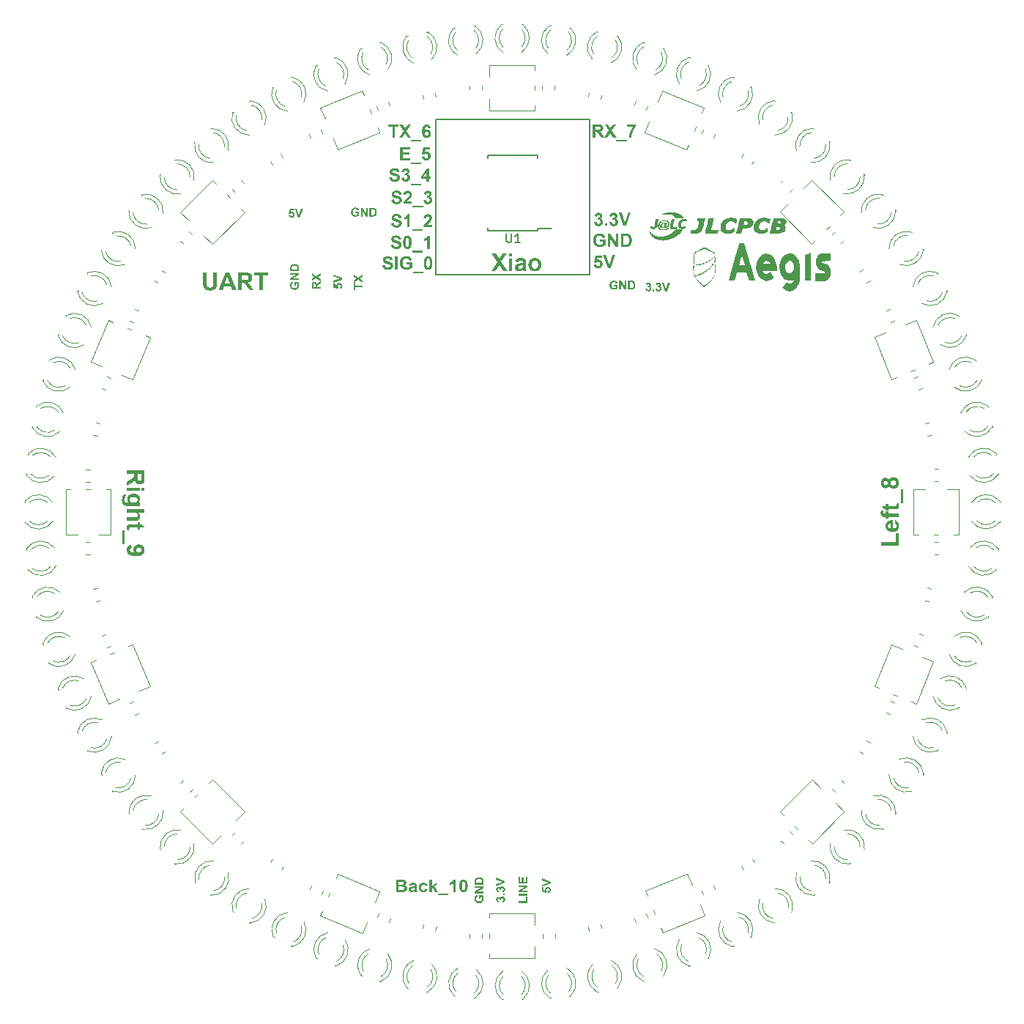
<source format=gbr>
%TF.GenerationSoftware,KiCad,Pcbnew,7.0.9*%
%TF.CreationDate,2025-05-05T21:09:01+09:00*%
%TF.ProjectId,LINE_Main,4c494e45-5f4d-4616-996e-2e6b69636164,rev?*%
%TF.SameCoordinates,Original*%
%TF.FileFunction,Legend,Top*%
%TF.FilePolarity,Positive*%
%FSLAX46Y46*%
G04 Gerber Fmt 4.6, Leading zero omitted, Abs format (unit mm)*
G04 Created by KiCad (PCBNEW 7.0.9) date 2025-05-05 21:09:01*
%MOMM*%
%LPD*%
G01*
G04 APERTURE LIST*
%ADD10C,0.200000*%
%ADD11C,0.300000*%
%ADD12C,0.250000*%
%ADD13C,0.400000*%
%ADD14C,0.350000*%
%ADD15C,0.150000*%
%ADD16C,0.120000*%
%ADD17C,0.010000*%
G04 APERTURE END LIST*
D10*
X167805000Y-49000000D02*
X185620000Y-49000000D01*
X185620000Y-66900000D01*
X167805000Y-66900000D01*
X167805000Y-49000000D01*
D11*
G36*
X174200000Y-66500000D02*
G01*
X174896580Y-65442916D01*
X174264480Y-64467899D01*
X174739776Y-64467899D01*
X175138381Y-65076064D01*
X175539427Y-64467899D01*
X176010816Y-64467899D01*
X175377739Y-65440474D01*
X176072365Y-66500000D01*
X175581926Y-66500000D01*
X175135938Y-65811723D01*
X174687508Y-66500000D01*
X174200000Y-66500000D01*
G37*
G36*
X176267759Y-64811793D02*
G01*
X176267759Y-64467899D01*
X176654152Y-64467899D01*
X176654152Y-64811793D01*
X176267759Y-64811793D01*
G37*
G36*
X176267759Y-66500000D02*
G01*
X176267759Y-65030635D01*
X176654152Y-65030635D01*
X176654152Y-66500000D01*
X176267759Y-66500000D01*
G37*
G36*
X177647764Y-64999612D02*
G01*
X177678514Y-65000333D01*
X177708229Y-65001535D01*
X177736911Y-65003218D01*
X177764558Y-65005382D01*
X177791171Y-65008027D01*
X177816749Y-65011152D01*
X177841294Y-65014759D01*
X177864804Y-65018846D01*
X177887280Y-65023414D01*
X177908722Y-65028463D01*
X177929130Y-65033993D01*
X177948503Y-65040004D01*
X177975624Y-65049921D01*
X178000418Y-65060921D01*
X178023479Y-65072753D01*
X178045218Y-65085169D01*
X178065634Y-65098170D01*
X178084728Y-65111754D01*
X178102499Y-65125922D01*
X178118948Y-65140674D01*
X178134075Y-65156009D01*
X178147880Y-65171929D01*
X178160362Y-65188433D01*
X178171522Y-65205520D01*
X178178227Y-65217236D01*
X178187481Y-65236308D01*
X178195824Y-65258172D01*
X178203257Y-65282825D01*
X178209780Y-65310270D01*
X178213623Y-65330116D01*
X178217062Y-65351203D01*
X178220096Y-65373530D01*
X178222725Y-65397098D01*
X178224950Y-65421906D01*
X178226770Y-65447954D01*
X178228186Y-65475242D01*
X178229197Y-65503771D01*
X178229804Y-65533540D01*
X178230006Y-65564549D01*
X178225610Y-66017864D01*
X178225683Y-66041647D01*
X178225900Y-66064637D01*
X178226263Y-66086832D01*
X178226770Y-66108234D01*
X178227423Y-66128842D01*
X178228220Y-66148656D01*
X178229689Y-66176889D01*
X178231483Y-66203336D01*
X178233604Y-66227997D01*
X178236051Y-66250872D01*
X178238825Y-66271961D01*
X178241925Y-66291263D01*
X178244173Y-66303140D01*
X178249317Y-66326305D01*
X178255469Y-66349882D01*
X178262628Y-66373871D01*
X178270795Y-66398272D01*
X178277581Y-66416844D01*
X178284934Y-66435647D01*
X178292854Y-66454682D01*
X178301341Y-66473949D01*
X178310394Y-66493448D01*
X178313538Y-66500000D01*
X177932030Y-66500000D01*
X177925078Y-66480605D01*
X177918598Y-66461005D01*
X177911637Y-66438656D01*
X177905469Y-66417934D01*
X177898967Y-66395303D01*
X177894905Y-66380809D01*
X177889372Y-66360859D01*
X177883890Y-66341914D01*
X177881228Y-66333426D01*
X177862514Y-66351581D01*
X177843561Y-66368860D01*
X177824367Y-66385264D01*
X177804932Y-66400791D01*
X177785257Y-66415443D01*
X177765342Y-66429219D01*
X177745186Y-66442119D01*
X177724790Y-66454143D01*
X177704154Y-66465291D01*
X177683276Y-66475564D01*
X177669225Y-66481926D01*
X177648022Y-66490743D01*
X177626543Y-66498692D01*
X177604791Y-66505775D01*
X177582763Y-66511990D01*
X177560461Y-66517338D01*
X177537883Y-66521819D01*
X177515031Y-66525433D01*
X177491905Y-66528179D01*
X177468503Y-66530058D01*
X177444827Y-66531070D01*
X177428890Y-66531263D01*
X177401113Y-66530778D01*
X177374080Y-66529324D01*
X177347792Y-66526901D01*
X177322247Y-66523508D01*
X177297447Y-66519146D01*
X177273391Y-66513814D01*
X177250079Y-66507514D01*
X177227512Y-66500244D01*
X177205688Y-66492004D01*
X177184609Y-66482796D01*
X177164274Y-66472618D01*
X177144683Y-66461470D01*
X177125836Y-66449353D01*
X177107733Y-66436267D01*
X177090375Y-66422212D01*
X177073761Y-66407187D01*
X177058026Y-66391420D01*
X177043307Y-66375138D01*
X177029602Y-66358341D01*
X177016913Y-66341028D01*
X177005239Y-66323200D01*
X176994580Y-66304857D01*
X176984937Y-66285999D01*
X176976308Y-66266625D01*
X176968694Y-66246737D01*
X176962096Y-66226333D01*
X176956513Y-66205414D01*
X176951945Y-66183980D01*
X176948392Y-66162030D01*
X176945854Y-66139566D01*
X176944331Y-66116586D01*
X176943824Y-66093091D01*
X176944343Y-66069792D01*
X176944954Y-66060851D01*
X177330216Y-66060851D01*
X177331695Y-66084457D01*
X177336131Y-66107038D01*
X177343525Y-66128592D01*
X177353877Y-66149122D01*
X177367186Y-66168625D01*
X177379963Y-66183490D01*
X177390788Y-66194207D01*
X177406442Y-66207259D01*
X177423120Y-66218571D01*
X177440820Y-66228142D01*
X177459542Y-66235973D01*
X177479288Y-66242064D01*
X177500056Y-66246414D01*
X177521847Y-66249025D01*
X177544661Y-66249895D01*
X177570642Y-66248880D01*
X177596318Y-66245834D01*
X177621689Y-66240759D01*
X177646755Y-66233653D01*
X177665353Y-66226991D01*
X177683780Y-66219187D01*
X177702035Y-66210241D01*
X177720119Y-66200153D01*
X177738031Y-66188923D01*
X177743963Y-66184926D01*
X177760679Y-66172134D01*
X177775898Y-66158670D01*
X177789621Y-66144535D01*
X177804672Y-66125921D01*
X177817385Y-66106257D01*
X177827760Y-66085544D01*
X177835799Y-66063782D01*
X177840945Y-66043208D01*
X177844420Y-66021498D01*
X177846668Y-66001142D01*
X177848442Y-65978130D01*
X177849744Y-65952461D01*
X177850409Y-65931467D01*
X177850808Y-65908979D01*
X177850942Y-65884996D01*
X177850942Y-65812212D01*
X177831028Y-65818218D01*
X177808413Y-65824515D01*
X177783095Y-65831102D01*
X177762334Y-65836233D01*
X177740053Y-65841527D01*
X177716253Y-65846983D01*
X177690932Y-65852603D01*
X177664092Y-65858386D01*
X177635731Y-65864333D01*
X177615980Y-65868387D01*
X177596326Y-65872414D01*
X177568477Y-65878439D01*
X177542585Y-65884446D01*
X177518651Y-65890437D01*
X177496675Y-65896411D01*
X177476657Y-65902367D01*
X177453011Y-65910282D01*
X177432846Y-65918166D01*
X177412533Y-65927979D01*
X177405931Y-65931891D01*
X177388185Y-65945019D01*
X177372806Y-65959002D01*
X177359792Y-65973839D01*
X177346852Y-65993589D01*
X177337610Y-66014674D01*
X177332064Y-66037094D01*
X177330216Y-66060851D01*
X176944954Y-66060851D01*
X176945902Y-66046975D01*
X176948499Y-66024638D01*
X176952136Y-66002782D01*
X176956811Y-65981407D01*
X176962525Y-65960513D01*
X176969279Y-65940099D01*
X176977071Y-65920167D01*
X176985903Y-65900715D01*
X176995773Y-65881745D01*
X177002930Y-65869364D01*
X177014429Y-65851271D01*
X177026761Y-65833993D01*
X177039926Y-65817531D01*
X177053924Y-65801885D01*
X177068754Y-65787054D01*
X177084418Y-65773039D01*
X177100914Y-65759840D01*
X177118244Y-65747457D01*
X177136406Y-65735889D01*
X177155401Y-65725137D01*
X177168527Y-65718422D01*
X177189323Y-65708738D01*
X177211775Y-65699286D01*
X177235885Y-65690065D01*
X177261652Y-65681076D01*
X177289077Y-65672319D01*
X177308280Y-65666610D01*
X177328220Y-65661004D01*
X177348897Y-65655501D01*
X177370310Y-65650101D01*
X177392460Y-65644804D01*
X177415346Y-65639610D01*
X177438969Y-65634519D01*
X177463329Y-65629531D01*
X177475785Y-65627076D01*
X177508963Y-65620632D01*
X177540845Y-65614245D01*
X177571429Y-65607916D01*
X177600715Y-65601644D01*
X177628703Y-65595429D01*
X177655395Y-65589271D01*
X177680788Y-65583171D01*
X177704884Y-65577128D01*
X177727683Y-65571142D01*
X177749184Y-65565213D01*
X177769387Y-65559342D01*
X177788293Y-65553528D01*
X177814219Y-65544914D01*
X177837226Y-65536429D01*
X177850942Y-65530844D01*
X177850942Y-65491277D01*
X177850456Y-65470511D01*
X177849001Y-65450896D01*
X177845551Y-65426533D01*
X177840376Y-65404215D01*
X177833476Y-65383943D01*
X177824851Y-65365717D01*
X177811645Y-65345810D01*
X177795743Y-65329099D01*
X177776261Y-65315167D01*
X177757240Y-65305722D01*
X177735167Y-65297788D01*
X177710040Y-65291365D01*
X177689192Y-65287540D01*
X177666626Y-65284565D01*
X177642343Y-65282439D01*
X177616343Y-65281164D01*
X177588625Y-65280739D01*
X177563559Y-65281388D01*
X177539898Y-65283334D01*
X177517642Y-65286578D01*
X177496789Y-65291120D01*
X177477342Y-65296958D01*
X177455007Y-65306082D01*
X177434866Y-65317233D01*
X177427424Y-65322260D01*
X177409948Y-65336774D01*
X177393545Y-65354365D01*
X177381196Y-65370653D01*
X177369533Y-65388910D01*
X177358558Y-65409137D01*
X177348269Y-65431332D01*
X177338667Y-65455497D01*
X177334124Y-65468318D01*
X176983879Y-65405792D01*
X176991600Y-65380322D01*
X176999984Y-65355691D01*
X177009033Y-65331900D01*
X177018745Y-65308949D01*
X177029122Y-65286838D01*
X177040162Y-65265566D01*
X177051867Y-65245133D01*
X177064235Y-65225540D01*
X177077268Y-65206787D01*
X177090965Y-65188873D01*
X177105325Y-65171799D01*
X177120350Y-65155565D01*
X177136039Y-65140170D01*
X177152392Y-65125614D01*
X177169409Y-65111899D01*
X177187090Y-65099023D01*
X177205709Y-65086955D01*
X177225420Y-65075667D01*
X177246223Y-65065157D01*
X177268117Y-65055425D01*
X177291103Y-65046472D01*
X177315180Y-65038298D01*
X177340348Y-65030902D01*
X177366608Y-65024284D01*
X177393959Y-65018445D01*
X177422402Y-65013385D01*
X177451937Y-65009103D01*
X177482562Y-65005600D01*
X177514280Y-65002875D01*
X177547088Y-65000928D01*
X177580988Y-64999761D01*
X177615980Y-64999371D01*
X177647764Y-64999612D01*
G37*
G36*
X179285690Y-64999582D02*
G01*
X179306039Y-65000215D01*
X179326155Y-65001269D01*
X179346036Y-65002745D01*
X179365684Y-65004643D01*
X179385098Y-65006962D01*
X179423224Y-65012866D01*
X179460416Y-65020456D01*
X179496673Y-65029734D01*
X179531994Y-65040698D01*
X179566381Y-65053349D01*
X179599833Y-65067687D01*
X179632350Y-65083712D01*
X179663931Y-65101423D01*
X179694578Y-65120821D01*
X179724290Y-65141906D01*
X179753067Y-65164678D01*
X179780908Y-65189137D01*
X179807815Y-65215282D01*
X179833428Y-65242717D01*
X179857389Y-65271046D01*
X179879697Y-65300267D01*
X179900353Y-65330382D01*
X179919356Y-65361389D01*
X179936707Y-65393289D01*
X179952405Y-65426083D01*
X179966451Y-65459769D01*
X179978844Y-65494349D01*
X179989585Y-65529821D01*
X179998674Y-65566187D01*
X180006110Y-65603445D01*
X180011894Y-65641597D01*
X180014166Y-65661007D01*
X180016025Y-65680641D01*
X180017471Y-65700498D01*
X180018503Y-65720579D01*
X180019123Y-65740882D01*
X180019330Y-65761409D01*
X180019121Y-65782059D01*
X180018494Y-65802488D01*
X180017449Y-65822695D01*
X180015987Y-65842681D01*
X180014106Y-65862446D01*
X180011808Y-65881989D01*
X180005957Y-65920411D01*
X179998435Y-65957948D01*
X179989242Y-65994600D01*
X179978377Y-66030366D01*
X179965840Y-66065247D01*
X179951632Y-66099243D01*
X179935753Y-66132353D01*
X179918202Y-66164578D01*
X179898979Y-66195917D01*
X179878085Y-66226371D01*
X179855519Y-66255940D01*
X179831282Y-66284623D01*
X179805373Y-66312421D01*
X179778258Y-66338921D01*
X179750281Y-66363712D01*
X179721441Y-66386793D01*
X179691739Y-66408164D01*
X179661174Y-66427826D01*
X179629747Y-66445778D01*
X179597457Y-66462020D01*
X179564305Y-66476552D01*
X179530291Y-66489375D01*
X179495413Y-66500488D01*
X179459674Y-66509891D01*
X179423072Y-66517585D01*
X179385607Y-66523569D01*
X179347280Y-66527843D01*
X179327793Y-66529339D01*
X179308091Y-66530408D01*
X179288172Y-66531049D01*
X179268039Y-66531263D01*
X179243015Y-66530908D01*
X179218137Y-66529843D01*
X179193403Y-66528068D01*
X179168815Y-66525584D01*
X179144372Y-66522390D01*
X179120073Y-66518486D01*
X179095920Y-66513872D01*
X179071912Y-66508548D01*
X179048048Y-66502514D01*
X179024330Y-66495771D01*
X179000757Y-66488318D01*
X178977329Y-66480155D01*
X178954045Y-66471282D01*
X178930907Y-66461699D01*
X178907914Y-66451407D01*
X178885066Y-66440404D01*
X178862691Y-66428656D01*
X178840995Y-66416247D01*
X178819979Y-66403178D01*
X178799642Y-66389449D01*
X178779984Y-66375060D01*
X178761006Y-66360010D01*
X178742707Y-66344300D01*
X178725087Y-66327930D01*
X178708146Y-66310900D01*
X178691885Y-66293210D01*
X178676303Y-66274859D01*
X178661400Y-66255848D01*
X178647177Y-66236177D01*
X178633633Y-66215846D01*
X178620768Y-66194854D01*
X178608583Y-66173203D01*
X178597107Y-66150921D01*
X178586372Y-66128041D01*
X178576377Y-66104561D01*
X178567123Y-66080482D01*
X178558609Y-66055804D01*
X178550835Y-66030527D01*
X178543801Y-66004650D01*
X178537508Y-65978175D01*
X178531956Y-65951100D01*
X178527143Y-65923426D01*
X178523071Y-65895153D01*
X178519740Y-65866281D01*
X178517148Y-65836810D01*
X178515297Y-65806739D01*
X178514187Y-65776069D01*
X178514060Y-65765317D01*
X178909490Y-65765317D01*
X178909893Y-65794258D01*
X178911101Y-65822340D01*
X178913114Y-65849564D01*
X178915932Y-65875928D01*
X178919556Y-65901435D01*
X178923984Y-65926082D01*
X178929218Y-65949871D01*
X178935258Y-65972801D01*
X178942102Y-65994873D01*
X178949752Y-66016086D01*
X178958207Y-66036440D01*
X178967467Y-66055935D01*
X178977533Y-66074572D01*
X178988403Y-66092351D01*
X179000079Y-66109270D01*
X179012561Y-66125331D01*
X179025631Y-66140415D01*
X179045939Y-66161216D01*
X179067088Y-66179828D01*
X179089078Y-66196250D01*
X179111910Y-66210482D01*
X179135584Y-66222525D01*
X179160099Y-66232378D01*
X179185455Y-66240042D01*
X179211653Y-66245516D01*
X179238692Y-66248800D01*
X179266573Y-66249895D01*
X179294445Y-66248800D01*
X179321459Y-66245516D01*
X179347614Y-66240042D01*
X179372910Y-66232378D01*
X179397348Y-66222525D01*
X179420927Y-66210482D01*
X179443647Y-66196250D01*
X179465509Y-66179828D01*
X179486512Y-66161216D01*
X179506656Y-66140415D01*
X179519609Y-66125331D01*
X179532031Y-66109259D01*
X179543651Y-66092305D01*
X179554471Y-66074469D01*
X179564488Y-66055752D01*
X179573705Y-66036154D01*
X179582120Y-66015674D01*
X179589733Y-65994312D01*
X179596545Y-65972069D01*
X179602556Y-65948944D01*
X179607765Y-65924937D01*
X179612173Y-65900049D01*
X179615779Y-65874280D01*
X179618584Y-65847629D01*
X179620588Y-65820096D01*
X179621790Y-65791682D01*
X179622191Y-65762386D01*
X179621790Y-65733802D01*
X179620588Y-65706058D01*
X179618584Y-65679153D01*
X179615779Y-65653087D01*
X179612173Y-65627862D01*
X179607765Y-65603476D01*
X179602556Y-65579929D01*
X179596545Y-65557222D01*
X179589733Y-65535355D01*
X179582120Y-65514327D01*
X179573705Y-65494139D01*
X179564488Y-65474790D01*
X179554471Y-65456281D01*
X179543651Y-65438612D01*
X179532031Y-65421782D01*
X179519609Y-65405792D01*
X179506656Y-65390648D01*
X179486512Y-65369766D01*
X179465509Y-65351081D01*
X179443647Y-65334595D01*
X179420927Y-65320307D01*
X179397348Y-65308217D01*
X179372910Y-65298325D01*
X179347614Y-65290631D01*
X179321459Y-65285136D01*
X179294445Y-65281838D01*
X179266573Y-65280739D01*
X179238692Y-65281838D01*
X179211653Y-65285136D01*
X179185455Y-65290631D01*
X179160099Y-65298325D01*
X179135584Y-65308217D01*
X179111910Y-65320307D01*
X179089078Y-65334595D01*
X179067088Y-65351081D01*
X179045939Y-65369766D01*
X179025631Y-65390648D01*
X179012561Y-65405792D01*
X179000079Y-65421793D01*
X178988403Y-65438657D01*
X178977533Y-65456384D01*
X178967467Y-65474973D01*
X178958207Y-65494425D01*
X178949752Y-65514739D01*
X178942102Y-65535916D01*
X178935258Y-65557955D01*
X178929218Y-65580856D01*
X178923984Y-65604620D01*
X178919556Y-65629247D01*
X178915932Y-65654736D01*
X178913114Y-65681088D01*
X178911101Y-65708302D01*
X178909893Y-65736378D01*
X178909490Y-65765317D01*
X178514060Y-65765317D01*
X178513817Y-65744801D01*
X178514187Y-65720670D01*
X178515297Y-65696639D01*
X178517148Y-65672707D01*
X178519740Y-65648874D01*
X178523071Y-65625141D01*
X178527143Y-65601506D01*
X178531956Y-65577971D01*
X178537508Y-65554535D01*
X178543801Y-65531199D01*
X178550835Y-65507961D01*
X178558609Y-65484823D01*
X178567123Y-65461784D01*
X178576377Y-65438844D01*
X178586372Y-65416004D01*
X178597107Y-65393263D01*
X178608583Y-65370621D01*
X178620738Y-65348362D01*
X178633511Y-65326771D01*
X178646902Y-65305849D01*
X178660912Y-65285594D01*
X178675540Y-65266006D01*
X178690786Y-65247087D01*
X178706650Y-65228836D01*
X178723133Y-65211252D01*
X178740234Y-65194336D01*
X178757953Y-65178089D01*
X178776290Y-65162508D01*
X178795245Y-65147596D01*
X178814819Y-65133352D01*
X178835011Y-65119776D01*
X178855822Y-65106867D01*
X178877250Y-65094626D01*
X178899144Y-65083091D01*
X178921351Y-65072301D01*
X178943871Y-65062254D01*
X178966704Y-65052952D01*
X178989850Y-65044394D01*
X179013309Y-65036580D01*
X179037080Y-65029511D01*
X179061165Y-65023185D01*
X179085562Y-65017604D01*
X179110273Y-65012767D01*
X179135296Y-65008674D01*
X179160633Y-65005325D01*
X179186282Y-65002720D01*
X179212244Y-65000860D01*
X179238520Y-64999744D01*
X179265108Y-64999371D01*
X179285690Y-64999582D01*
G37*
D12*
G36*
X158512073Y-59824842D02*
G01*
X158512073Y-59652896D01*
X158950489Y-59652896D01*
X158950489Y-60061270D01*
X158942267Y-60068875D01*
X158933598Y-60076367D01*
X158924483Y-60083744D01*
X158914921Y-60091006D01*
X158904913Y-60098154D01*
X158894458Y-60105187D01*
X158883557Y-60112106D01*
X158872209Y-60118911D01*
X158860415Y-60125601D01*
X158848174Y-60132176D01*
X158835487Y-60138637D01*
X158822353Y-60144984D01*
X158808773Y-60151216D01*
X158794746Y-60157333D01*
X158780273Y-60163336D01*
X158765353Y-60169225D01*
X158750197Y-60174844D01*
X158735017Y-60180101D01*
X158719812Y-60184996D01*
X158704582Y-60189528D01*
X158689328Y-60193697D01*
X158674048Y-60197504D01*
X158658744Y-60200948D01*
X158643415Y-60204030D01*
X158628061Y-60206749D01*
X158612682Y-60209105D01*
X158597278Y-60211099D01*
X158581850Y-60212731D01*
X158566397Y-60214000D01*
X158550919Y-60214906D01*
X158535416Y-60215450D01*
X158519889Y-60215631D01*
X158510052Y-60215566D01*
X158490615Y-60215045D01*
X158471496Y-60214003D01*
X158452693Y-60212440D01*
X158434207Y-60210357D01*
X158416037Y-60207752D01*
X158398185Y-60204627D01*
X158380649Y-60200980D01*
X158363430Y-60196813D01*
X158346527Y-60192124D01*
X158329942Y-60186915D01*
X158313673Y-60181185D01*
X158297721Y-60174934D01*
X158282085Y-60168162D01*
X158266767Y-60160869D01*
X158251765Y-60153055D01*
X158244383Y-60148953D01*
X158229926Y-60140395D01*
X158215925Y-60131390D01*
X158202380Y-60121939D01*
X158189291Y-60112042D01*
X158176658Y-60101697D01*
X158164481Y-60090907D01*
X158152760Y-60079670D01*
X158141496Y-60067986D01*
X158130687Y-60055856D01*
X158120334Y-60043280D01*
X158110438Y-60030256D01*
X158100997Y-60016787D01*
X158092013Y-60002871D01*
X158083484Y-59988508D01*
X158075412Y-59973699D01*
X158067795Y-59958443D01*
X158060638Y-59942849D01*
X158053942Y-59927085D01*
X158047708Y-59911151D01*
X158041936Y-59895047D01*
X158036626Y-59878773D01*
X158031777Y-59862330D01*
X158027390Y-59845717D01*
X158023465Y-59828934D01*
X158020002Y-59811981D01*
X158017000Y-59794858D01*
X158014461Y-59777565D01*
X158012383Y-59760103D01*
X158010766Y-59742471D01*
X158009612Y-59724669D01*
X158008919Y-59706697D01*
X158008689Y-59688555D01*
X158008753Y-59678698D01*
X158008946Y-59668910D01*
X158009719Y-59649541D01*
X158011007Y-59630449D01*
X158012810Y-59611634D01*
X158015129Y-59593095D01*
X158017962Y-59574833D01*
X158021311Y-59556848D01*
X158025175Y-59539139D01*
X158029554Y-59521708D01*
X158034449Y-59504552D01*
X158039858Y-59487674D01*
X158045783Y-59471072D01*
X158052223Y-59454747D01*
X158059178Y-59438698D01*
X158066648Y-59422927D01*
X158074634Y-59407431D01*
X158083116Y-59392268D01*
X158092075Y-59377554D01*
X158101510Y-59363287D01*
X158111423Y-59349470D01*
X158121813Y-59336100D01*
X158132680Y-59323179D01*
X158144024Y-59310707D01*
X158155845Y-59298682D01*
X158168143Y-59287107D01*
X158180918Y-59275979D01*
X158194170Y-59265300D01*
X158207899Y-59255070D01*
X158222105Y-59245288D01*
X158236788Y-59235954D01*
X158251949Y-59227069D01*
X158267586Y-59218632D01*
X158279891Y-59212539D01*
X158292564Y-59206839D01*
X158305605Y-59201533D01*
X158319014Y-59196619D01*
X158332792Y-59192099D01*
X158346938Y-59187972D01*
X158361452Y-59184237D01*
X158376335Y-59180896D01*
X158391586Y-59177948D01*
X158407205Y-59175393D01*
X158423192Y-59173231D01*
X158439548Y-59171462D01*
X158456272Y-59170087D01*
X158473364Y-59169104D01*
X158490825Y-59168514D01*
X158508654Y-59168318D01*
X158520297Y-59168399D01*
X158531779Y-59168642D01*
X158543101Y-59169048D01*
X158554262Y-59169615D01*
X158565262Y-59170345D01*
X158576102Y-59171237D01*
X158586781Y-59172291D01*
X158597299Y-59173508D01*
X158607656Y-59174887D01*
X158617852Y-59176427D01*
X158627888Y-59178130D01*
X158637763Y-59179996D01*
X158647477Y-59182023D01*
X158657030Y-59184213D01*
X158675655Y-59189078D01*
X158693636Y-59194593D01*
X158710974Y-59200756D01*
X158727670Y-59207568D01*
X158743722Y-59215029D01*
X158759131Y-59223139D01*
X158773898Y-59231897D01*
X158788021Y-59241304D01*
X158801501Y-59251360D01*
X158814396Y-59261989D01*
X158826704Y-59273113D01*
X158838423Y-59284734D01*
X158849556Y-59296851D01*
X158860100Y-59309463D01*
X158870057Y-59322572D01*
X158879426Y-59336177D01*
X158888207Y-59350279D01*
X158896401Y-59364876D01*
X158904006Y-59379969D01*
X158911025Y-59395559D01*
X158917455Y-59411645D01*
X158923298Y-59428226D01*
X158928553Y-59445304D01*
X158933220Y-59462878D01*
X158937300Y-59480949D01*
X158735311Y-59512212D01*
X158732508Y-59502389D01*
X158729411Y-59492829D01*
X158726020Y-59483529D01*
X158720383Y-59470070D01*
X158714085Y-59457200D01*
X158707125Y-59444917D01*
X158699505Y-59433223D01*
X158691223Y-59422117D01*
X158682280Y-59411599D01*
X158672676Y-59401669D01*
X158662410Y-59392328D01*
X158655199Y-59386427D01*
X158643951Y-59378177D01*
X158632187Y-59370739D01*
X158619908Y-59364112D01*
X158607114Y-59358297D01*
X158593805Y-59353293D01*
X158579980Y-59349100D01*
X158570478Y-59346756D01*
X158560746Y-59344773D01*
X158550786Y-59343150D01*
X158540596Y-59341888D01*
X158530178Y-59340986D01*
X158519530Y-59340445D01*
X158508654Y-59340265D01*
X158492198Y-59340600D01*
X158476169Y-59341604D01*
X158460568Y-59343279D01*
X158445395Y-59345623D01*
X158430649Y-59348637D01*
X158416330Y-59352320D01*
X158402439Y-59356674D01*
X158388975Y-59361697D01*
X158375938Y-59367390D01*
X158363329Y-59373753D01*
X158351148Y-59380785D01*
X158339393Y-59388487D01*
X158328067Y-59396859D01*
X158317167Y-59405901D01*
X158306695Y-59415613D01*
X158296651Y-59425994D01*
X158287127Y-59437005D01*
X158278218Y-59448667D01*
X158269923Y-59460979D01*
X158262243Y-59473942D01*
X158255177Y-59487556D01*
X158248726Y-59501820D01*
X158242889Y-59516735D01*
X158237666Y-59532301D01*
X158233058Y-59548517D01*
X158229064Y-59565384D01*
X158225685Y-59582902D01*
X158222920Y-59601070D01*
X158220770Y-59619889D01*
X158219233Y-59639359D01*
X158218696Y-59649338D01*
X158218312Y-59659480D01*
X158218081Y-59669784D01*
X158218005Y-59680251D01*
X158218082Y-59691519D01*
X158218316Y-59702610D01*
X158218704Y-59713524D01*
X158219249Y-59724260D01*
X158219949Y-59734819D01*
X158220804Y-59745200D01*
X158221815Y-59755404D01*
X158222981Y-59765430D01*
X158224303Y-59775279D01*
X158225780Y-59784951D01*
X158229202Y-59803761D01*
X158233245Y-59821862D01*
X158237910Y-59839253D01*
X158243198Y-59855934D01*
X158249107Y-59871905D01*
X158255639Y-59887166D01*
X158262793Y-59901718D01*
X158270568Y-59915560D01*
X158278966Y-59928691D01*
X158287986Y-59941114D01*
X158297628Y-59952826D01*
X158307804Y-59963828D01*
X158318366Y-59974121D01*
X158329313Y-59983703D01*
X158340645Y-59992576D01*
X158352363Y-60000739D01*
X158364466Y-60008193D01*
X158376955Y-60014936D01*
X158389829Y-60020969D01*
X158403089Y-60026293D01*
X158416734Y-60030907D01*
X158430765Y-60034811D01*
X158445181Y-60038005D01*
X158459983Y-60040490D01*
X158475169Y-60042264D01*
X158490742Y-60043329D01*
X158506700Y-60043684D01*
X158518657Y-60043459D01*
X158530622Y-60042782D01*
X158542596Y-60041655D01*
X158554579Y-60040078D01*
X158566570Y-60038049D01*
X158578570Y-60035570D01*
X158590579Y-60032639D01*
X158602596Y-60029258D01*
X158614621Y-60025427D01*
X158626655Y-60021144D01*
X158634683Y-60018039D01*
X158646568Y-60013133D01*
X158658136Y-60008035D01*
X158669386Y-60002744D01*
X158680318Y-59997259D01*
X158690933Y-59991581D01*
X158701230Y-59985710D01*
X158711209Y-59979645D01*
X158720870Y-59973388D01*
X158730214Y-59966937D01*
X158739240Y-59960293D01*
X158745081Y-59955757D01*
X158745081Y-59824842D01*
X158512073Y-59824842D01*
G37*
G36*
X159134160Y-60200000D02*
G01*
X159134160Y-59183949D01*
X159331996Y-59183949D01*
X159744034Y-59870516D01*
X159744034Y-59183949D01*
X159932834Y-59183949D01*
X159932834Y-60200000D01*
X159728891Y-60200000D01*
X159322959Y-59523691D01*
X159322959Y-60200000D01*
X159134160Y-60200000D01*
G37*
G36*
X160528644Y-59184025D02*
G01*
X160543666Y-59184251D01*
X160558220Y-59184628D01*
X160572307Y-59185155D01*
X160585927Y-59185834D01*
X160599079Y-59186663D01*
X160611763Y-59187642D01*
X160623980Y-59188773D01*
X160635729Y-59190054D01*
X160647011Y-59191486D01*
X160657826Y-59193069D01*
X160668173Y-59194803D01*
X160678052Y-59196687D01*
X160691995Y-59199796D01*
X160704885Y-59203244D01*
X160715839Y-59206702D01*
X160726596Y-59210480D01*
X160737157Y-59214579D01*
X160747521Y-59218998D01*
X160757689Y-59223738D01*
X160767660Y-59228798D01*
X160777434Y-59234179D01*
X160787012Y-59239881D01*
X160796393Y-59245903D01*
X160805578Y-59252246D01*
X160814567Y-59258909D01*
X160823358Y-59265893D01*
X160831954Y-59273197D01*
X160840352Y-59280822D01*
X160848554Y-59288768D01*
X160856560Y-59297034D01*
X160864349Y-59305548D01*
X160871902Y-59314299D01*
X160879217Y-59323286D01*
X160886297Y-59332510D01*
X160893139Y-59341971D01*
X160899745Y-59351668D01*
X160906115Y-59361602D01*
X160912247Y-59371772D01*
X160918144Y-59382179D01*
X160923803Y-59392823D01*
X160929226Y-59403703D01*
X160934413Y-59414820D01*
X160939362Y-59426173D01*
X160944075Y-59437763D01*
X160948552Y-59449590D01*
X160952792Y-59461653D01*
X160956785Y-59473983D01*
X160960520Y-59486669D01*
X160963997Y-59499712D01*
X160967217Y-59513112D01*
X160970180Y-59526869D01*
X160972885Y-59540983D01*
X160975332Y-59555453D01*
X160977521Y-59570280D01*
X160979453Y-59585464D01*
X160981128Y-59601005D01*
X160982545Y-59616903D01*
X160983704Y-59633158D01*
X160984605Y-59649769D01*
X160985249Y-59666737D01*
X160985636Y-59684062D01*
X160985765Y-59701744D01*
X160985643Y-59717272D01*
X160985280Y-59732530D01*
X160984674Y-59747520D01*
X160983826Y-59762240D01*
X160982735Y-59776691D01*
X160981403Y-59790874D01*
X160979827Y-59804787D01*
X160978010Y-59818431D01*
X160975950Y-59831806D01*
X160973648Y-59844912D01*
X160971103Y-59857749D01*
X160968316Y-59870317D01*
X160965287Y-59882616D01*
X160962016Y-59894646D01*
X160958502Y-59906407D01*
X160954746Y-59917899D01*
X160949917Y-59931595D01*
X160944835Y-59944960D01*
X160939499Y-59957996D01*
X160933909Y-59970701D01*
X160928065Y-59983077D01*
X160921968Y-59995122D01*
X160915616Y-60006837D01*
X160909011Y-60018222D01*
X160902152Y-60029277D01*
X160895040Y-60040001D01*
X160887673Y-60050396D01*
X160880053Y-60060461D01*
X160872179Y-60070195D01*
X160864052Y-60079599D01*
X160855670Y-60088673D01*
X160847035Y-60097418D01*
X160836773Y-60106970D01*
X160825863Y-60116119D01*
X160814304Y-60124865D01*
X160806239Y-60130471D01*
X160797885Y-60135898D01*
X160789243Y-60141145D01*
X160780313Y-60146213D01*
X160771094Y-60151102D01*
X160761588Y-60155811D01*
X160751794Y-60160341D01*
X160741711Y-60164692D01*
X160731340Y-60168863D01*
X160720681Y-60172855D01*
X160709734Y-60176667D01*
X160704153Y-60178506D01*
X160691116Y-60182347D01*
X160677285Y-60185811D01*
X160667623Y-60187909D01*
X160657608Y-60189841D01*
X160647240Y-60191604D01*
X160636519Y-60193199D01*
X160625445Y-60194626D01*
X160614018Y-60195886D01*
X160602238Y-60196977D01*
X160590105Y-60197901D01*
X160577620Y-60198656D01*
X160564781Y-60199244D01*
X160551589Y-60199664D01*
X160538044Y-60199916D01*
X160524146Y-60200000D01*
X160141417Y-60200000D01*
X160141417Y-59355896D01*
X160344871Y-59355896D01*
X160344871Y-60028053D01*
X160496546Y-60028053D01*
X160507016Y-60028014D01*
X160517116Y-60027900D01*
X160531572Y-60027585D01*
X160545194Y-60027098D01*
X160557984Y-60026440D01*
X160569941Y-60025610D01*
X160581065Y-60024608D01*
X160591356Y-60023435D01*
X160603782Y-60021603D01*
X160614727Y-60019466D01*
X160619645Y-60018283D01*
X160631716Y-60014902D01*
X160643260Y-60010986D01*
X160654277Y-60006536D01*
X160664768Y-60001552D01*
X160674733Y-59996034D01*
X160684170Y-59989981D01*
X160693082Y-59983394D01*
X160701466Y-59976273D01*
X160709457Y-59968224D01*
X160717067Y-59958978D01*
X160724295Y-59948532D01*
X160729466Y-59939912D01*
X160734422Y-59930618D01*
X160739163Y-59920649D01*
X160743689Y-59910007D01*
X160748001Y-59898690D01*
X160752099Y-59886700D01*
X160754711Y-59878332D01*
X160758421Y-59865075D01*
X160761766Y-59850952D01*
X160763794Y-59841054D01*
X160765659Y-59830771D01*
X160767362Y-59820103D01*
X160768903Y-59809049D01*
X160770281Y-59797609D01*
X160771498Y-59785785D01*
X160772552Y-59773574D01*
X160773444Y-59760979D01*
X160774174Y-59747998D01*
X160774742Y-59734631D01*
X160775147Y-59720879D01*
X160775390Y-59706742D01*
X160775471Y-59692219D01*
X160775390Y-59677746D01*
X160775147Y-59663699D01*
X160774742Y-59650078D01*
X160774174Y-59636882D01*
X160773444Y-59624112D01*
X160772552Y-59611767D01*
X160771498Y-59599848D01*
X160770281Y-59588354D01*
X160768903Y-59577286D01*
X160767362Y-59566643D01*
X160765659Y-59556426D01*
X160763794Y-59546635D01*
X160760692Y-59532745D01*
X160757225Y-59519813D01*
X160754711Y-59511723D01*
X160750718Y-59500153D01*
X160746433Y-59489072D01*
X160741857Y-59478480D01*
X160736988Y-59468378D01*
X160731827Y-59458765D01*
X160726375Y-59449642D01*
X160720630Y-59441008D01*
X160714594Y-59432863D01*
X160708266Y-59425208D01*
X160699374Y-59415763D01*
X160697070Y-59413538D01*
X160687533Y-59405042D01*
X160677362Y-59397265D01*
X160666558Y-59390205D01*
X160658040Y-59385380D01*
X160649165Y-59380960D01*
X160639933Y-59376943D01*
X160630345Y-59373329D01*
X160620401Y-59370119D01*
X160610101Y-59367313D01*
X160603036Y-59365666D01*
X160591133Y-59363376D01*
X160580528Y-59361859D01*
X160568484Y-59360514D01*
X160555002Y-59359340D01*
X160545216Y-59358653D01*
X160534789Y-59358043D01*
X160523724Y-59357509D01*
X160512020Y-59357051D01*
X160499676Y-59356669D01*
X160486693Y-59356364D01*
X160473070Y-59356135D01*
X160458809Y-59355982D01*
X160443908Y-59355906D01*
X160436218Y-59355896D01*
X160344871Y-59355896D01*
X160141417Y-59355896D01*
X160141417Y-59183949D01*
X160513155Y-59183949D01*
X160528644Y-59184025D01*
G37*
D10*
G36*
X163693506Y-53705000D02*
G01*
X163693506Y-52180924D01*
X164813482Y-52180924D01*
X164813482Y-52438845D01*
X163998688Y-52438845D01*
X163998688Y-52767107D01*
X164757062Y-52767107D01*
X164757062Y-53025027D01*
X163998688Y-53025027D01*
X163998688Y-53447079D01*
X164842424Y-53447079D01*
X164842424Y-53705000D01*
X163693506Y-53705000D01*
G37*
G36*
X164920094Y-54127051D02*
G01*
X164920094Y-53939473D01*
X166123600Y-53939473D01*
X166123600Y-54127051D01*
X164920094Y-54127051D01*
G37*
G36*
X166201270Y-53269026D02*
G01*
X166489598Y-53236053D01*
X166492359Y-53255925D01*
X166495970Y-53275011D01*
X166500430Y-53293311D01*
X166505741Y-53310826D01*
X166511902Y-53327555D01*
X166518913Y-53343498D01*
X166526774Y-53358656D01*
X166535485Y-53373028D01*
X166545047Y-53386614D01*
X166555458Y-53399414D01*
X166562871Y-53407512D01*
X166574435Y-53418773D01*
X166586321Y-53428927D01*
X166598529Y-53437973D01*
X166611059Y-53445911D01*
X166628267Y-53454773D01*
X166646047Y-53461665D01*
X166664400Y-53466588D01*
X166683325Y-53469542D01*
X166702822Y-53470526D01*
X166719610Y-53469947D01*
X166735902Y-53468208D01*
X166751699Y-53465310D01*
X166766999Y-53461253D01*
X166781803Y-53456036D01*
X166796112Y-53449661D01*
X166809925Y-53442126D01*
X166823242Y-53433432D01*
X166836063Y-53423579D01*
X166848388Y-53412566D01*
X166856329Y-53404581D01*
X166867590Y-53391558D01*
X166877744Y-53377357D01*
X166886790Y-53361977D01*
X166894728Y-53345419D01*
X166901559Y-53327682D01*
X166907282Y-53308767D01*
X166911897Y-53288673D01*
X166915405Y-53267400D01*
X166917128Y-53252564D01*
X166918359Y-53237204D01*
X166919097Y-53221320D01*
X166919344Y-53204912D01*
X166919100Y-53189496D01*
X166918370Y-53174573D01*
X166916363Y-53153110D01*
X166913261Y-53132756D01*
X166909065Y-53113509D01*
X166903773Y-53095369D01*
X166897387Y-53078338D01*
X166889906Y-53062414D01*
X166881330Y-53047597D01*
X166871659Y-53033889D01*
X166860893Y-53021288D01*
X166857062Y-53017334D01*
X166845052Y-53006138D01*
X166832379Y-52996043D01*
X166819043Y-52987050D01*
X166805044Y-52979157D01*
X166790381Y-52972366D01*
X166775055Y-52966677D01*
X166759065Y-52962088D01*
X166742412Y-52958601D01*
X166725096Y-52956215D01*
X166707117Y-52954930D01*
X166694762Y-52954685D01*
X166679292Y-52955143D01*
X166664022Y-52956517D01*
X166648952Y-52958807D01*
X166634083Y-52962013D01*
X166619414Y-52966134D01*
X166604946Y-52971172D01*
X166590678Y-52977125D01*
X166576610Y-52983995D01*
X166562742Y-52991780D01*
X166549075Y-53000481D01*
X166535608Y-53010098D01*
X166522342Y-53020631D01*
X166509276Y-53032080D01*
X166496410Y-53044445D01*
X166483745Y-53057725D01*
X166471280Y-53071922D01*
X166236441Y-53035652D01*
X166384818Y-52204371D01*
X167150153Y-52204371D01*
X167150153Y-52485739D01*
X166604270Y-52485739D01*
X166558841Y-52750254D01*
X166577015Y-52740695D01*
X166595266Y-52732076D01*
X166613594Y-52724398D01*
X166631999Y-52717659D01*
X166650482Y-52711861D01*
X166669042Y-52707003D01*
X166687680Y-52703086D01*
X166706394Y-52700108D01*
X166725186Y-52698071D01*
X166744055Y-52696974D01*
X166756678Y-52696765D01*
X166780536Y-52697310D01*
X166803933Y-52698946D01*
X166826869Y-52701672D01*
X166849345Y-52705489D01*
X166871360Y-52710396D01*
X166892914Y-52716394D01*
X166914007Y-52723482D01*
X166934639Y-52731661D01*
X166954811Y-52740931D01*
X166974521Y-52751290D01*
X166993771Y-52762741D01*
X167012560Y-52775281D01*
X167030889Y-52788913D01*
X167048756Y-52803635D01*
X167066163Y-52819447D01*
X167083108Y-52836350D01*
X167099346Y-52854078D01*
X167114536Y-52872460D01*
X167128678Y-52891493D01*
X167141772Y-52911180D01*
X167153820Y-52931519D01*
X167164819Y-52952510D01*
X167174771Y-52974154D01*
X167183675Y-52996451D01*
X167191532Y-53019400D01*
X167198341Y-53043002D01*
X167204103Y-53067257D01*
X167208817Y-53092164D01*
X167212484Y-53117723D01*
X167215103Y-53143936D01*
X167216674Y-53170800D01*
X167217198Y-53198318D01*
X167216776Y-53221336D01*
X167215509Y-53244045D01*
X167213398Y-53266444D01*
X167210443Y-53288535D01*
X167206643Y-53310316D01*
X167201999Y-53331789D01*
X167196511Y-53352952D01*
X167190178Y-53373806D01*
X167183001Y-53394351D01*
X167174980Y-53414587D01*
X167166114Y-53434514D01*
X167156404Y-53454132D01*
X167145850Y-53473440D01*
X167134451Y-53492440D01*
X167122208Y-53511130D01*
X167109120Y-53529511D01*
X167099803Y-53541750D01*
X167090262Y-53553601D01*
X167080498Y-53565063D01*
X167070509Y-53576137D01*
X167060296Y-53586822D01*
X167049859Y-53597118D01*
X167028314Y-53616545D01*
X167005873Y-53634419D01*
X166982536Y-53650738D01*
X166958303Y-53665502D01*
X166933174Y-53678713D01*
X166907149Y-53690369D01*
X166880228Y-53700471D01*
X166852412Y-53709019D01*
X166838168Y-53712711D01*
X166823700Y-53716013D01*
X166809007Y-53718927D01*
X166794091Y-53721453D01*
X166778951Y-53723590D01*
X166763587Y-53725338D01*
X166747999Y-53726698D01*
X166732187Y-53727670D01*
X166716151Y-53728253D01*
X166699891Y-53728447D01*
X166674044Y-53727960D01*
X166648801Y-53726501D01*
X166624161Y-53724068D01*
X166600126Y-53720662D01*
X166576694Y-53716282D01*
X166553867Y-53710930D01*
X166531643Y-53704605D01*
X166510023Y-53697306D01*
X166489007Y-53689034D01*
X166468595Y-53679789D01*
X166448787Y-53669571D01*
X166429583Y-53658380D01*
X166410983Y-53646215D01*
X166392987Y-53633078D01*
X166375595Y-53618967D01*
X166358806Y-53603883D01*
X166342735Y-53587978D01*
X166327494Y-53571402D01*
X166313082Y-53554158D01*
X166299501Y-53536243D01*
X166286750Y-53517659D01*
X166274829Y-53498404D01*
X166263738Y-53478480D01*
X166253476Y-53457887D01*
X166244045Y-53436623D01*
X166235444Y-53414690D01*
X166227674Y-53392087D01*
X166220733Y-53368814D01*
X166214622Y-53344872D01*
X166209341Y-53320260D01*
X166204890Y-53294978D01*
X166201270Y-53269026D01*
G37*
G36*
X186063789Y-65749026D02*
G01*
X186352117Y-65716053D01*
X186354878Y-65735925D01*
X186358489Y-65755011D01*
X186362950Y-65773311D01*
X186368260Y-65790826D01*
X186374421Y-65807555D01*
X186381432Y-65823498D01*
X186389293Y-65838656D01*
X186398005Y-65853028D01*
X186407566Y-65866614D01*
X186417977Y-65879414D01*
X186425390Y-65887512D01*
X186436954Y-65898773D01*
X186448840Y-65908927D01*
X186461049Y-65917973D01*
X186473579Y-65925911D01*
X186490786Y-65934773D01*
X186508566Y-65941665D01*
X186526919Y-65946588D01*
X186545844Y-65949542D01*
X186565341Y-65950526D01*
X186582129Y-65949947D01*
X186598422Y-65948208D01*
X186614218Y-65945310D01*
X186629518Y-65941253D01*
X186644323Y-65936036D01*
X186658631Y-65929661D01*
X186672444Y-65922126D01*
X186685761Y-65913432D01*
X186698582Y-65903579D01*
X186710907Y-65892566D01*
X186718848Y-65884581D01*
X186730109Y-65871558D01*
X186740263Y-65857357D01*
X186749309Y-65841977D01*
X186757248Y-65825419D01*
X186764078Y-65807682D01*
X186769801Y-65788767D01*
X186774417Y-65768673D01*
X186777924Y-65747400D01*
X186779647Y-65732564D01*
X186780878Y-65717204D01*
X186781617Y-65701320D01*
X186781863Y-65684912D01*
X186781619Y-65669496D01*
X186780890Y-65654573D01*
X186778882Y-65633110D01*
X186775781Y-65612756D01*
X186771584Y-65593509D01*
X186766292Y-65575369D01*
X186759906Y-65558338D01*
X186752425Y-65542414D01*
X186743849Y-65527597D01*
X186734178Y-65513889D01*
X186723413Y-65501288D01*
X186719581Y-65497334D01*
X186707571Y-65486138D01*
X186694898Y-65476043D01*
X186681562Y-65467050D01*
X186667563Y-65459157D01*
X186652900Y-65452366D01*
X186637574Y-65446677D01*
X186621584Y-65442088D01*
X186604932Y-65438601D01*
X186587616Y-65436215D01*
X186569636Y-65434930D01*
X186557281Y-65434685D01*
X186541811Y-65435143D01*
X186526541Y-65436517D01*
X186511472Y-65438807D01*
X186496602Y-65442013D01*
X186481933Y-65446134D01*
X186467465Y-65451172D01*
X186453197Y-65457125D01*
X186439129Y-65463995D01*
X186425261Y-65471780D01*
X186411594Y-65480481D01*
X186398128Y-65490098D01*
X186384861Y-65500631D01*
X186371795Y-65512080D01*
X186358930Y-65524445D01*
X186346264Y-65537725D01*
X186333799Y-65551922D01*
X186098960Y-65515652D01*
X186247337Y-64684371D01*
X187012672Y-64684371D01*
X187012672Y-64965739D01*
X186466789Y-64965739D01*
X186421360Y-65230254D01*
X186439534Y-65220695D01*
X186457785Y-65212076D01*
X186476113Y-65204398D01*
X186494519Y-65197659D01*
X186513001Y-65191861D01*
X186531562Y-65187003D01*
X186550199Y-65183086D01*
X186568913Y-65180108D01*
X186587705Y-65178071D01*
X186606575Y-65176974D01*
X186619197Y-65176765D01*
X186643055Y-65177310D01*
X186666452Y-65178946D01*
X186689389Y-65181672D01*
X186711864Y-65185489D01*
X186733879Y-65190396D01*
X186755433Y-65196394D01*
X186776526Y-65203482D01*
X186797158Y-65211661D01*
X186817330Y-65220931D01*
X186837041Y-65231290D01*
X186856290Y-65242741D01*
X186875080Y-65255281D01*
X186893408Y-65268913D01*
X186911275Y-65283635D01*
X186928682Y-65299447D01*
X186945628Y-65316350D01*
X186961865Y-65334078D01*
X186977055Y-65352460D01*
X186991197Y-65371493D01*
X187004292Y-65391180D01*
X187016339Y-65411519D01*
X187027338Y-65432510D01*
X187037290Y-65454154D01*
X187046195Y-65476451D01*
X187054051Y-65499400D01*
X187060861Y-65523002D01*
X187066622Y-65547257D01*
X187071336Y-65572164D01*
X187075003Y-65597723D01*
X187077622Y-65623936D01*
X187079193Y-65650800D01*
X187079717Y-65678318D01*
X187079295Y-65701336D01*
X187078028Y-65724045D01*
X187075917Y-65746444D01*
X187072962Y-65768535D01*
X187069162Y-65790316D01*
X187064518Y-65811789D01*
X187059030Y-65832952D01*
X187052698Y-65853806D01*
X187045520Y-65874351D01*
X187037499Y-65894587D01*
X187028633Y-65914514D01*
X187018923Y-65934132D01*
X187008369Y-65953440D01*
X186996970Y-65972440D01*
X186984727Y-65991130D01*
X186971639Y-66009511D01*
X186962323Y-66021750D01*
X186952782Y-66033601D01*
X186943017Y-66045063D01*
X186933028Y-66056137D01*
X186922815Y-66066822D01*
X186912379Y-66077118D01*
X186890833Y-66096545D01*
X186868392Y-66114419D01*
X186845055Y-66130738D01*
X186820822Y-66145502D01*
X186795693Y-66158713D01*
X186769668Y-66170369D01*
X186742748Y-66180471D01*
X186714931Y-66189019D01*
X186700687Y-66192711D01*
X186686219Y-66196013D01*
X186671527Y-66198927D01*
X186656611Y-66201453D01*
X186641470Y-66203590D01*
X186626106Y-66205338D01*
X186610518Y-66206698D01*
X186594706Y-66207670D01*
X186578670Y-66208253D01*
X186562411Y-66208447D01*
X186536563Y-66207960D01*
X186511320Y-66206501D01*
X186486680Y-66204068D01*
X186462645Y-66200662D01*
X186439213Y-66196282D01*
X186416386Y-66190930D01*
X186394162Y-66184605D01*
X186372542Y-66177306D01*
X186351526Y-66169034D01*
X186331114Y-66159789D01*
X186311306Y-66149571D01*
X186292102Y-66138380D01*
X186273502Y-66126215D01*
X186255506Y-66113078D01*
X186238114Y-66098967D01*
X186221325Y-66083883D01*
X186205254Y-66067978D01*
X186190013Y-66051402D01*
X186175601Y-66034158D01*
X186162020Y-66016243D01*
X186149269Y-65997659D01*
X186137348Y-65978404D01*
X186126257Y-65958480D01*
X186115996Y-65937887D01*
X186106565Y-65916623D01*
X186097964Y-65894690D01*
X186090193Y-65872087D01*
X186083252Y-65848814D01*
X186077141Y-65824872D01*
X186071860Y-65800260D01*
X186067409Y-65774978D01*
X186063789Y-65749026D01*
G37*
G36*
X187676891Y-66185000D02*
G01*
X187136870Y-64660924D01*
X187467697Y-64660924D01*
X187849815Y-65786395D01*
X188219842Y-64660924D01*
X188543342Y-64660924D01*
X188002588Y-66185000D01*
X187676891Y-66185000D01*
G37*
G36*
X150803804Y-60029351D02*
G01*
X150996023Y-60007369D01*
X150997863Y-60020616D01*
X151000270Y-60033340D01*
X151003244Y-60045541D01*
X151006785Y-60057217D01*
X151010892Y-60068370D01*
X151015566Y-60078999D01*
X151020807Y-60089104D01*
X151026614Y-60098685D01*
X151032988Y-60107742D01*
X151039929Y-60116276D01*
X151044871Y-60121674D01*
X151052581Y-60129182D01*
X151060505Y-60135951D01*
X151068644Y-60141982D01*
X151076997Y-60147274D01*
X151088469Y-60153182D01*
X151100322Y-60157776D01*
X151112557Y-60161058D01*
X151125174Y-60163028D01*
X151138172Y-60163684D01*
X151149364Y-60163298D01*
X151160226Y-60162138D01*
X151170756Y-60160206D01*
X151180957Y-60157502D01*
X151190826Y-60154024D01*
X151200365Y-60149774D01*
X151209574Y-60144750D01*
X151218452Y-60138954D01*
X151226999Y-60132386D01*
X151235216Y-60125044D01*
X151240510Y-60119720D01*
X151248017Y-60111039D01*
X151254787Y-60101571D01*
X151260817Y-60091318D01*
X151266110Y-60080279D01*
X151270663Y-60068454D01*
X151274479Y-60055844D01*
X151277556Y-60042448D01*
X151279894Y-60028267D01*
X151281043Y-60018376D01*
X151281863Y-60008136D01*
X151282356Y-59997546D01*
X151282520Y-59986608D01*
X151282357Y-59976331D01*
X151281871Y-59966382D01*
X151280533Y-59952073D01*
X151278465Y-59938504D01*
X151275667Y-59925672D01*
X151272139Y-59913579D01*
X151267882Y-59902225D01*
X151262894Y-59891609D01*
X151257177Y-59881731D01*
X151250730Y-59872592D01*
X151243553Y-59864192D01*
X151240998Y-59861556D01*
X151232992Y-59854092D01*
X151224543Y-59847362D01*
X151215653Y-59841366D01*
X151206320Y-59836105D01*
X151196544Y-59831577D01*
X151186327Y-59827784D01*
X151175667Y-59824725D01*
X151164566Y-59822400D01*
X151153022Y-59820810D01*
X151141035Y-59819953D01*
X151132799Y-59819790D01*
X151122485Y-59820095D01*
X151112305Y-59821011D01*
X151102259Y-59822538D01*
X151092346Y-59824675D01*
X151082567Y-59827423D01*
X151072921Y-59830781D01*
X151063409Y-59834750D01*
X151054030Y-59839330D01*
X151044785Y-59844520D01*
X151035674Y-59850321D01*
X151026696Y-59856732D01*
X151017852Y-59863754D01*
X151009141Y-59871386D01*
X151000564Y-59879630D01*
X150992121Y-59888483D01*
X150983811Y-59897948D01*
X150827251Y-59873768D01*
X150926169Y-59319581D01*
X151436393Y-59319581D01*
X151436393Y-59507159D01*
X151072471Y-59507159D01*
X151042185Y-59683503D01*
X151054300Y-59677130D01*
X151066468Y-59671384D01*
X151078687Y-59666265D01*
X151090957Y-59661773D01*
X151103279Y-59657907D01*
X151115652Y-59654669D01*
X151128077Y-59652057D01*
X151140553Y-59650072D01*
X151153081Y-59648714D01*
X151165661Y-59647982D01*
X151174076Y-59647843D01*
X151189981Y-59648207D01*
X151205579Y-59649297D01*
X151220870Y-59651115D01*
X151235854Y-59653659D01*
X151250531Y-59656931D01*
X151264900Y-59660929D01*
X151278962Y-59665655D01*
X151292717Y-59671107D01*
X151306164Y-59677287D01*
X151319305Y-59684193D01*
X151332138Y-59691827D01*
X151344664Y-59700187D01*
X151356883Y-59709275D01*
X151368795Y-59719090D01*
X151380399Y-59729631D01*
X151391696Y-59740900D01*
X151402521Y-59752719D01*
X151412648Y-59764973D01*
X151422076Y-59777662D01*
X151430806Y-59790786D01*
X151438837Y-59804346D01*
X151446170Y-59818340D01*
X151452805Y-59832769D01*
X151458741Y-59847634D01*
X151463979Y-59862933D01*
X151468518Y-59878668D01*
X151472359Y-59894838D01*
X151475502Y-59911442D01*
X151477946Y-59928482D01*
X151479692Y-59945957D01*
X151480740Y-59963867D01*
X151481089Y-59982212D01*
X151480808Y-59997557D01*
X151479963Y-60012696D01*
X151478556Y-60027629D01*
X151476586Y-60042356D01*
X151474053Y-60056877D01*
X151470957Y-60071192D01*
X151467298Y-60085301D01*
X151463076Y-60099204D01*
X151458291Y-60112901D01*
X151452944Y-60126391D01*
X151447033Y-60139676D01*
X151440560Y-60152754D01*
X151433524Y-60165627D01*
X151425925Y-60178293D01*
X151417762Y-60190753D01*
X151409037Y-60203007D01*
X151402826Y-60211167D01*
X151396466Y-60219067D01*
X151389956Y-60226709D01*
X151383297Y-60234091D01*
X151376488Y-60241214D01*
X151369530Y-60248079D01*
X151355167Y-60261030D01*
X151340206Y-60272946D01*
X151324648Y-60283825D01*
X151308492Y-60293668D01*
X151291740Y-60302475D01*
X151274390Y-60310246D01*
X151256443Y-60316981D01*
X151237899Y-60322679D01*
X151228402Y-60325140D01*
X151218757Y-60327342D01*
X151208962Y-60329285D01*
X151199018Y-60330968D01*
X151188925Y-60332393D01*
X151178682Y-60333559D01*
X151168290Y-60334465D01*
X151157749Y-60335113D01*
X151147058Y-60335502D01*
X151136218Y-60335631D01*
X151118987Y-60335307D01*
X151102158Y-60334334D01*
X151085731Y-60332712D01*
X151069708Y-60330441D01*
X151054087Y-60327521D01*
X151038868Y-60323953D01*
X151024053Y-60319736D01*
X151009639Y-60314870D01*
X150995629Y-60309356D01*
X150982021Y-60303193D01*
X150968815Y-60296380D01*
X150956013Y-60288920D01*
X150943613Y-60280810D01*
X150931615Y-60272052D01*
X150920020Y-60262644D01*
X150908828Y-60252588D01*
X150898114Y-60241985D01*
X150887953Y-60230935D01*
X150878345Y-60219438D01*
X150869291Y-60207495D01*
X150860790Y-60195106D01*
X150852843Y-60182269D01*
X150845449Y-60168987D01*
X150838608Y-60155258D01*
X150832321Y-60141082D01*
X150826587Y-60126460D01*
X150821406Y-60111391D01*
X150816779Y-60095876D01*
X150812705Y-60079915D01*
X150809185Y-60063506D01*
X150806217Y-60046652D01*
X150803804Y-60029351D01*
G37*
G36*
X151879205Y-60320000D02*
G01*
X151519191Y-59303949D01*
X151739742Y-59303949D01*
X151994488Y-60054263D01*
X152241173Y-59303949D01*
X152456839Y-59303949D01*
X152096337Y-60320000D01*
X151879205Y-60320000D01*
G37*
G36*
X162773492Y-51095000D02*
G01*
X162773492Y-49828845D01*
X162325429Y-49828845D01*
X162325429Y-49570924D01*
X163525638Y-49570924D01*
X163525638Y-49828845D01*
X163078674Y-49828845D01*
X163078674Y-51095000D01*
X162773492Y-51095000D01*
G37*
G36*
X163562274Y-51095000D02*
G01*
X164084710Y-50302187D01*
X163610635Y-49570924D01*
X163967107Y-49570924D01*
X164266060Y-50027048D01*
X164566845Y-49570924D01*
X164920387Y-49570924D01*
X164445579Y-50300355D01*
X164966549Y-51095000D01*
X164598719Y-51095000D01*
X164264228Y-50578792D01*
X163927906Y-51095000D01*
X163562274Y-51095000D01*
G37*
G36*
X164942369Y-51517051D02*
G01*
X164942369Y-51329473D01*
X166145875Y-51329473D01*
X166145875Y-51517051D01*
X164942369Y-51517051D01*
G37*
G36*
X166792918Y-49571316D02*
G01*
X166813746Y-49572493D01*
X166834111Y-49574453D01*
X166854012Y-49577198D01*
X166873449Y-49580727D01*
X166892423Y-49585041D01*
X166910933Y-49590138D01*
X166928979Y-49596020D01*
X166946562Y-49602686D01*
X166963680Y-49610137D01*
X166980336Y-49618371D01*
X166996527Y-49627390D01*
X167012255Y-49637193D01*
X167027519Y-49647780D01*
X167042320Y-49659152D01*
X167056657Y-49671308D01*
X167070441Y-49684211D01*
X167083585Y-49697824D01*
X167096087Y-49712146D01*
X167107948Y-49727178D01*
X167119168Y-49742921D01*
X167129747Y-49759373D01*
X167139684Y-49776535D01*
X167148981Y-49794406D01*
X167157636Y-49812988D01*
X167165650Y-49832279D01*
X167173023Y-49852280D01*
X167179755Y-49872991D01*
X167185846Y-49894412D01*
X167191296Y-49916543D01*
X167196104Y-49939384D01*
X167200272Y-49962934D01*
X166920003Y-49992976D01*
X166917790Y-49977631D01*
X166914997Y-49963060D01*
X166910372Y-49944833D01*
X166904716Y-49927980D01*
X166898030Y-49912502D01*
X166890313Y-49898397D01*
X166881566Y-49885665D01*
X166871789Y-49874308D01*
X166866514Y-49869145D01*
X166855300Y-49859699D01*
X166840139Y-49849664D01*
X166823708Y-49841596D01*
X166809649Y-49836558D01*
X166794777Y-49832780D01*
X166779092Y-49830261D01*
X166762594Y-49829002D01*
X166754040Y-49828845D01*
X166737115Y-49829588D01*
X166720685Y-49831820D01*
X166704751Y-49835539D01*
X166689314Y-49840746D01*
X166674372Y-49847440D01*
X166659926Y-49855622D01*
X166645976Y-49865292D01*
X166632522Y-49876449D01*
X166619563Y-49889094D01*
X166607101Y-49903227D01*
X166599068Y-49913475D01*
X166587596Y-49930852D01*
X166580406Y-49944190D01*
X166573583Y-49958930D01*
X166567126Y-49975073D01*
X166561035Y-49992619D01*
X166555310Y-50011567D01*
X166549952Y-50031917D01*
X166544960Y-50053670D01*
X166540335Y-50076825D01*
X166536076Y-50101383D01*
X166532184Y-50127343D01*
X166528657Y-50154706D01*
X166525497Y-50183472D01*
X166524055Y-50198380D01*
X166522704Y-50213639D01*
X166521444Y-50229249D01*
X166520277Y-50245210D01*
X166519200Y-50261521D01*
X166532916Y-50246038D01*
X166547044Y-50231553D01*
X166561584Y-50218068D01*
X166576536Y-50205582D01*
X166591901Y-50194094D01*
X166607677Y-50183605D01*
X166623866Y-50174116D01*
X166640467Y-50165625D01*
X166657480Y-50158133D01*
X166674905Y-50151640D01*
X166692743Y-50146146D01*
X166710992Y-50141651D01*
X166729654Y-50138155D01*
X166748728Y-50135657D01*
X166768214Y-50134159D01*
X166788112Y-50133660D01*
X166810577Y-50134188D01*
X166832637Y-50135772D01*
X166854289Y-50138412D01*
X166875536Y-50142109D01*
X166896375Y-50146862D01*
X166916809Y-50152671D01*
X166936836Y-50159536D01*
X166956456Y-50167457D01*
X166975670Y-50176434D01*
X166994478Y-50186468D01*
X167012879Y-50197557D01*
X167030874Y-50209703D01*
X167048462Y-50222905D01*
X167065644Y-50237163D01*
X167082420Y-50252478D01*
X167098789Y-50268848D01*
X167114449Y-50286010D01*
X167129100Y-50303790D01*
X167142740Y-50322188D01*
X167155369Y-50341205D01*
X167166988Y-50360840D01*
X167177597Y-50381093D01*
X167187196Y-50401964D01*
X167195784Y-50423454D01*
X167203361Y-50445562D01*
X167209929Y-50468288D01*
X167215486Y-50491632D01*
X167220032Y-50515594D01*
X167223569Y-50540175D01*
X167226095Y-50565374D01*
X167227610Y-50591191D01*
X167228115Y-50617627D01*
X167227584Y-50645624D01*
X167225992Y-50672919D01*
X167223337Y-50699514D01*
X167219620Y-50725407D01*
X167214842Y-50750598D01*
X167209001Y-50775089D01*
X167202099Y-50798878D01*
X167194135Y-50821967D01*
X167185109Y-50844353D01*
X167175021Y-50866039D01*
X167163871Y-50887023D01*
X167151660Y-50907307D01*
X167138386Y-50926888D01*
X167124051Y-50945769D01*
X167108653Y-50963948D01*
X167092194Y-50981427D01*
X167074902Y-50998019D01*
X167057006Y-51013541D01*
X167038506Y-51027992D01*
X167019402Y-51041373D01*
X166999694Y-51053683D01*
X166979383Y-51064923D01*
X166958467Y-51075093D01*
X166936947Y-51084192D01*
X166914824Y-51092220D01*
X166892096Y-51099178D01*
X166868765Y-51105066D01*
X166844830Y-51109883D01*
X166820290Y-51113630D01*
X166795147Y-51116306D01*
X166769400Y-51117912D01*
X166743049Y-51118447D01*
X166714746Y-51117751D01*
X166687081Y-51115665D01*
X166660055Y-51112187D01*
X166633666Y-51107318D01*
X166607916Y-51101059D01*
X166582805Y-51093408D01*
X166558331Y-51084366D01*
X166534496Y-51073934D01*
X166511299Y-51062110D01*
X166488741Y-51048895D01*
X166466820Y-51034289D01*
X166445538Y-51018292D01*
X166424895Y-51000904D01*
X166404889Y-50982125D01*
X166385522Y-50961955D01*
X166366793Y-50940394D01*
X166348958Y-50917201D01*
X166340473Y-50904937D01*
X166332275Y-50892228D01*
X166324364Y-50879074D01*
X166316741Y-50865475D01*
X166309406Y-50851431D01*
X166302359Y-50836942D01*
X166295599Y-50822007D01*
X166289127Y-50806628D01*
X166282942Y-50790803D01*
X166277045Y-50774534D01*
X166271436Y-50757819D01*
X166266114Y-50740659D01*
X166261080Y-50723055D01*
X166256334Y-50705005D01*
X166251875Y-50686510D01*
X166247705Y-50667570D01*
X166243821Y-50648185D01*
X166240226Y-50628354D01*
X166237340Y-50610666D01*
X166544113Y-50610666D01*
X166544367Y-50625428D01*
X166545696Y-50646771D01*
X166548166Y-50667155D01*
X166551776Y-50686579D01*
X166556525Y-50705043D01*
X166562415Y-50722548D01*
X166569444Y-50739094D01*
X166577613Y-50754680D01*
X166586922Y-50769306D01*
X166597371Y-50782973D01*
X166608960Y-50795680D01*
X166621283Y-50807269D01*
X166633934Y-50817718D01*
X166646914Y-50827027D01*
X166660222Y-50835196D01*
X166673859Y-50842225D01*
X166687824Y-50848114D01*
X166702117Y-50852864D01*
X166716740Y-50856473D01*
X166731690Y-50858943D01*
X166746969Y-50860273D01*
X166757337Y-50860526D01*
X166772211Y-50860059D01*
X166791303Y-50857984D01*
X166809546Y-50854249D01*
X166826943Y-50848854D01*
X166843492Y-50841798D01*
X166859194Y-50833083D01*
X166874049Y-50822707D01*
X166888057Y-50810672D01*
X166891427Y-50807404D01*
X166903963Y-50792972D01*
X166912269Y-50780759D01*
X166919634Y-50767354D01*
X166926059Y-50752758D01*
X166931543Y-50736970D01*
X166936088Y-50719991D01*
X166939692Y-50701821D01*
X166942356Y-50682459D01*
X166944080Y-50661905D01*
X166944864Y-50640161D01*
X166944916Y-50632648D01*
X166944690Y-50617293D01*
X166944011Y-50602463D01*
X166942146Y-50581199D01*
X166939263Y-50561114D01*
X166935362Y-50542207D01*
X166930444Y-50524479D01*
X166924509Y-50507929D01*
X166917556Y-50492558D01*
X166909585Y-50478365D01*
X166900597Y-50465351D01*
X166890592Y-50453515D01*
X166887030Y-50449832D01*
X166875991Y-50439422D01*
X166864443Y-50430035D01*
X166852386Y-50421673D01*
X166835519Y-50412116D01*
X166817748Y-50404380D01*
X166803825Y-50399772D01*
X166789394Y-50396188D01*
X166774455Y-50393628D01*
X166759006Y-50392092D01*
X166743049Y-50391580D01*
X166727612Y-50392070D01*
X166712627Y-50393538D01*
X166698091Y-50395985D01*
X166679413Y-50400771D01*
X166661535Y-50407297D01*
X166644459Y-50415563D01*
X166628185Y-50425569D01*
X166612711Y-50437316D01*
X166601632Y-50447267D01*
X166591353Y-50458104D01*
X166582085Y-50469868D01*
X166573828Y-50482559D01*
X166566582Y-50496177D01*
X166560347Y-50510723D01*
X166555123Y-50526196D01*
X166550910Y-50542597D01*
X166547708Y-50559924D01*
X166545518Y-50578180D01*
X166544338Y-50597362D01*
X166544113Y-50610666D01*
X166237340Y-50610666D01*
X166236918Y-50608079D01*
X166233897Y-50587359D01*
X166231164Y-50566193D01*
X166228719Y-50544583D01*
X166226562Y-50522527D01*
X166224692Y-50500027D01*
X166223110Y-50477081D01*
X166221816Y-50453690D01*
X166220809Y-50429854D01*
X166220090Y-50405573D01*
X166219658Y-50380847D01*
X166219515Y-50355676D01*
X166219664Y-50329869D01*
X166220114Y-50304516D01*
X166220864Y-50279617D01*
X166221913Y-50255172D01*
X166223262Y-50231182D01*
X166224911Y-50207647D01*
X166226860Y-50184565D01*
X166229109Y-50161938D01*
X166231657Y-50139766D01*
X166234505Y-50118048D01*
X166237653Y-50096784D01*
X166241101Y-50075974D01*
X166244849Y-50055619D01*
X166248897Y-50035719D01*
X166253244Y-50016272D01*
X166257891Y-49997281D01*
X166262838Y-49978743D01*
X166268085Y-49960660D01*
X166273632Y-49943031D01*
X166279478Y-49925857D01*
X166285624Y-49909137D01*
X166292070Y-49892871D01*
X166298816Y-49877060D01*
X166305862Y-49861703D01*
X166313208Y-49846800D01*
X166320853Y-49832352D01*
X166328798Y-49818358D01*
X166337043Y-49804819D01*
X166345588Y-49791734D01*
X166354432Y-49779103D01*
X166363577Y-49766927D01*
X166373021Y-49755205D01*
X166382705Y-49743868D01*
X166392567Y-49732890D01*
X166412829Y-49712014D01*
X166433806Y-49692579D01*
X166455499Y-49674582D01*
X166477907Y-49658026D01*
X166501031Y-49642909D01*
X166524871Y-49629232D01*
X166549426Y-49616994D01*
X166574696Y-49606197D01*
X166600682Y-49596839D01*
X166627384Y-49588920D01*
X166654801Y-49582442D01*
X166682934Y-49577403D01*
X166711782Y-49573804D01*
X166726475Y-49572544D01*
X166741346Y-49571644D01*
X166756396Y-49571104D01*
X166771625Y-49570924D01*
X166792918Y-49571316D01*
G37*
G36*
X186581481Y-49550964D02*
G01*
X186596228Y-49551084D01*
X186624945Y-49551565D01*
X186652625Y-49552367D01*
X186679270Y-49553489D01*
X186704878Y-49554931D01*
X186729450Y-49556694D01*
X186752986Y-49558778D01*
X186775486Y-49561182D01*
X186796950Y-49563907D01*
X186817378Y-49566953D01*
X186836769Y-49570319D01*
X186855125Y-49574005D01*
X186872444Y-49578012D01*
X186888727Y-49582340D01*
X186903974Y-49586988D01*
X186918185Y-49591957D01*
X186938407Y-49600214D01*
X186957856Y-49609598D01*
X186976531Y-49620109D01*
X186994435Y-49631748D01*
X187011565Y-49644513D01*
X187027923Y-49658405D01*
X187043507Y-49673424D01*
X187058319Y-49689570D01*
X187067765Y-49700960D01*
X187076867Y-49712851D01*
X187085625Y-49725243D01*
X187094040Y-49738136D01*
X187102026Y-49751398D01*
X187109496Y-49764898D01*
X187116451Y-49778635D01*
X187122891Y-49792610D01*
X187128816Y-49806822D01*
X187134226Y-49821272D01*
X187139120Y-49835960D01*
X187143499Y-49850885D01*
X187147363Y-49866047D01*
X187150712Y-49881448D01*
X187153546Y-49897085D01*
X187155864Y-49912961D01*
X187157667Y-49929074D01*
X187158955Y-49945424D01*
X187159728Y-49962012D01*
X187159986Y-49978838D01*
X187159595Y-50000081D01*
X187158423Y-50020855D01*
X187156469Y-50041160D01*
X187153734Y-50060995D01*
X187150218Y-50080361D01*
X187145921Y-50099257D01*
X187140842Y-50117684D01*
X187134981Y-50135642D01*
X187128339Y-50153130D01*
X187120916Y-50170148D01*
X187112712Y-50186698D01*
X187103726Y-50202778D01*
X187093958Y-50218388D01*
X187083410Y-50233529D01*
X187072080Y-50248201D01*
X187059968Y-50262404D01*
X187047124Y-50276049D01*
X187033504Y-50289051D01*
X187019108Y-50301408D01*
X187003937Y-50313122D01*
X186987990Y-50324192D01*
X186971268Y-50334617D01*
X186953770Y-50344399D01*
X186935496Y-50353537D01*
X186916446Y-50362030D01*
X186896621Y-50369880D01*
X186876020Y-50377086D01*
X186854644Y-50383647D01*
X186832492Y-50389565D01*
X186809564Y-50394839D01*
X186785860Y-50399468D01*
X186761381Y-50403454D01*
X186779623Y-50414476D01*
X186797252Y-50425698D01*
X186814270Y-50437119D01*
X186830676Y-50448740D01*
X186846470Y-50460560D01*
X186861652Y-50472581D01*
X186876222Y-50484801D01*
X186890181Y-50497220D01*
X186903528Y-50509839D01*
X186916263Y-50522658D01*
X186924413Y-50531315D01*
X186936896Y-50545251D01*
X186950165Y-50561093D01*
X186959447Y-50572714D01*
X186969078Y-50585182D01*
X186979059Y-50598497D01*
X186989389Y-50612659D01*
X187000068Y-50627669D01*
X187011096Y-50643525D01*
X187022473Y-50660229D01*
X187034200Y-50677780D01*
X187046275Y-50696179D01*
X187058700Y-50715424D01*
X187071474Y-50735517D01*
X187084598Y-50756457D01*
X187098070Y-50778244D01*
X187282718Y-51075000D01*
X186917819Y-51075000D01*
X186697267Y-50739776D01*
X186682858Y-50718571D01*
X186669029Y-50698371D01*
X186655781Y-50679176D01*
X186643114Y-50660985D01*
X186631029Y-50643799D01*
X186619524Y-50627617D01*
X186608600Y-50612440D01*
X186598258Y-50598268D01*
X186588496Y-50585100D01*
X186579315Y-50572937D01*
X186566634Y-50556577D01*
X186555260Y-50542476D01*
X186545193Y-50530636D01*
X186536434Y-50521057D01*
X186525546Y-50510146D01*
X186514497Y-50500128D01*
X186500462Y-50488862D01*
X186486176Y-50478991D01*
X186471639Y-50470515D01*
X186456852Y-50463434D01*
X186444842Y-50458775D01*
X186428344Y-50453920D01*
X186413148Y-50450628D01*
X186396178Y-50447863D01*
X186377433Y-50445625D01*
X186362210Y-50444292D01*
X186345989Y-50443255D01*
X186328769Y-50442515D01*
X186310552Y-50442070D01*
X186291336Y-50441922D01*
X186229420Y-50441922D01*
X186229420Y-51075000D01*
X185924605Y-51075000D01*
X185924605Y-49808845D01*
X186229420Y-49808845D01*
X186229420Y-50184002D01*
X186455101Y-50184002D01*
X186481888Y-50183931D01*
X186507388Y-50183721D01*
X186531599Y-50183370D01*
X186554523Y-50182880D01*
X186576158Y-50182248D01*
X186596506Y-50181477D01*
X186615565Y-50180565D01*
X186633337Y-50179514D01*
X186649820Y-50178322D01*
X186665016Y-50176989D01*
X186685394Y-50174728D01*
X186702875Y-50172151D01*
X186717457Y-50169258D01*
X186729141Y-50166050D01*
X186745619Y-50159690D01*
X186760933Y-50152061D01*
X186775085Y-50143161D01*
X186788074Y-50132991D01*
X186799901Y-50121551D01*
X186810564Y-50108841D01*
X186814504Y-50103401D01*
X186823475Y-50089003D01*
X186830926Y-50073513D01*
X186836856Y-50056932D01*
X186841266Y-50039259D01*
X186843699Y-50024335D01*
X186845158Y-50008713D01*
X186845645Y-49992393D01*
X186845010Y-49974161D01*
X186843103Y-49956833D01*
X186839926Y-49940409D01*
X186835478Y-49924890D01*
X186829760Y-49910276D01*
X186822770Y-49896566D01*
X186814510Y-49883760D01*
X186804979Y-49871859D01*
X186794285Y-49860937D01*
X186782539Y-49851068D01*
X186769739Y-49842252D01*
X186755886Y-49834490D01*
X186740979Y-49827781D01*
X186725020Y-49822125D01*
X186708007Y-49817523D01*
X186689940Y-49813974D01*
X186674754Y-49812496D01*
X186657389Y-49811494D01*
X186641323Y-49810848D01*
X186622648Y-49810292D01*
X186601364Y-49809826D01*
X186585727Y-49809566D01*
X186568930Y-49809345D01*
X186550974Y-49809165D01*
X186531858Y-49809025D01*
X186511584Y-49808925D01*
X186490150Y-49808865D01*
X186467557Y-49808845D01*
X186229420Y-49808845D01*
X185924605Y-49808845D01*
X185924605Y-49550924D01*
X186566475Y-49550924D01*
X186581481Y-49550964D01*
G37*
G36*
X187285282Y-51075000D02*
G01*
X187807718Y-50282187D01*
X187333642Y-49550924D01*
X187690115Y-49550924D01*
X187989068Y-50007048D01*
X188289853Y-49550924D01*
X188643394Y-49550924D01*
X188168586Y-50280355D01*
X188689556Y-51075000D01*
X188321727Y-51075000D01*
X187987236Y-50558792D01*
X187650914Y-51075000D01*
X187285282Y-51075000D01*
G37*
G36*
X188665376Y-51497051D02*
G01*
X188665376Y-51309473D01*
X189868883Y-51309473D01*
X189868883Y-51497051D01*
X188665376Y-51497051D01*
G37*
G36*
X189942522Y-49855739D02*
G01*
X189942522Y-49574371D01*
X190932805Y-49574371D01*
X190932805Y-49785397D01*
X190917448Y-49801015D01*
X190902059Y-49817460D01*
X190886639Y-49834732D01*
X190871187Y-49852831D01*
X190855704Y-49871758D01*
X190840189Y-49891511D01*
X190824643Y-49912092D01*
X190809065Y-49933500D01*
X190793456Y-49955735D01*
X190777816Y-49978798D01*
X190762143Y-50002687D01*
X190746440Y-50027404D01*
X190738576Y-50040072D01*
X190730705Y-50052948D01*
X190722825Y-50066030D01*
X190714938Y-50079319D01*
X190707043Y-50092814D01*
X190699140Y-50106517D01*
X190691229Y-50120426D01*
X190683311Y-50134542D01*
X190675447Y-50148767D01*
X190667700Y-50163049D01*
X190660071Y-50177387D01*
X190652559Y-50191781D01*
X190645164Y-50206232D01*
X190637887Y-50220740D01*
X190630727Y-50235304D01*
X190623685Y-50249924D01*
X190616760Y-50264601D01*
X190609952Y-50279335D01*
X190603262Y-50294125D01*
X190596688Y-50308972D01*
X190590233Y-50323875D01*
X190583894Y-50338835D01*
X190577673Y-50353851D01*
X190571570Y-50368924D01*
X190565583Y-50384053D01*
X190559714Y-50399239D01*
X190553963Y-50414482D01*
X190548328Y-50429780D01*
X190542811Y-50445136D01*
X190537412Y-50460548D01*
X190532130Y-50476016D01*
X190526965Y-50491542D01*
X190521917Y-50507123D01*
X190516987Y-50522761D01*
X190512174Y-50538456D01*
X190507479Y-50554207D01*
X190502901Y-50570015D01*
X190498440Y-50585879D01*
X190494096Y-50601800D01*
X190489870Y-50617777D01*
X190485792Y-50633707D01*
X190481845Y-50649530D01*
X190478029Y-50665248D01*
X190474346Y-50680860D01*
X190470794Y-50696366D01*
X190467373Y-50711766D01*
X190464085Y-50727061D01*
X190460928Y-50742249D01*
X190457902Y-50757332D01*
X190455009Y-50772308D01*
X190452247Y-50787179D01*
X190449616Y-50801944D01*
X190447117Y-50816602D01*
X190444750Y-50831155D01*
X190440411Y-50859944D01*
X190436599Y-50888308D01*
X190433313Y-50916249D01*
X190430554Y-50943767D01*
X190428321Y-50970860D01*
X190426615Y-50997531D01*
X190425436Y-51023777D01*
X190424783Y-51049600D01*
X190424658Y-51075000D01*
X190145488Y-51075000D01*
X190146058Y-51055433D01*
X190146852Y-51035843D01*
X190147870Y-51016229D01*
X190149112Y-50996592D01*
X190150577Y-50976931D01*
X190152267Y-50957246D01*
X190154181Y-50937538D01*
X190156319Y-50917806D01*
X190158680Y-50898051D01*
X190161266Y-50878272D01*
X190164076Y-50858469D01*
X190167109Y-50838643D01*
X190170367Y-50818793D01*
X190173848Y-50798920D01*
X190177554Y-50779023D01*
X190181483Y-50759102D01*
X190185637Y-50739158D01*
X190190014Y-50719190D01*
X190194616Y-50699198D01*
X190199441Y-50679183D01*
X190204490Y-50659144D01*
X190209763Y-50639082D01*
X190215261Y-50618996D01*
X190220982Y-50598886D01*
X190226927Y-50578753D01*
X190233096Y-50558596D01*
X190239489Y-50538416D01*
X190246106Y-50518212D01*
X190252948Y-50497984D01*
X190260013Y-50477733D01*
X190267302Y-50457458D01*
X190274815Y-50437159D01*
X190282520Y-50416894D01*
X190290385Y-50396763D01*
X190298411Y-50376768D01*
X190306597Y-50356908D01*
X190314943Y-50337184D01*
X190323449Y-50317594D01*
X190332116Y-50298140D01*
X190340943Y-50278821D01*
X190349931Y-50259638D01*
X190359078Y-50240589D01*
X190368386Y-50221676D01*
X190377855Y-50202898D01*
X190387483Y-50184255D01*
X190397272Y-50165748D01*
X190407221Y-50147376D01*
X190417330Y-50129139D01*
X190427600Y-50111037D01*
X190438030Y-50093070D01*
X190448620Y-50075239D01*
X190459371Y-50057543D01*
X190470281Y-50039982D01*
X190481352Y-50022557D01*
X190492584Y-50005266D01*
X190503975Y-49988111D01*
X190515527Y-49971091D01*
X190527240Y-49954207D01*
X190539112Y-49937457D01*
X190551145Y-49920843D01*
X190563338Y-49904364D01*
X190575691Y-49888021D01*
X190588205Y-49871812D01*
X190600879Y-49855739D01*
X189942522Y-49855739D01*
G37*
G36*
X178380000Y-139542044D02*
G01*
X177363949Y-139542044D01*
X177363949Y-139338834D01*
X178208053Y-139338834D01*
X178208053Y-138833251D01*
X178380000Y-138833251D01*
X178380000Y-139542044D01*
G37*
G36*
X178380000Y-138698918D02*
G01*
X177363949Y-138698918D01*
X177363949Y-138495708D01*
X178380000Y-138495708D01*
X178380000Y-138698918D01*
G37*
G36*
X178380000Y-138301779D02*
G01*
X177363949Y-138301779D01*
X177363949Y-138103942D01*
X178050516Y-137691905D01*
X177363949Y-137691905D01*
X177363949Y-137503105D01*
X178380000Y-137503105D01*
X178380000Y-137707048D01*
X177703691Y-138112979D01*
X178380000Y-138112979D01*
X178380000Y-138301779D01*
G37*
G36*
X178380000Y-137293789D02*
G01*
X177363949Y-137293789D01*
X177363949Y-136547138D01*
X177535896Y-136547138D01*
X177535896Y-137090334D01*
X177754738Y-137090334D01*
X177754738Y-136584752D01*
X177926685Y-136584752D01*
X177926685Y-137090334D01*
X178208053Y-137090334D01*
X178208053Y-136527843D01*
X178380000Y-136527843D01*
X178380000Y-137293789D01*
G37*
D12*
G36*
X188390795Y-68264842D02*
G01*
X188390795Y-68092896D01*
X188829211Y-68092896D01*
X188829211Y-68501270D01*
X188820989Y-68508875D01*
X188812320Y-68516367D01*
X188803205Y-68523744D01*
X188793643Y-68531006D01*
X188783635Y-68538154D01*
X188773180Y-68545187D01*
X188762279Y-68552106D01*
X188750931Y-68558911D01*
X188739137Y-68565601D01*
X188726896Y-68572176D01*
X188714209Y-68578637D01*
X188701075Y-68584984D01*
X188687495Y-68591216D01*
X188673468Y-68597333D01*
X188658995Y-68603336D01*
X188644075Y-68609225D01*
X188628919Y-68614844D01*
X188613739Y-68620101D01*
X188598534Y-68624996D01*
X188583304Y-68629528D01*
X188568050Y-68633697D01*
X188552770Y-68637504D01*
X188537466Y-68640948D01*
X188522137Y-68644030D01*
X188506783Y-68646749D01*
X188491404Y-68649105D01*
X188476000Y-68651099D01*
X188460572Y-68652731D01*
X188445119Y-68654000D01*
X188429641Y-68654906D01*
X188414138Y-68655450D01*
X188398611Y-68655631D01*
X188388774Y-68655566D01*
X188369337Y-68655045D01*
X188350218Y-68654003D01*
X188331415Y-68652440D01*
X188312929Y-68650357D01*
X188294759Y-68647752D01*
X188276907Y-68644627D01*
X188259371Y-68640980D01*
X188242152Y-68636813D01*
X188225249Y-68632124D01*
X188208664Y-68626915D01*
X188192395Y-68621185D01*
X188176443Y-68614934D01*
X188160807Y-68608162D01*
X188145489Y-68600869D01*
X188130487Y-68593055D01*
X188123105Y-68588953D01*
X188108648Y-68580395D01*
X188094647Y-68571390D01*
X188081102Y-68561939D01*
X188068013Y-68552042D01*
X188055380Y-68541697D01*
X188043203Y-68530907D01*
X188031482Y-68519670D01*
X188020218Y-68507986D01*
X188009409Y-68495856D01*
X187999056Y-68483280D01*
X187989160Y-68470256D01*
X187979719Y-68456787D01*
X187970735Y-68442871D01*
X187962206Y-68428508D01*
X187954134Y-68413699D01*
X187946517Y-68398443D01*
X187939360Y-68382849D01*
X187932664Y-68367085D01*
X187926430Y-68351151D01*
X187920658Y-68335047D01*
X187915348Y-68318773D01*
X187910499Y-68302330D01*
X187906112Y-68285717D01*
X187902187Y-68268934D01*
X187898724Y-68251981D01*
X187895722Y-68234858D01*
X187893183Y-68217565D01*
X187891105Y-68200103D01*
X187889488Y-68182471D01*
X187888334Y-68164669D01*
X187887641Y-68146697D01*
X187887411Y-68128555D01*
X187887475Y-68118698D01*
X187887668Y-68108910D01*
X187888441Y-68089541D01*
X187889729Y-68070449D01*
X187891532Y-68051634D01*
X187893851Y-68033095D01*
X187896684Y-68014833D01*
X187900033Y-67996848D01*
X187903897Y-67979139D01*
X187908276Y-67961708D01*
X187913171Y-67944552D01*
X187918580Y-67927674D01*
X187924505Y-67911072D01*
X187930945Y-67894747D01*
X187937900Y-67878698D01*
X187945370Y-67862927D01*
X187953356Y-67847431D01*
X187961838Y-67832268D01*
X187970797Y-67817554D01*
X187980232Y-67803287D01*
X187990145Y-67789470D01*
X188000535Y-67776100D01*
X188011402Y-67763179D01*
X188022746Y-67750707D01*
X188034567Y-67738682D01*
X188046865Y-67727107D01*
X188059640Y-67715979D01*
X188072892Y-67705300D01*
X188086621Y-67695070D01*
X188100827Y-67685288D01*
X188115510Y-67675954D01*
X188130671Y-67667069D01*
X188146308Y-67658632D01*
X188158613Y-67652539D01*
X188171286Y-67646839D01*
X188184327Y-67641533D01*
X188197736Y-67636619D01*
X188211514Y-67632099D01*
X188225660Y-67627972D01*
X188240174Y-67624237D01*
X188255057Y-67620896D01*
X188270308Y-67617948D01*
X188285927Y-67615393D01*
X188301914Y-67613231D01*
X188318270Y-67611462D01*
X188334994Y-67610087D01*
X188352086Y-67609104D01*
X188369547Y-67608514D01*
X188387376Y-67608318D01*
X188399019Y-67608399D01*
X188410501Y-67608642D01*
X188421823Y-67609048D01*
X188432984Y-67609615D01*
X188443984Y-67610345D01*
X188454824Y-67611237D01*
X188465503Y-67612291D01*
X188476021Y-67613508D01*
X188486378Y-67614887D01*
X188496574Y-67616427D01*
X188506610Y-67618130D01*
X188516485Y-67619996D01*
X188526199Y-67622023D01*
X188535752Y-67624213D01*
X188554377Y-67629078D01*
X188572358Y-67634593D01*
X188589696Y-67640756D01*
X188606392Y-67647568D01*
X188622444Y-67655029D01*
X188637853Y-67663139D01*
X188652620Y-67671897D01*
X188666743Y-67681304D01*
X188680223Y-67691360D01*
X188693118Y-67701989D01*
X188705426Y-67713113D01*
X188717145Y-67724734D01*
X188728278Y-67736851D01*
X188738822Y-67749463D01*
X188748779Y-67762572D01*
X188758148Y-67776177D01*
X188766929Y-67790279D01*
X188775123Y-67804876D01*
X188782728Y-67819969D01*
X188789747Y-67835559D01*
X188796177Y-67851645D01*
X188802020Y-67868226D01*
X188807275Y-67885304D01*
X188811942Y-67902878D01*
X188816022Y-67920949D01*
X188614033Y-67952212D01*
X188611230Y-67942389D01*
X188608133Y-67932829D01*
X188604742Y-67923529D01*
X188599105Y-67910070D01*
X188592807Y-67897200D01*
X188585847Y-67884917D01*
X188578227Y-67873223D01*
X188569945Y-67862117D01*
X188561002Y-67851599D01*
X188551398Y-67841669D01*
X188541132Y-67832328D01*
X188533921Y-67826427D01*
X188522673Y-67818177D01*
X188510909Y-67810739D01*
X188498630Y-67804112D01*
X188485836Y-67798297D01*
X188472527Y-67793293D01*
X188458702Y-67789100D01*
X188449200Y-67786756D01*
X188439468Y-67784773D01*
X188429508Y-67783150D01*
X188419318Y-67781888D01*
X188408900Y-67780986D01*
X188398252Y-67780445D01*
X188387376Y-67780265D01*
X188370920Y-67780600D01*
X188354891Y-67781604D01*
X188339290Y-67783279D01*
X188324117Y-67785623D01*
X188309371Y-67788637D01*
X188295052Y-67792320D01*
X188281161Y-67796674D01*
X188267697Y-67801697D01*
X188254660Y-67807390D01*
X188242051Y-67813753D01*
X188229870Y-67820785D01*
X188218115Y-67828487D01*
X188206789Y-67836859D01*
X188195889Y-67845901D01*
X188185417Y-67855613D01*
X188175373Y-67865994D01*
X188165849Y-67877005D01*
X188156940Y-67888667D01*
X188148645Y-67900979D01*
X188140965Y-67913942D01*
X188133899Y-67927556D01*
X188127448Y-67941820D01*
X188121611Y-67956735D01*
X188116388Y-67972301D01*
X188111780Y-67988517D01*
X188107786Y-68005384D01*
X188104407Y-68022902D01*
X188101642Y-68041070D01*
X188099492Y-68059889D01*
X188097955Y-68079359D01*
X188097418Y-68089338D01*
X188097034Y-68099480D01*
X188096803Y-68109784D01*
X188096727Y-68120251D01*
X188096804Y-68131519D01*
X188097038Y-68142610D01*
X188097426Y-68153524D01*
X188097971Y-68164260D01*
X188098671Y-68174819D01*
X188099526Y-68185200D01*
X188100537Y-68195404D01*
X188101703Y-68205430D01*
X188103025Y-68215279D01*
X188104502Y-68224951D01*
X188107924Y-68243761D01*
X188111967Y-68261862D01*
X188116632Y-68279253D01*
X188121920Y-68295934D01*
X188127829Y-68311905D01*
X188134361Y-68327166D01*
X188141515Y-68341718D01*
X188149290Y-68355560D01*
X188157688Y-68368691D01*
X188166708Y-68381114D01*
X188176350Y-68392826D01*
X188186526Y-68403828D01*
X188197088Y-68414121D01*
X188208035Y-68423703D01*
X188219367Y-68432576D01*
X188231085Y-68440739D01*
X188243188Y-68448193D01*
X188255677Y-68454936D01*
X188268551Y-68460969D01*
X188281811Y-68466293D01*
X188295456Y-68470907D01*
X188309487Y-68474811D01*
X188323903Y-68478005D01*
X188338705Y-68480490D01*
X188353891Y-68482264D01*
X188369464Y-68483329D01*
X188385422Y-68483684D01*
X188397379Y-68483459D01*
X188409344Y-68482782D01*
X188421318Y-68481655D01*
X188433301Y-68480078D01*
X188445292Y-68478049D01*
X188457292Y-68475570D01*
X188469301Y-68472639D01*
X188481318Y-68469258D01*
X188493343Y-68465427D01*
X188505377Y-68461144D01*
X188513405Y-68458039D01*
X188525290Y-68453133D01*
X188536858Y-68448035D01*
X188548108Y-68442744D01*
X188559040Y-68437259D01*
X188569655Y-68431581D01*
X188579952Y-68425710D01*
X188589931Y-68419645D01*
X188599592Y-68413388D01*
X188608936Y-68406937D01*
X188617962Y-68400293D01*
X188623803Y-68395757D01*
X188623803Y-68264842D01*
X188390795Y-68264842D01*
G37*
G36*
X189012882Y-68640000D02*
G01*
X189012882Y-67623949D01*
X189210718Y-67623949D01*
X189622756Y-68310516D01*
X189622756Y-67623949D01*
X189811556Y-67623949D01*
X189811556Y-68640000D01*
X189607613Y-68640000D01*
X189201681Y-67963691D01*
X189201681Y-68640000D01*
X189012882Y-68640000D01*
G37*
G36*
X190407366Y-67624025D02*
G01*
X190422388Y-67624251D01*
X190436942Y-67624628D01*
X190451029Y-67625155D01*
X190464649Y-67625834D01*
X190477801Y-67626663D01*
X190490485Y-67627642D01*
X190502702Y-67628773D01*
X190514451Y-67630054D01*
X190525733Y-67631486D01*
X190536548Y-67633069D01*
X190546895Y-67634803D01*
X190556774Y-67636687D01*
X190570717Y-67639796D01*
X190583607Y-67643244D01*
X190594561Y-67646702D01*
X190605318Y-67650480D01*
X190615879Y-67654579D01*
X190626243Y-67658998D01*
X190636411Y-67663738D01*
X190646382Y-67668798D01*
X190656156Y-67674179D01*
X190665734Y-67679881D01*
X190675115Y-67685903D01*
X190684300Y-67692246D01*
X190693289Y-67698909D01*
X190702080Y-67705893D01*
X190710676Y-67713197D01*
X190719074Y-67720822D01*
X190727276Y-67728768D01*
X190735282Y-67737034D01*
X190743071Y-67745548D01*
X190750624Y-67754299D01*
X190757939Y-67763286D01*
X190765019Y-67772510D01*
X190771861Y-67781971D01*
X190778467Y-67791668D01*
X190784837Y-67801602D01*
X190790969Y-67811772D01*
X190796866Y-67822179D01*
X190802525Y-67832823D01*
X190807948Y-67843703D01*
X190813135Y-67854820D01*
X190818084Y-67866173D01*
X190822797Y-67877763D01*
X190827274Y-67889590D01*
X190831514Y-67901653D01*
X190835507Y-67913983D01*
X190839242Y-67926669D01*
X190842719Y-67939712D01*
X190845939Y-67953112D01*
X190848902Y-67966869D01*
X190851607Y-67980983D01*
X190854054Y-67995453D01*
X190856243Y-68010280D01*
X190858175Y-68025464D01*
X190859850Y-68041005D01*
X190861267Y-68056903D01*
X190862426Y-68073158D01*
X190863327Y-68089769D01*
X190863971Y-68106737D01*
X190864358Y-68124062D01*
X190864487Y-68141744D01*
X190864365Y-68157272D01*
X190864002Y-68172530D01*
X190863396Y-68187520D01*
X190862548Y-68202240D01*
X190861457Y-68216691D01*
X190860125Y-68230874D01*
X190858549Y-68244787D01*
X190856732Y-68258431D01*
X190854672Y-68271806D01*
X190852370Y-68284912D01*
X190849825Y-68297749D01*
X190847038Y-68310317D01*
X190844009Y-68322616D01*
X190840738Y-68334646D01*
X190837224Y-68346407D01*
X190833468Y-68357899D01*
X190828639Y-68371595D01*
X190823557Y-68384960D01*
X190818221Y-68397996D01*
X190812631Y-68410701D01*
X190806787Y-68423077D01*
X190800690Y-68435122D01*
X190794338Y-68446837D01*
X190787733Y-68458222D01*
X190780874Y-68469277D01*
X190773762Y-68480001D01*
X190766395Y-68490396D01*
X190758775Y-68500461D01*
X190750901Y-68510195D01*
X190742774Y-68519599D01*
X190734392Y-68528673D01*
X190725757Y-68537418D01*
X190715495Y-68546970D01*
X190704585Y-68556119D01*
X190693026Y-68564865D01*
X190684961Y-68570471D01*
X190676607Y-68575898D01*
X190667965Y-68581145D01*
X190659035Y-68586213D01*
X190649816Y-68591102D01*
X190640310Y-68595811D01*
X190630516Y-68600341D01*
X190620433Y-68604692D01*
X190610062Y-68608863D01*
X190599403Y-68612855D01*
X190588456Y-68616667D01*
X190582875Y-68618506D01*
X190569838Y-68622347D01*
X190556007Y-68625811D01*
X190546345Y-68627909D01*
X190536330Y-68629841D01*
X190525962Y-68631604D01*
X190515241Y-68633199D01*
X190504167Y-68634626D01*
X190492740Y-68635886D01*
X190480960Y-68636977D01*
X190468827Y-68637901D01*
X190456342Y-68638656D01*
X190443503Y-68639244D01*
X190430311Y-68639664D01*
X190416766Y-68639916D01*
X190402868Y-68640000D01*
X190020139Y-68640000D01*
X190020139Y-67795896D01*
X190223593Y-67795896D01*
X190223593Y-68468053D01*
X190375268Y-68468053D01*
X190385738Y-68468014D01*
X190395838Y-68467900D01*
X190410294Y-68467585D01*
X190423916Y-68467098D01*
X190436706Y-68466440D01*
X190448663Y-68465610D01*
X190459787Y-68464608D01*
X190470078Y-68463435D01*
X190482504Y-68461603D01*
X190493449Y-68459466D01*
X190498367Y-68458283D01*
X190510438Y-68454902D01*
X190521982Y-68450986D01*
X190532999Y-68446536D01*
X190543490Y-68441552D01*
X190553455Y-68436034D01*
X190562892Y-68429981D01*
X190571804Y-68423394D01*
X190580188Y-68416273D01*
X190588179Y-68408224D01*
X190595789Y-68398978D01*
X190603017Y-68388532D01*
X190608188Y-68379912D01*
X190613144Y-68370618D01*
X190617885Y-68360649D01*
X190622411Y-68350007D01*
X190626723Y-68338690D01*
X190630821Y-68326700D01*
X190633433Y-68318332D01*
X190637143Y-68305075D01*
X190640488Y-68290952D01*
X190642516Y-68281054D01*
X190644381Y-68270771D01*
X190646084Y-68260103D01*
X190647625Y-68249049D01*
X190649003Y-68237609D01*
X190650220Y-68225785D01*
X190651274Y-68213574D01*
X190652166Y-68200979D01*
X190652896Y-68187998D01*
X190653464Y-68174631D01*
X190653869Y-68160879D01*
X190654112Y-68146742D01*
X190654193Y-68132219D01*
X190654112Y-68117746D01*
X190653869Y-68103699D01*
X190653464Y-68090078D01*
X190652896Y-68076882D01*
X190652166Y-68064112D01*
X190651274Y-68051767D01*
X190650220Y-68039848D01*
X190649003Y-68028354D01*
X190647625Y-68017286D01*
X190646084Y-68006643D01*
X190644381Y-67996426D01*
X190642516Y-67986635D01*
X190639414Y-67972745D01*
X190635947Y-67959813D01*
X190633433Y-67951723D01*
X190629440Y-67940153D01*
X190625155Y-67929072D01*
X190620579Y-67918480D01*
X190615710Y-67908378D01*
X190610549Y-67898765D01*
X190605097Y-67889642D01*
X190599352Y-67881008D01*
X190593316Y-67872863D01*
X190586988Y-67865208D01*
X190578096Y-67855763D01*
X190575792Y-67853538D01*
X190566255Y-67845042D01*
X190556084Y-67837265D01*
X190545280Y-67830205D01*
X190536762Y-67825380D01*
X190527887Y-67820960D01*
X190518655Y-67816943D01*
X190509067Y-67813329D01*
X190499123Y-67810119D01*
X190488823Y-67807313D01*
X190481758Y-67805666D01*
X190469855Y-67803376D01*
X190459250Y-67801859D01*
X190447206Y-67800514D01*
X190433724Y-67799340D01*
X190423938Y-67798653D01*
X190413511Y-67798043D01*
X190402446Y-67797509D01*
X190390742Y-67797051D01*
X190378398Y-67796669D01*
X190365415Y-67796364D01*
X190351792Y-67796135D01*
X190337531Y-67795982D01*
X190322630Y-67795906D01*
X190314940Y-67795896D01*
X190223593Y-67795896D01*
X190020139Y-67795896D01*
X190020139Y-67623949D01*
X190391877Y-67623949D01*
X190407366Y-67624025D01*
G37*
D10*
G36*
X180789351Y-138377473D02*
G01*
X180767369Y-138185254D01*
X180780616Y-138183414D01*
X180793340Y-138181007D01*
X180805541Y-138178033D01*
X180817217Y-138174492D01*
X180828370Y-138170385D01*
X180838999Y-138165711D01*
X180849104Y-138160470D01*
X180858685Y-138154663D01*
X180867742Y-138148289D01*
X180876276Y-138141348D01*
X180881674Y-138136406D01*
X180889182Y-138128696D01*
X180895951Y-138120772D01*
X180901982Y-138112633D01*
X180907274Y-138104280D01*
X180913182Y-138092808D01*
X180917776Y-138080955D01*
X180921058Y-138068720D01*
X180923028Y-138056103D01*
X180923684Y-138043105D01*
X180923298Y-138031913D01*
X180922138Y-138021051D01*
X180920206Y-138010521D01*
X180917502Y-138000320D01*
X180914024Y-137990451D01*
X180909774Y-137980912D01*
X180904750Y-137971703D01*
X180898954Y-137962825D01*
X180892386Y-137954278D01*
X180885044Y-137946061D01*
X180879720Y-137940767D01*
X180871039Y-137933260D01*
X180861571Y-137926490D01*
X180851318Y-137920460D01*
X180840279Y-137915167D01*
X180828454Y-137910614D01*
X180815844Y-137906798D01*
X180802448Y-137903721D01*
X180788267Y-137901383D01*
X180778376Y-137900234D01*
X180768136Y-137899414D01*
X180757546Y-137898921D01*
X180746608Y-137898757D01*
X180736331Y-137898920D01*
X180726382Y-137899406D01*
X180712073Y-137900744D01*
X180698504Y-137902812D01*
X180685672Y-137905610D01*
X180673579Y-137909138D01*
X180662225Y-137913395D01*
X180651609Y-137918383D01*
X180641731Y-137924100D01*
X180632592Y-137930547D01*
X180624192Y-137937724D01*
X180621556Y-137940279D01*
X180614092Y-137948285D01*
X180607362Y-137956734D01*
X180601366Y-137965624D01*
X180596105Y-137974957D01*
X180591577Y-137984733D01*
X180587784Y-137994950D01*
X180584725Y-138005610D01*
X180582400Y-138016711D01*
X180580810Y-138028255D01*
X180579953Y-138040242D01*
X180579790Y-138048478D01*
X180580095Y-138058792D01*
X180581011Y-138068972D01*
X180582538Y-138079018D01*
X180584675Y-138088931D01*
X180587423Y-138098710D01*
X180590781Y-138108356D01*
X180594750Y-138117868D01*
X180599330Y-138127247D01*
X180604520Y-138136492D01*
X180610321Y-138145603D01*
X180616732Y-138154581D01*
X180623754Y-138163425D01*
X180631386Y-138172136D01*
X180639630Y-138180713D01*
X180648483Y-138189156D01*
X180657948Y-138197466D01*
X180633768Y-138354026D01*
X180079581Y-138255108D01*
X180079581Y-137744884D01*
X180267159Y-137744884D01*
X180267159Y-138108806D01*
X180443503Y-138139092D01*
X180437130Y-138126977D01*
X180431384Y-138114809D01*
X180426265Y-138102590D01*
X180421773Y-138090320D01*
X180417907Y-138077998D01*
X180414669Y-138065625D01*
X180412057Y-138053200D01*
X180410072Y-138040724D01*
X180408714Y-138028196D01*
X180407982Y-138015616D01*
X180407843Y-138007201D01*
X180408207Y-137991296D01*
X180409297Y-137975698D01*
X180411115Y-137960407D01*
X180413659Y-137945423D01*
X180416931Y-137930746D01*
X180420929Y-137916377D01*
X180425655Y-137902315D01*
X180431107Y-137888560D01*
X180437287Y-137875113D01*
X180444193Y-137861972D01*
X180451827Y-137849139D01*
X180460187Y-137836613D01*
X180469275Y-137824394D01*
X180479090Y-137812482D01*
X180489631Y-137800878D01*
X180500900Y-137789581D01*
X180512719Y-137778756D01*
X180524973Y-137768629D01*
X180537662Y-137759201D01*
X180550786Y-137750471D01*
X180564346Y-137742440D01*
X180578340Y-137735107D01*
X180592769Y-137728472D01*
X180607634Y-137722536D01*
X180622933Y-137717298D01*
X180638668Y-137712759D01*
X180654838Y-137708918D01*
X180671442Y-137705775D01*
X180688482Y-137703331D01*
X180705957Y-137701585D01*
X180723867Y-137700537D01*
X180742212Y-137700188D01*
X180757557Y-137700469D01*
X180772696Y-137701314D01*
X180787629Y-137702721D01*
X180802356Y-137704691D01*
X180816877Y-137707224D01*
X180831192Y-137710320D01*
X180845301Y-137713979D01*
X180859204Y-137718201D01*
X180872901Y-137722986D01*
X180886391Y-137728333D01*
X180899676Y-137734244D01*
X180912754Y-137740717D01*
X180925627Y-137747753D01*
X180938293Y-137755352D01*
X180950753Y-137763515D01*
X180963007Y-137772240D01*
X180971167Y-137778451D01*
X180979067Y-137784811D01*
X180986709Y-137791321D01*
X180994091Y-137797980D01*
X181001214Y-137804789D01*
X181008079Y-137811747D01*
X181021030Y-137826110D01*
X181032946Y-137841071D01*
X181043825Y-137856629D01*
X181053668Y-137872785D01*
X181062475Y-137889537D01*
X181070246Y-137906887D01*
X181076981Y-137924834D01*
X181082679Y-137943378D01*
X181085140Y-137952875D01*
X181087342Y-137962520D01*
X181089285Y-137972315D01*
X181090968Y-137982259D01*
X181092393Y-137992352D01*
X181093559Y-138002595D01*
X181094465Y-138012987D01*
X181095113Y-138023528D01*
X181095502Y-138034219D01*
X181095631Y-138045059D01*
X181095307Y-138062290D01*
X181094334Y-138079119D01*
X181092712Y-138095546D01*
X181090441Y-138111569D01*
X181087521Y-138127190D01*
X181083953Y-138142409D01*
X181079736Y-138157224D01*
X181074870Y-138171638D01*
X181069356Y-138185648D01*
X181063193Y-138199256D01*
X181056380Y-138212462D01*
X181048920Y-138225264D01*
X181040810Y-138237664D01*
X181032052Y-138249662D01*
X181022644Y-138261257D01*
X181012588Y-138272449D01*
X181001985Y-138283163D01*
X180990935Y-138293324D01*
X180979438Y-138302932D01*
X180967495Y-138311986D01*
X180955106Y-138320487D01*
X180942269Y-138328434D01*
X180928987Y-138335828D01*
X180915258Y-138342669D01*
X180901082Y-138348956D01*
X180886460Y-138354690D01*
X180871391Y-138359871D01*
X180855876Y-138364498D01*
X180839915Y-138368572D01*
X180823506Y-138372092D01*
X180806652Y-138375060D01*
X180789351Y-138377473D01*
G37*
G36*
X181080000Y-137302072D02*
G01*
X180063949Y-137662086D01*
X180063949Y-137441535D01*
X180814263Y-137186789D01*
X180063949Y-136940104D01*
X180063949Y-136724438D01*
X181080000Y-137084940D01*
X181080000Y-137302072D01*
G37*
D12*
G36*
X151614842Y-68169204D02*
G01*
X151442896Y-68169204D01*
X151442896Y-67730788D01*
X151851270Y-67730788D01*
X151858875Y-67739010D01*
X151866367Y-67747679D01*
X151873744Y-67756794D01*
X151881006Y-67766356D01*
X151888154Y-67776364D01*
X151895187Y-67786819D01*
X151902106Y-67797720D01*
X151908911Y-67809068D01*
X151915601Y-67820862D01*
X151922176Y-67833103D01*
X151928637Y-67845790D01*
X151934984Y-67858924D01*
X151941216Y-67872504D01*
X151947333Y-67886531D01*
X151953336Y-67901004D01*
X151959225Y-67915924D01*
X151964844Y-67931080D01*
X151970101Y-67946260D01*
X151974996Y-67961465D01*
X151979528Y-67976695D01*
X151983697Y-67991949D01*
X151987504Y-68007229D01*
X151990948Y-68022533D01*
X151994030Y-68037862D01*
X151996749Y-68053216D01*
X151999105Y-68068595D01*
X152001099Y-68083999D01*
X152002731Y-68099427D01*
X152004000Y-68114880D01*
X152004906Y-68130358D01*
X152005450Y-68145861D01*
X152005631Y-68161388D01*
X152005566Y-68171225D01*
X152005045Y-68190662D01*
X152004003Y-68209781D01*
X152002440Y-68228584D01*
X152000357Y-68247070D01*
X151997752Y-68265240D01*
X151994627Y-68283092D01*
X151990980Y-68300628D01*
X151986813Y-68317847D01*
X151982124Y-68334750D01*
X151976915Y-68351335D01*
X151971185Y-68367604D01*
X151964934Y-68383556D01*
X151958162Y-68399192D01*
X151950869Y-68414510D01*
X151943055Y-68429512D01*
X151938953Y-68436894D01*
X151930395Y-68451351D01*
X151921390Y-68465352D01*
X151911939Y-68478897D01*
X151902042Y-68491986D01*
X151891697Y-68504619D01*
X151880907Y-68516796D01*
X151869670Y-68528517D01*
X151857986Y-68539781D01*
X151845856Y-68550590D01*
X151833280Y-68560943D01*
X151820256Y-68570839D01*
X151806787Y-68580280D01*
X151792871Y-68589264D01*
X151778508Y-68597793D01*
X151763699Y-68605865D01*
X151748443Y-68613482D01*
X151732849Y-68620639D01*
X151717085Y-68627335D01*
X151701151Y-68633569D01*
X151685047Y-68639341D01*
X151668773Y-68644651D01*
X151652330Y-68649500D01*
X151635717Y-68653887D01*
X151618934Y-68657812D01*
X151601981Y-68661275D01*
X151584858Y-68664277D01*
X151567565Y-68666816D01*
X151550103Y-68668894D01*
X151532471Y-68670511D01*
X151514669Y-68671665D01*
X151496697Y-68672358D01*
X151478555Y-68672588D01*
X151468698Y-68672524D01*
X151458910Y-68672331D01*
X151439541Y-68671558D01*
X151420449Y-68670270D01*
X151401634Y-68668467D01*
X151383095Y-68666148D01*
X151364833Y-68663315D01*
X151346848Y-68659966D01*
X151329139Y-68656102D01*
X151311708Y-68651723D01*
X151294552Y-68646828D01*
X151277674Y-68641419D01*
X151261072Y-68635494D01*
X151244747Y-68629054D01*
X151228698Y-68622099D01*
X151212927Y-68614629D01*
X151197431Y-68606643D01*
X151182268Y-68598161D01*
X151167554Y-68589202D01*
X151153287Y-68579767D01*
X151139470Y-68569854D01*
X151126100Y-68559464D01*
X151113179Y-68548597D01*
X151100707Y-68537253D01*
X151088682Y-68525432D01*
X151077107Y-68513134D01*
X151065979Y-68500359D01*
X151055300Y-68487107D01*
X151045070Y-68473378D01*
X151035288Y-68459172D01*
X151025954Y-68444489D01*
X151017069Y-68429328D01*
X151008632Y-68413691D01*
X151002539Y-68401386D01*
X150996839Y-68388713D01*
X150991533Y-68375672D01*
X150986619Y-68362263D01*
X150982099Y-68348485D01*
X150977972Y-68334339D01*
X150974237Y-68319825D01*
X150970896Y-68304942D01*
X150967948Y-68289691D01*
X150965393Y-68274072D01*
X150963231Y-68258085D01*
X150961462Y-68241729D01*
X150960087Y-68225005D01*
X150959104Y-68207913D01*
X150958514Y-68190452D01*
X150958318Y-68172623D01*
X150958399Y-68160980D01*
X150958642Y-68149498D01*
X150959048Y-68138176D01*
X150959615Y-68127015D01*
X150960345Y-68116015D01*
X150961237Y-68105175D01*
X150962291Y-68094496D01*
X150963508Y-68083978D01*
X150964887Y-68073621D01*
X150966427Y-68063425D01*
X150968130Y-68053389D01*
X150969996Y-68043514D01*
X150972023Y-68033800D01*
X150974213Y-68024247D01*
X150979078Y-68005622D01*
X150984593Y-67987641D01*
X150990756Y-67970303D01*
X150997568Y-67953607D01*
X151005029Y-67937555D01*
X151013139Y-67922146D01*
X151021897Y-67907379D01*
X151031304Y-67893256D01*
X151041360Y-67879776D01*
X151051989Y-67866881D01*
X151063113Y-67854573D01*
X151074734Y-67842854D01*
X151086851Y-67831721D01*
X151099463Y-67821177D01*
X151112572Y-67811220D01*
X151126177Y-67801851D01*
X151140279Y-67793070D01*
X151154876Y-67784876D01*
X151169969Y-67777271D01*
X151185559Y-67770252D01*
X151201645Y-67763822D01*
X151218226Y-67757979D01*
X151235304Y-67752724D01*
X151252878Y-67748057D01*
X151270949Y-67743977D01*
X151302212Y-67945966D01*
X151292389Y-67948769D01*
X151282829Y-67951866D01*
X151273529Y-67955257D01*
X151260070Y-67960894D01*
X151247200Y-67967192D01*
X151234917Y-67974152D01*
X151223223Y-67981772D01*
X151212117Y-67990054D01*
X151201599Y-67998997D01*
X151191669Y-68008601D01*
X151182328Y-68018867D01*
X151176427Y-68026078D01*
X151168177Y-68037326D01*
X151160739Y-68049090D01*
X151154112Y-68061369D01*
X151148297Y-68074163D01*
X151143293Y-68087472D01*
X151139100Y-68101297D01*
X151136756Y-68110799D01*
X151134773Y-68120531D01*
X151133150Y-68130491D01*
X151131888Y-68140681D01*
X151130986Y-68151099D01*
X151130445Y-68161747D01*
X151130265Y-68172623D01*
X151130600Y-68189079D01*
X151131604Y-68205108D01*
X151133279Y-68220709D01*
X151135623Y-68235882D01*
X151138637Y-68250628D01*
X151142320Y-68264947D01*
X151146674Y-68278838D01*
X151151697Y-68292302D01*
X151157390Y-68305339D01*
X151163753Y-68317948D01*
X151170785Y-68330129D01*
X151178487Y-68341884D01*
X151186859Y-68353210D01*
X151195901Y-68364110D01*
X151205613Y-68374582D01*
X151215994Y-68384626D01*
X151227005Y-68394150D01*
X151238667Y-68403059D01*
X151250979Y-68411354D01*
X151263942Y-68419034D01*
X151277556Y-68426100D01*
X151291820Y-68432551D01*
X151306735Y-68438388D01*
X151322301Y-68443611D01*
X151338517Y-68448219D01*
X151355384Y-68452213D01*
X151372902Y-68455592D01*
X151391070Y-68458357D01*
X151409889Y-68460507D01*
X151429359Y-68462044D01*
X151439338Y-68462581D01*
X151449480Y-68462965D01*
X151459784Y-68463196D01*
X151470251Y-68463272D01*
X151481519Y-68463195D01*
X151492610Y-68462961D01*
X151503524Y-68462573D01*
X151514260Y-68462028D01*
X151524819Y-68461328D01*
X151535200Y-68460473D01*
X151545404Y-68459462D01*
X151555430Y-68458296D01*
X151565279Y-68456974D01*
X151574951Y-68455497D01*
X151593761Y-68452075D01*
X151611862Y-68448032D01*
X151629253Y-68443367D01*
X151645934Y-68438079D01*
X151661905Y-68432170D01*
X151677166Y-68425638D01*
X151691718Y-68418484D01*
X151705560Y-68410709D01*
X151718691Y-68402311D01*
X151731114Y-68393291D01*
X151742826Y-68383649D01*
X151753828Y-68373473D01*
X151764121Y-68362911D01*
X151773703Y-68351964D01*
X151782576Y-68340632D01*
X151790739Y-68328914D01*
X151798193Y-68316811D01*
X151804936Y-68304322D01*
X151810969Y-68291448D01*
X151816293Y-68278188D01*
X151820907Y-68264543D01*
X151824811Y-68250512D01*
X151828005Y-68236096D01*
X151830490Y-68221294D01*
X151832264Y-68206108D01*
X151833329Y-68190535D01*
X151833684Y-68174577D01*
X151833459Y-68162620D01*
X151832782Y-68150655D01*
X151831655Y-68138681D01*
X151830078Y-68126698D01*
X151828049Y-68114707D01*
X151825570Y-68102707D01*
X151822639Y-68090698D01*
X151819258Y-68078681D01*
X151815427Y-68066656D01*
X151811144Y-68054622D01*
X151808039Y-68046594D01*
X151803133Y-68034709D01*
X151798035Y-68023141D01*
X151792744Y-68011891D01*
X151787259Y-68000959D01*
X151781581Y-67990344D01*
X151775710Y-67980047D01*
X151769645Y-67970068D01*
X151763388Y-67960407D01*
X151756937Y-67951063D01*
X151750293Y-67942037D01*
X151745757Y-67936196D01*
X151614842Y-67936196D01*
X151614842Y-68169204D01*
G37*
G36*
X151990000Y-67547117D02*
G01*
X150973949Y-67547117D01*
X150973949Y-67349281D01*
X151660516Y-66937243D01*
X150973949Y-66937243D01*
X150973949Y-66748443D01*
X151990000Y-66748443D01*
X151990000Y-66952386D01*
X151313691Y-67358318D01*
X151990000Y-67358318D01*
X151990000Y-67547117D01*
G37*
G36*
X151507272Y-65695634D02*
G01*
X151522530Y-65695997D01*
X151537520Y-65696603D01*
X151552240Y-65697451D01*
X151566691Y-65698542D01*
X151580874Y-65699874D01*
X151594787Y-65701450D01*
X151608431Y-65703267D01*
X151621806Y-65705327D01*
X151634912Y-65707629D01*
X151647749Y-65710174D01*
X151660317Y-65712961D01*
X151672616Y-65715990D01*
X151684646Y-65719261D01*
X151696407Y-65722775D01*
X151707899Y-65726531D01*
X151721595Y-65731360D01*
X151734960Y-65736442D01*
X151747996Y-65741778D01*
X151760701Y-65747368D01*
X151773077Y-65753212D01*
X151785122Y-65759309D01*
X151796837Y-65765661D01*
X151808222Y-65772266D01*
X151819277Y-65779125D01*
X151830001Y-65786237D01*
X151840396Y-65793604D01*
X151850461Y-65801224D01*
X151860195Y-65809098D01*
X151869599Y-65817225D01*
X151878673Y-65825607D01*
X151887418Y-65834242D01*
X151896970Y-65844504D01*
X151906119Y-65855414D01*
X151914865Y-65866973D01*
X151920471Y-65875038D01*
X151925898Y-65883392D01*
X151931145Y-65892034D01*
X151936213Y-65900964D01*
X151941102Y-65910183D01*
X151945811Y-65919689D01*
X151950341Y-65929483D01*
X151954692Y-65939566D01*
X151958863Y-65949937D01*
X151962855Y-65960596D01*
X151966667Y-65971543D01*
X151968506Y-65977124D01*
X151972347Y-65990161D01*
X151975811Y-66003992D01*
X151977909Y-66013654D01*
X151979841Y-66023669D01*
X151981604Y-66034037D01*
X151983199Y-66044758D01*
X151984626Y-66055832D01*
X151985886Y-66067259D01*
X151986977Y-66079039D01*
X151987901Y-66091172D01*
X151988656Y-66103657D01*
X151989244Y-66116496D01*
X151989664Y-66129688D01*
X151989916Y-66143233D01*
X151990000Y-66157131D01*
X151990000Y-66539860D01*
X150973949Y-66539860D01*
X150973949Y-66336406D01*
X151145896Y-66336406D01*
X151818053Y-66336406D01*
X151818053Y-66184731D01*
X151818014Y-66174261D01*
X151817900Y-66164161D01*
X151817585Y-66149705D01*
X151817098Y-66136083D01*
X151816440Y-66123293D01*
X151815610Y-66111336D01*
X151814608Y-66100212D01*
X151813435Y-66089921D01*
X151811603Y-66077495D01*
X151809466Y-66066550D01*
X151808283Y-66061632D01*
X151804902Y-66049561D01*
X151800986Y-66038017D01*
X151796536Y-66027000D01*
X151791552Y-66016509D01*
X151786034Y-66006544D01*
X151779981Y-65997107D01*
X151773394Y-65988195D01*
X151766273Y-65979811D01*
X151758224Y-65971820D01*
X151748978Y-65964210D01*
X151738532Y-65956982D01*
X151729912Y-65951811D01*
X151720618Y-65946855D01*
X151710649Y-65942114D01*
X151700007Y-65937588D01*
X151688690Y-65933276D01*
X151676700Y-65929178D01*
X151668332Y-65926566D01*
X151655075Y-65922856D01*
X151640952Y-65919511D01*
X151631054Y-65917483D01*
X151620771Y-65915618D01*
X151610103Y-65913915D01*
X151599049Y-65912374D01*
X151587609Y-65910996D01*
X151575785Y-65909779D01*
X151563574Y-65908725D01*
X151550979Y-65907833D01*
X151537998Y-65907103D01*
X151524631Y-65906535D01*
X151510879Y-65906130D01*
X151496742Y-65905887D01*
X151482219Y-65905806D01*
X151467746Y-65905887D01*
X151453699Y-65906130D01*
X151440078Y-65906535D01*
X151426882Y-65907103D01*
X151414112Y-65907833D01*
X151401767Y-65908725D01*
X151389848Y-65909779D01*
X151378354Y-65910996D01*
X151367286Y-65912374D01*
X151356643Y-65913915D01*
X151346426Y-65915618D01*
X151336635Y-65917483D01*
X151322745Y-65920585D01*
X151309813Y-65924052D01*
X151301723Y-65926566D01*
X151290153Y-65930559D01*
X151279072Y-65934844D01*
X151268480Y-65939420D01*
X151258378Y-65944289D01*
X151248765Y-65949450D01*
X151239642Y-65954902D01*
X151231008Y-65960647D01*
X151222863Y-65966683D01*
X151215208Y-65973011D01*
X151205763Y-65981903D01*
X151203538Y-65984207D01*
X151195042Y-65993744D01*
X151187265Y-66003915D01*
X151180205Y-66014719D01*
X151175380Y-66023237D01*
X151170960Y-66032112D01*
X151166943Y-66041344D01*
X151163329Y-66050932D01*
X151160119Y-66060876D01*
X151157313Y-66071176D01*
X151155666Y-66078241D01*
X151153376Y-66090144D01*
X151151859Y-66100749D01*
X151150514Y-66112793D01*
X151149340Y-66126275D01*
X151148653Y-66136061D01*
X151148043Y-66146488D01*
X151147509Y-66157553D01*
X151147051Y-66169257D01*
X151146669Y-66181601D01*
X151146364Y-66194584D01*
X151146135Y-66208207D01*
X151145982Y-66222468D01*
X151145906Y-66237369D01*
X151145896Y-66245059D01*
X151145896Y-66336406D01*
X150973949Y-66336406D01*
X150973949Y-66168122D01*
X150974025Y-66152633D01*
X150974251Y-66137611D01*
X150974628Y-66123057D01*
X150975155Y-66108970D01*
X150975834Y-66095350D01*
X150976663Y-66082198D01*
X150977642Y-66069514D01*
X150978773Y-66057297D01*
X150980054Y-66045548D01*
X150981486Y-66034266D01*
X150983069Y-66023451D01*
X150984803Y-66013104D01*
X150986687Y-66003225D01*
X150989796Y-65989282D01*
X150993244Y-65976392D01*
X150996702Y-65965438D01*
X151000480Y-65954681D01*
X151004579Y-65944120D01*
X151008998Y-65933756D01*
X151013738Y-65923588D01*
X151018798Y-65913617D01*
X151024179Y-65903843D01*
X151029881Y-65894265D01*
X151035903Y-65884884D01*
X151042246Y-65875699D01*
X151048909Y-65866710D01*
X151055893Y-65857919D01*
X151063197Y-65849323D01*
X151070822Y-65840925D01*
X151078768Y-65832723D01*
X151087034Y-65824717D01*
X151095548Y-65816928D01*
X151104299Y-65809375D01*
X151113286Y-65802060D01*
X151122510Y-65794980D01*
X151131971Y-65788138D01*
X151141668Y-65781532D01*
X151151602Y-65775162D01*
X151161772Y-65769030D01*
X151172179Y-65763133D01*
X151182823Y-65757474D01*
X151193703Y-65752051D01*
X151204820Y-65746864D01*
X151216173Y-65741915D01*
X151227763Y-65737202D01*
X151239590Y-65732725D01*
X151251653Y-65728485D01*
X151263983Y-65724492D01*
X151276669Y-65720757D01*
X151289712Y-65717280D01*
X151303112Y-65714060D01*
X151316869Y-65711097D01*
X151330983Y-65708392D01*
X151345453Y-65705945D01*
X151360280Y-65703756D01*
X151375464Y-65701824D01*
X151391005Y-65700149D01*
X151406903Y-65698732D01*
X151423158Y-65697573D01*
X151439769Y-65696672D01*
X151456737Y-65696028D01*
X151474062Y-65695641D01*
X151491744Y-65695512D01*
X151507272Y-65695634D01*
G37*
D10*
G36*
X186119501Y-60852323D02*
G01*
X186399769Y-60816053D01*
X186402707Y-60836947D01*
X186406437Y-60856900D01*
X186410959Y-60875913D01*
X186416273Y-60893986D01*
X186422379Y-60911118D01*
X186429277Y-60927311D01*
X186436968Y-60942563D01*
X186445450Y-60956875D01*
X186454725Y-60970246D01*
X186464792Y-60982677D01*
X186471943Y-60990443D01*
X186483153Y-61001180D01*
X186494801Y-61010862D01*
X186506886Y-61019487D01*
X186523682Y-61029345D01*
X186541256Y-61037324D01*
X186559609Y-61043427D01*
X186573884Y-61046771D01*
X186588597Y-61049059D01*
X186603748Y-61050292D01*
X186614092Y-61050526D01*
X186630606Y-61049924D01*
X186646623Y-61048118D01*
X186662144Y-61045107D01*
X186677170Y-61040892D01*
X186691700Y-61035473D01*
X186705733Y-61028849D01*
X186719271Y-61021022D01*
X186732313Y-61011989D01*
X186744860Y-61001753D01*
X186756910Y-60990312D01*
X186764668Y-60982016D01*
X186775668Y-60968749D01*
X186785585Y-60954638D01*
X186794421Y-60939683D01*
X186802175Y-60923885D01*
X186808846Y-60907243D01*
X186814436Y-60889757D01*
X186818944Y-60871428D01*
X186822370Y-60852255D01*
X186824715Y-60832238D01*
X186825977Y-60811378D01*
X186826217Y-60797002D01*
X186825699Y-60776794D01*
X186824144Y-60757383D01*
X186821551Y-60738772D01*
X186817923Y-60720959D01*
X186813257Y-60703944D01*
X186807554Y-60687728D01*
X186800815Y-60672311D01*
X186793038Y-60657692D01*
X186784225Y-60643872D01*
X186774375Y-60630850D01*
X186767233Y-60622613D01*
X186756016Y-60611090D01*
X186744349Y-60600700D01*
X186732231Y-60591443D01*
X186719662Y-60583320D01*
X186706643Y-60576331D01*
X186693173Y-60570475D01*
X186679251Y-60565752D01*
X186664880Y-60562163D01*
X186650057Y-60559707D01*
X186634783Y-60558385D01*
X186624351Y-60558133D01*
X186606420Y-60558661D01*
X186591317Y-60559843D01*
X186575537Y-60561700D01*
X186559082Y-60564233D01*
X186541952Y-60567442D01*
X186524146Y-60571326D01*
X186505665Y-60575885D01*
X186491360Y-60579748D01*
X186523234Y-60347107D01*
X186544792Y-60347199D01*
X186565364Y-60346377D01*
X186584952Y-60344640D01*
X186603554Y-60341989D01*
X186621170Y-60338424D01*
X186637802Y-60333944D01*
X186653447Y-60328549D01*
X186668108Y-60322240D01*
X186681783Y-60315016D01*
X186694473Y-60306878D01*
X186702386Y-60300945D01*
X186716898Y-60288168D01*
X186729474Y-60274384D01*
X186740116Y-60259592D01*
X186748823Y-60243792D01*
X186755595Y-60226985D01*
X186760432Y-60209171D01*
X186763334Y-60190349D01*
X186764241Y-60175571D01*
X186764302Y-60170519D01*
X186763592Y-60153649D01*
X186761462Y-60137661D01*
X186757913Y-60122554D01*
X186752944Y-60108329D01*
X186746556Y-60094985D01*
X186738748Y-60082523D01*
X186729520Y-60070943D01*
X186718872Y-60060244D01*
X186707132Y-60050541D01*
X186694441Y-60042132D01*
X186680799Y-60035016D01*
X186666208Y-60029194D01*
X186650666Y-60024666D01*
X186634174Y-60021432D01*
X186616731Y-60019491D01*
X186598339Y-60018845D01*
X186580169Y-60019594D01*
X186562664Y-60021844D01*
X186545823Y-60025594D01*
X186529645Y-60030843D01*
X186514132Y-60037592D01*
X186499283Y-60045841D01*
X186485098Y-60055590D01*
X186471577Y-60066838D01*
X186459120Y-60079438D01*
X186447946Y-60093423D01*
X186438054Y-60108793D01*
X186429445Y-60125548D01*
X186422117Y-60143689D01*
X186417463Y-60158204D01*
X186413531Y-60173498D01*
X186410319Y-60189571D01*
X186407829Y-60206423D01*
X186141116Y-60164291D01*
X186144707Y-60147018D01*
X186148518Y-60130185D01*
X186152549Y-60113793D01*
X186156801Y-60097842D01*
X186161273Y-60082332D01*
X186165966Y-60067262D01*
X186170879Y-60052633D01*
X186176012Y-60038445D01*
X186181366Y-60024698D01*
X186189810Y-60004903D01*
X186198750Y-59986101D01*
X186208185Y-59968290D01*
X186218117Y-59951471D01*
X186225013Y-59940809D01*
X186235913Y-59925394D01*
X186247592Y-59910610D01*
X186260050Y-59896457D01*
X186273288Y-59882935D01*
X186287304Y-59870044D01*
X186302100Y-59857785D01*
X186317675Y-59846156D01*
X186334030Y-59835159D01*
X186351163Y-59824792D01*
X186369076Y-59815057D01*
X186381451Y-59808918D01*
X186400551Y-59800341D01*
X186420070Y-59792607D01*
X186440007Y-59785718D01*
X186460362Y-59779672D01*
X186481137Y-59774469D01*
X186502330Y-59770110D01*
X186523941Y-59766595D01*
X186538582Y-59764721D01*
X186553408Y-59763221D01*
X186568420Y-59762096D01*
X186583619Y-59761346D01*
X186599003Y-59760971D01*
X186606765Y-59760924D01*
X186633087Y-59761444D01*
X186658749Y-59763002D01*
X186683749Y-59765600D01*
X186708088Y-59769236D01*
X186731765Y-59773911D01*
X186754782Y-59779626D01*
X186777137Y-59786379D01*
X186798831Y-59794172D01*
X186819865Y-59803003D01*
X186840236Y-59812873D01*
X186859947Y-59823783D01*
X186878997Y-59835731D01*
X186897385Y-59848718D01*
X186915112Y-59862745D01*
X186932178Y-59877810D01*
X186948583Y-59893914D01*
X186961449Y-59907627D01*
X186973484Y-59921563D01*
X186984690Y-59935723D01*
X186995065Y-59950105D01*
X187004611Y-59964711D01*
X187013326Y-59979541D01*
X187021212Y-59994593D01*
X187028267Y-60009869D01*
X187034492Y-60025368D01*
X187039888Y-60041090D01*
X187044453Y-60057035D01*
X187048188Y-60073204D01*
X187051093Y-60089596D01*
X187053168Y-60106211D01*
X187054414Y-60123049D01*
X187054829Y-60140111D01*
X187053980Y-60164121D01*
X187051434Y-60187515D01*
X187047191Y-60210294D01*
X187041250Y-60232458D01*
X187033612Y-60254006D01*
X187024277Y-60274939D01*
X187013245Y-60295256D01*
X187000515Y-60314959D01*
X186986088Y-60334045D01*
X186969964Y-60352517D01*
X186952142Y-60370373D01*
X186932623Y-60387613D01*
X186911407Y-60404238D01*
X186888493Y-60420248D01*
X186863883Y-60435643D01*
X186850941Y-60443109D01*
X186837575Y-60450422D01*
X186853583Y-60454270D01*
X186869185Y-60458671D01*
X186884380Y-60463624D01*
X186899170Y-60469129D01*
X186913552Y-60475187D01*
X186927528Y-60481797D01*
X186941098Y-60488960D01*
X186954262Y-60496675D01*
X186967018Y-60504943D01*
X186979369Y-60513763D01*
X186991313Y-60523135D01*
X187002851Y-60533060D01*
X187013982Y-60543537D01*
X187024707Y-60554566D01*
X187035025Y-60566148D01*
X187044937Y-60578283D01*
X187054386Y-60590809D01*
X187063226Y-60603659D01*
X187071457Y-60616833D01*
X187079077Y-60630329D01*
X187086088Y-60644150D01*
X187092490Y-60658293D01*
X187098281Y-60672760D01*
X187103463Y-60687551D01*
X187108036Y-60702665D01*
X187111999Y-60718102D01*
X187115352Y-60733863D01*
X187118095Y-60749947D01*
X187120229Y-60766355D01*
X187121753Y-60783086D01*
X187122667Y-60800141D01*
X187122972Y-60817519D01*
X187122404Y-60842746D01*
X187120700Y-60867505D01*
X187117859Y-60891793D01*
X187113882Y-60915613D01*
X187108769Y-60938963D01*
X187102519Y-60961843D01*
X187095133Y-60984255D01*
X187086611Y-61006196D01*
X187076952Y-61027669D01*
X187066157Y-61048672D01*
X187054226Y-61069205D01*
X187041159Y-61089269D01*
X187026955Y-61108864D01*
X187011615Y-61127990D01*
X186995138Y-61146645D01*
X186977526Y-61164832D01*
X186959112Y-61182223D01*
X186940139Y-61198492D01*
X186920609Y-61213639D01*
X186900520Y-61227663D01*
X186879874Y-61240566D01*
X186858669Y-61252347D01*
X186836906Y-61263006D01*
X186814585Y-61272543D01*
X186791706Y-61280958D01*
X186768269Y-61288251D01*
X186744273Y-61294422D01*
X186719720Y-61299471D01*
X186694608Y-61303398D01*
X186668938Y-61306203D01*
X186642710Y-61307886D01*
X186615924Y-61308447D01*
X186590596Y-61307955D01*
X186565812Y-61306478D01*
X186541572Y-61304016D01*
X186517876Y-61300570D01*
X186494723Y-61296139D01*
X186472115Y-61290724D01*
X186450050Y-61284324D01*
X186428529Y-61276939D01*
X186407552Y-61268570D01*
X186387118Y-61259217D01*
X186367229Y-61248878D01*
X186347883Y-61237555D01*
X186329081Y-61225248D01*
X186310823Y-61211956D01*
X186293109Y-61197679D01*
X186275938Y-61182418D01*
X186259528Y-61166316D01*
X186244001Y-61149611D01*
X186229360Y-61132301D01*
X186215602Y-61114388D01*
X186202730Y-61095871D01*
X186190741Y-61076750D01*
X186179637Y-61057025D01*
X186169418Y-61036696D01*
X186160083Y-61015763D01*
X186151632Y-60994226D01*
X186144066Y-60972086D01*
X186137384Y-60949341D01*
X186131586Y-60925993D01*
X186126673Y-60902040D01*
X186122645Y-60877484D01*
X186119501Y-60852323D01*
G37*
G36*
X187359277Y-61285000D02*
G01*
X187359277Y-61003632D01*
X187649071Y-61003632D01*
X187649071Y-61285000D01*
X187359277Y-61285000D01*
G37*
G36*
X187870722Y-60852323D02*
G01*
X188150990Y-60816053D01*
X188153928Y-60836947D01*
X188157658Y-60856900D01*
X188162180Y-60875913D01*
X188167494Y-60893986D01*
X188173600Y-60911118D01*
X188180498Y-60927311D01*
X188188189Y-60942563D01*
X188196671Y-60956875D01*
X188205946Y-60970246D01*
X188216013Y-60982677D01*
X188223164Y-60990443D01*
X188234374Y-61001180D01*
X188246022Y-61010862D01*
X188258108Y-61019487D01*
X188274903Y-61029345D01*
X188292477Y-61037324D01*
X188310830Y-61043427D01*
X188325105Y-61046771D01*
X188339818Y-61049059D01*
X188354969Y-61050292D01*
X188365314Y-61050526D01*
X188381827Y-61049924D01*
X188397844Y-61048118D01*
X188413366Y-61045107D01*
X188428391Y-61040892D01*
X188442921Y-61035473D01*
X188456955Y-61028849D01*
X188470493Y-61021022D01*
X188483535Y-61011989D01*
X188496081Y-61001753D01*
X188508131Y-60990312D01*
X188515889Y-60982016D01*
X188526889Y-60968749D01*
X188536806Y-60954638D01*
X188545642Y-60939683D01*
X188553396Y-60923885D01*
X188560068Y-60907243D01*
X188565658Y-60889757D01*
X188570166Y-60871428D01*
X188573592Y-60852255D01*
X188575936Y-60832238D01*
X188577198Y-60811378D01*
X188577438Y-60797002D01*
X188576920Y-60776794D01*
X188575365Y-60757383D01*
X188572773Y-60738772D01*
X188569144Y-60720959D01*
X188564478Y-60703944D01*
X188558775Y-60687728D01*
X188552036Y-60672311D01*
X188544260Y-60657692D01*
X188535446Y-60643872D01*
X188525596Y-60630850D01*
X188518454Y-60622613D01*
X188507237Y-60611090D01*
X188495570Y-60600700D01*
X188483452Y-60591443D01*
X188470884Y-60583320D01*
X188457864Y-60576331D01*
X188444394Y-60570475D01*
X188430473Y-60565752D01*
X188416101Y-60562163D01*
X188401278Y-60559707D01*
X188386005Y-60558385D01*
X188375572Y-60558133D01*
X188357642Y-60558661D01*
X188342538Y-60559843D01*
X188326758Y-60561700D01*
X188310303Y-60564233D01*
X188293173Y-60567442D01*
X188275367Y-60571326D01*
X188256886Y-60575885D01*
X188242581Y-60579748D01*
X188274455Y-60347107D01*
X188296013Y-60347199D01*
X188316586Y-60346377D01*
X188336173Y-60344640D01*
X188354775Y-60341989D01*
X188372391Y-60338424D01*
X188389023Y-60333944D01*
X188404669Y-60328549D01*
X188419329Y-60322240D01*
X188433005Y-60315016D01*
X188445695Y-60306878D01*
X188453607Y-60300945D01*
X188468119Y-60288168D01*
X188480695Y-60274384D01*
X188491337Y-60259592D01*
X188500044Y-60243792D01*
X188506816Y-60226985D01*
X188511653Y-60209171D01*
X188514555Y-60190349D01*
X188515462Y-60175571D01*
X188515523Y-60170519D01*
X188514813Y-60153649D01*
X188512684Y-60137661D01*
X188509134Y-60122554D01*
X188504166Y-60108329D01*
X188497777Y-60094985D01*
X188489969Y-60082523D01*
X188480741Y-60070943D01*
X188470094Y-60060244D01*
X188458353Y-60050541D01*
X188445662Y-60042132D01*
X188432020Y-60035016D01*
X188417429Y-60029194D01*
X188401887Y-60024666D01*
X188385395Y-60021432D01*
X188367952Y-60019491D01*
X188349560Y-60018845D01*
X188331390Y-60019594D01*
X188313885Y-60021844D01*
X188297044Y-60025594D01*
X188280867Y-60030843D01*
X188265353Y-60037592D01*
X188250504Y-60045841D01*
X188236319Y-60055590D01*
X188222798Y-60066838D01*
X188210341Y-60079438D01*
X188199167Y-60093423D01*
X188189275Y-60108793D01*
X188180666Y-60125548D01*
X188173339Y-60143689D01*
X188168685Y-60158204D01*
X188164752Y-60173498D01*
X188161541Y-60189571D01*
X188159050Y-60206423D01*
X187892337Y-60164291D01*
X187895928Y-60147018D01*
X187899739Y-60130185D01*
X187903770Y-60113793D01*
X187908022Y-60097842D01*
X187912494Y-60082332D01*
X187917187Y-60067262D01*
X187922100Y-60052633D01*
X187927233Y-60038445D01*
X187932587Y-60024698D01*
X187941031Y-60004903D01*
X187949971Y-59986101D01*
X187959407Y-59968290D01*
X187969338Y-59951471D01*
X187976235Y-59940809D01*
X187987134Y-59925394D01*
X187998813Y-59910610D01*
X188011271Y-59896457D01*
X188024509Y-59882935D01*
X188038526Y-59870044D01*
X188053321Y-59857785D01*
X188068897Y-59846156D01*
X188085251Y-59835159D01*
X188102385Y-59824792D01*
X188120297Y-59815057D01*
X188132672Y-59808918D01*
X188151772Y-59800341D01*
X188171291Y-59792607D01*
X188191228Y-59785718D01*
X188211584Y-59779672D01*
X188232358Y-59774469D01*
X188253551Y-59770110D01*
X188275163Y-59766595D01*
X188289803Y-59764721D01*
X188304629Y-59763221D01*
X188319641Y-59762096D01*
X188334840Y-59761346D01*
X188350224Y-59760971D01*
X188357986Y-59760924D01*
X188384309Y-59761444D01*
X188409970Y-59763002D01*
X188434970Y-59765600D01*
X188459309Y-59769236D01*
X188482987Y-59773911D01*
X188506003Y-59779626D01*
X188528359Y-59786379D01*
X188550053Y-59794172D01*
X188571086Y-59803003D01*
X188591458Y-59812873D01*
X188611168Y-59823783D01*
X188630218Y-59835731D01*
X188648606Y-59848718D01*
X188666333Y-59862745D01*
X188683399Y-59877810D01*
X188699804Y-59893914D01*
X188712670Y-59907627D01*
X188724705Y-59921563D01*
X188735911Y-59935723D01*
X188746287Y-59950105D01*
X188755832Y-59964711D01*
X188764548Y-59979541D01*
X188772433Y-59994593D01*
X188779488Y-60009869D01*
X188785714Y-60025368D01*
X188791109Y-60041090D01*
X188795674Y-60057035D01*
X188799409Y-60073204D01*
X188802315Y-60089596D01*
X188804390Y-60106211D01*
X188805635Y-60123049D01*
X188806050Y-60140111D01*
X188805201Y-60164121D01*
X188802655Y-60187515D01*
X188798412Y-60210294D01*
X188792471Y-60232458D01*
X188784834Y-60254006D01*
X188775498Y-60274939D01*
X188764466Y-60295256D01*
X188751736Y-60314959D01*
X188737309Y-60334045D01*
X188721185Y-60352517D01*
X188703363Y-60370373D01*
X188683844Y-60387613D01*
X188662628Y-60404238D01*
X188639715Y-60420248D01*
X188615104Y-60435643D01*
X188602162Y-60443109D01*
X188588796Y-60450422D01*
X188604804Y-60454270D01*
X188620406Y-60458671D01*
X188635602Y-60463624D01*
X188650391Y-60469129D01*
X188664773Y-60475187D01*
X188678750Y-60481797D01*
X188692319Y-60488960D01*
X188705483Y-60496675D01*
X188718240Y-60504943D01*
X188730590Y-60513763D01*
X188742534Y-60523135D01*
X188754072Y-60533060D01*
X188765203Y-60543537D01*
X188775928Y-60554566D01*
X188786246Y-60566148D01*
X188796158Y-60578283D01*
X188805608Y-60590809D01*
X188814448Y-60603659D01*
X188822678Y-60616833D01*
X188830298Y-60630329D01*
X188837309Y-60644150D01*
X188843711Y-60658293D01*
X188849503Y-60672760D01*
X188854685Y-60687551D01*
X188859257Y-60702665D01*
X188863220Y-60718102D01*
X188866573Y-60733863D01*
X188869316Y-60749947D01*
X188871450Y-60766355D01*
X188872974Y-60783086D01*
X188873889Y-60800141D01*
X188874193Y-60817519D01*
X188873625Y-60842746D01*
X188871921Y-60867505D01*
X188869080Y-60891793D01*
X188865103Y-60915613D01*
X188859990Y-60938963D01*
X188853740Y-60961843D01*
X188846354Y-60984255D01*
X188837832Y-61006196D01*
X188828173Y-61027669D01*
X188817378Y-61048672D01*
X188805447Y-61069205D01*
X188792380Y-61089269D01*
X188778176Y-61108864D01*
X188762836Y-61127990D01*
X188746360Y-61146645D01*
X188728747Y-61164832D01*
X188710333Y-61182223D01*
X188691361Y-61198492D01*
X188671830Y-61213639D01*
X188651742Y-61227663D01*
X188631095Y-61240566D01*
X188609890Y-61252347D01*
X188588127Y-61263006D01*
X188565806Y-61272543D01*
X188542927Y-61280958D01*
X188519490Y-61288251D01*
X188495494Y-61294422D01*
X188470941Y-61299471D01*
X188445829Y-61303398D01*
X188420159Y-61306203D01*
X188393931Y-61307886D01*
X188367145Y-61308447D01*
X188341818Y-61307955D01*
X188317034Y-61306478D01*
X188292793Y-61304016D01*
X188269097Y-61300570D01*
X188245945Y-61296139D01*
X188223336Y-61290724D01*
X188201271Y-61284324D01*
X188179750Y-61276939D01*
X188158773Y-61268570D01*
X188138339Y-61259217D01*
X188118450Y-61248878D01*
X188099104Y-61237555D01*
X188080302Y-61225248D01*
X188062044Y-61211956D01*
X188044330Y-61197679D01*
X188027159Y-61182418D01*
X188010749Y-61166316D01*
X187995223Y-61149611D01*
X187980581Y-61132301D01*
X187966824Y-61114388D01*
X187953951Y-61095871D01*
X187941962Y-61076750D01*
X187930858Y-61057025D01*
X187920639Y-61036696D01*
X187911304Y-61015763D01*
X187902853Y-60994226D01*
X187895287Y-60972086D01*
X187888605Y-60949341D01*
X187882807Y-60925993D01*
X187877894Y-60902040D01*
X187873866Y-60877484D01*
X187870722Y-60852323D01*
G37*
G36*
X189498112Y-61285000D02*
G01*
X188958091Y-59760924D01*
X189288918Y-59760924D01*
X189671036Y-60886395D01*
X190041064Y-59760924D01*
X190364563Y-59760924D01*
X189823810Y-61285000D01*
X189498112Y-61285000D01*
G37*
D13*
G36*
X221300000Y-98244089D02*
G01*
X219267899Y-98244089D01*
X219267899Y-97837669D01*
X220956106Y-97837669D01*
X220956106Y-96826503D01*
X221300000Y-96826503D01*
X221300000Y-98244089D01*
G37*
G36*
X220674738Y-95298032D02*
G01*
X220674738Y-96265233D01*
X220696655Y-96264411D01*
X220717954Y-96262921D01*
X220738634Y-96260762D01*
X220758696Y-96257937D01*
X220778140Y-96254443D01*
X220806147Y-96247950D01*
X220832763Y-96239954D01*
X220857988Y-96230456D01*
X220881821Y-96219455D01*
X220904264Y-96206951D01*
X220925316Y-96192945D01*
X220944976Y-96177436D01*
X220951221Y-96171933D01*
X220968855Y-96154785D01*
X220984754Y-96136865D01*
X220998920Y-96118171D01*
X221011350Y-96098705D01*
X221022046Y-96078467D01*
X221031008Y-96057455D01*
X221038235Y-96035671D01*
X221043728Y-96013114D01*
X221047486Y-95989784D01*
X221049509Y-95965681D01*
X221049895Y-95949183D01*
X221049200Y-95927041D01*
X221047117Y-95905799D01*
X221043644Y-95885459D01*
X221038782Y-95866018D01*
X221032531Y-95847479D01*
X221022763Y-95825571D01*
X221010826Y-95805070D01*
X221005443Y-95797264D01*
X220990228Y-95778617D01*
X220976149Y-95764763D01*
X220960376Y-95751857D01*
X220942909Y-95739896D01*
X220923748Y-95728883D01*
X220902892Y-95718815D01*
X220880341Y-95709694D01*
X220862316Y-95703475D01*
X220924842Y-95318548D01*
X220949324Y-95328165D01*
X220973065Y-95338454D01*
X220996066Y-95349414D01*
X221018326Y-95361046D01*
X221039847Y-95373350D01*
X221060626Y-95386325D01*
X221080666Y-95399972D01*
X221099965Y-95414291D01*
X221118523Y-95429282D01*
X221136342Y-95444944D01*
X221153419Y-95461277D01*
X221169757Y-95478283D01*
X221185354Y-95495960D01*
X221200211Y-95514309D01*
X221214328Y-95533329D01*
X221227704Y-95553021D01*
X221240244Y-95573303D01*
X221251975Y-95594214D01*
X221262897Y-95615755D01*
X221273011Y-95637926D01*
X221282315Y-95660727D01*
X221290810Y-95684157D01*
X221298496Y-95708216D01*
X221305373Y-95732906D01*
X221311441Y-95758225D01*
X221316700Y-95784174D01*
X221321149Y-95810753D01*
X221324790Y-95837961D01*
X221327622Y-95865799D01*
X221329644Y-95894267D01*
X221330858Y-95923364D01*
X221331263Y-95953091D01*
X221331019Y-95976711D01*
X221330288Y-95999944D01*
X221329069Y-96022789D01*
X221327362Y-96045247D01*
X221325168Y-96067317D01*
X221322487Y-96089001D01*
X221319318Y-96110296D01*
X221315662Y-96131205D01*
X221311518Y-96151726D01*
X221306886Y-96171860D01*
X221301767Y-96191606D01*
X221296160Y-96210966D01*
X221290066Y-96229937D01*
X221283484Y-96248522D01*
X221268859Y-96284528D01*
X221252282Y-96318986D01*
X221233756Y-96351894D01*
X221213280Y-96383252D01*
X221190853Y-96413061D01*
X221166477Y-96441321D01*
X221140150Y-96468031D01*
X221111873Y-96493192D01*
X221081646Y-96516803D01*
X221056203Y-96534253D01*
X221029943Y-96550578D01*
X221002867Y-96565776D01*
X220974973Y-96579849D01*
X220946263Y-96592795D01*
X220916737Y-96604616D01*
X220886393Y-96615312D01*
X220855233Y-96624881D01*
X220823257Y-96633324D01*
X220790463Y-96640642D01*
X220756853Y-96646834D01*
X220722426Y-96651900D01*
X220687183Y-96655841D01*
X220651123Y-96658655D01*
X220614246Y-96660344D01*
X220576552Y-96660907D01*
X220553931Y-96660722D01*
X220531619Y-96660166D01*
X220509616Y-96659241D01*
X220487923Y-96657945D01*
X220466538Y-96656279D01*
X220445462Y-96654243D01*
X220424696Y-96651837D01*
X220404239Y-96649061D01*
X220384091Y-96645914D01*
X220364252Y-96642398D01*
X220344722Y-96638511D01*
X220325501Y-96634254D01*
X220287987Y-96624629D01*
X220251709Y-96613524D01*
X220216668Y-96600937D01*
X220182863Y-96586871D01*
X220150295Y-96571323D01*
X220118963Y-96554295D01*
X220088868Y-96535786D01*
X220060009Y-96515796D01*
X220032387Y-96494325D01*
X220006001Y-96471374D01*
X219980979Y-96447290D01*
X219957572Y-96422419D01*
X219935779Y-96396762D01*
X219915601Y-96370319D01*
X219897036Y-96343089D01*
X219880086Y-96315074D01*
X219864750Y-96286273D01*
X219851029Y-96256685D01*
X219838922Y-96226311D01*
X219828429Y-96195151D01*
X219819550Y-96163205D01*
X219812286Y-96130472D01*
X219806636Y-96096954D01*
X219802600Y-96062649D01*
X219800179Y-96027558D01*
X219799371Y-95991681D01*
X219799582Y-95971482D01*
X219799669Y-95968722D01*
X220080739Y-95968722D01*
X220081551Y-95991971D01*
X220083985Y-96014455D01*
X220088042Y-96036175D01*
X220093722Y-96057131D01*
X220101025Y-96077322D01*
X220109951Y-96096750D01*
X220120500Y-96115413D01*
X220132671Y-96133312D01*
X220146466Y-96150446D01*
X220161883Y-96166817D01*
X220173063Y-96177306D01*
X220191045Y-96192046D01*
X220210186Y-96205310D01*
X220230486Y-96217096D01*
X220251946Y-96227406D01*
X220274565Y-96236239D01*
X220298342Y-96243595D01*
X220323280Y-96249474D01*
X220349376Y-96253876D01*
X220376631Y-96256801D01*
X220405046Y-96258249D01*
X220424633Y-96258394D01*
X220424633Y-95681493D01*
X220403884Y-95682289D01*
X220383768Y-95683699D01*
X220364286Y-95685723D01*
X220336251Y-95689912D01*
X220309641Y-95695483D01*
X220284456Y-95702437D01*
X220260697Y-95710773D01*
X220238363Y-95720492D01*
X220217454Y-95731593D01*
X220197971Y-95744077D01*
X220179913Y-95757943D01*
X220168667Y-95767955D01*
X220152953Y-95783747D01*
X220138785Y-95800166D01*
X220126163Y-95817212D01*
X220115086Y-95834885D01*
X220105555Y-95853185D01*
X220097569Y-95872111D01*
X220091129Y-95891664D01*
X220086235Y-95911844D01*
X220082886Y-95932651D01*
X220081083Y-95954085D01*
X220080739Y-95968722D01*
X219799669Y-95968722D01*
X219800213Y-95951551D01*
X219801265Y-95931888D01*
X219804631Y-95893366D01*
X219809680Y-95855917D01*
X219816412Y-95819540D01*
X219824827Y-95784236D01*
X219834925Y-95750003D01*
X219846705Y-95716844D01*
X219860169Y-95684756D01*
X219875316Y-95653741D01*
X219892146Y-95623799D01*
X219910659Y-95594928D01*
X219930855Y-95567130D01*
X219952734Y-95540405D01*
X219976295Y-95514752D01*
X220001540Y-95490171D01*
X220014794Y-95478283D01*
X220042616Y-95455482D01*
X220072229Y-95434220D01*
X220103631Y-95414495D01*
X220136823Y-95396309D01*
X220171806Y-95379660D01*
X220189968Y-95371913D01*
X220208577Y-95364550D01*
X220227635Y-95357571D01*
X220247139Y-95350977D01*
X220267091Y-95344767D01*
X220287491Y-95338942D01*
X220308338Y-95333502D01*
X220329632Y-95328446D01*
X220351374Y-95323774D01*
X220373563Y-95319487D01*
X220396200Y-95315584D01*
X220419285Y-95312066D01*
X220442816Y-95308932D01*
X220466796Y-95306183D01*
X220491222Y-95303819D01*
X220516096Y-95301838D01*
X220541418Y-95300243D01*
X220567187Y-95299031D01*
X220593404Y-95298205D01*
X220620067Y-95297763D01*
X220647179Y-95297705D01*
X220674738Y-95298032D01*
G37*
G36*
X219830635Y-95159790D02*
G01*
X219830635Y-94945833D01*
X219719748Y-94945833D01*
X219696913Y-94945681D01*
X219674815Y-94945223D01*
X219653454Y-94944460D01*
X219632828Y-94943391D01*
X219612940Y-94942017D01*
X219584488Y-94939384D01*
X219557693Y-94936064D01*
X219532556Y-94932057D01*
X219509075Y-94927363D01*
X219487252Y-94921982D01*
X219467087Y-94915914D01*
X219448578Y-94909159D01*
X219442777Y-94906755D01*
X219420474Y-94895954D01*
X219399241Y-94883094D01*
X219379075Y-94868172D01*
X219359979Y-94851189D01*
X219346357Y-94837100D01*
X219333337Y-94821852D01*
X219320918Y-94805444D01*
X219309100Y-94787877D01*
X219297883Y-94769151D01*
X219294277Y-94762651D01*
X219283976Y-94742382D01*
X219274688Y-94721143D01*
X219266414Y-94698934D01*
X219259152Y-94675754D01*
X219252904Y-94651604D01*
X219247669Y-94626484D01*
X219243447Y-94600393D01*
X219240239Y-94573333D01*
X219238043Y-94545301D01*
X219236861Y-94516300D01*
X219236636Y-94496427D01*
X219236819Y-94475874D01*
X219237369Y-94455371D01*
X219238285Y-94434917D01*
X219239567Y-94414514D01*
X219241215Y-94394159D01*
X219243230Y-94373855D01*
X219245612Y-94353600D01*
X219248360Y-94333394D01*
X219251474Y-94313239D01*
X219254954Y-94293133D01*
X219258801Y-94273076D01*
X219263014Y-94253069D01*
X219267594Y-94233112D01*
X219272540Y-94213204D01*
X219277852Y-94193346D01*
X219283531Y-94173538D01*
X219539986Y-94225806D01*
X219534834Y-94248665D01*
X219530368Y-94271326D01*
X219526590Y-94293789D01*
X219523499Y-94316053D01*
X219521095Y-94338119D01*
X219519378Y-94359986D01*
X219518347Y-94381655D01*
X219518004Y-94403126D01*
X219518660Y-94423276D01*
X219521327Y-94446403D01*
X219526045Y-94467240D01*
X219532814Y-94485787D01*
X219543644Y-94505021D01*
X219557429Y-94520958D01*
X219560013Y-94523293D01*
X219578314Y-94535578D01*
X219597737Y-94543874D01*
X219620952Y-94550404D01*
X219642255Y-94554358D01*
X219665984Y-94557182D01*
X219692141Y-94558876D01*
X219713352Y-94559406D01*
X219720725Y-94559441D01*
X219830635Y-94559441D01*
X219830635Y-94271235D01*
X220112002Y-94271235D01*
X220112002Y-94559441D01*
X221300000Y-94559441D01*
X221300000Y-94945833D01*
X220112002Y-94945833D01*
X220112002Y-95159790D01*
X219830635Y-95159790D01*
G37*
G36*
X219830635Y-93390006D02*
G01*
X220112002Y-93390006D01*
X220112002Y-93653789D01*
X220749965Y-93653789D01*
X220773574Y-93653760D01*
X220795920Y-93653674D01*
X220817004Y-93653531D01*
X220836823Y-93653331D01*
X220864185Y-93652923D01*
X220888704Y-93652386D01*
X220910381Y-93651721D01*
X220934863Y-93650633D01*
X220958359Y-93648952D01*
X220976133Y-93646461D01*
X220995186Y-93639716D01*
X221012045Y-93629250D01*
X221026709Y-93615063D01*
X221029378Y-93611779D01*
X221040198Y-93593890D01*
X221047010Y-93573807D01*
X221049715Y-93553856D01*
X221049895Y-93546810D01*
X221048590Y-93524977D01*
X221045508Y-93504212D01*
X221040614Y-93481109D01*
X221035393Y-93460944D01*
X221029012Y-93439282D01*
X221021471Y-93416125D01*
X221012770Y-93391472D01*
X221280460Y-93358255D01*
X221289539Y-93383843D01*
X221297725Y-93410050D01*
X221305018Y-93436874D01*
X221311418Y-93464317D01*
X221316925Y-93492379D01*
X221321539Y-93521058D01*
X221324118Y-93540521D01*
X221326301Y-93560259D01*
X221328087Y-93580272D01*
X221329477Y-93600559D01*
X221330469Y-93621121D01*
X221331064Y-93641958D01*
X221331263Y-93663070D01*
X221330698Y-93688883D01*
X221329003Y-93714056D01*
X221326179Y-93738587D01*
X221322226Y-93762477D01*
X221317142Y-93785726D01*
X221310929Y-93808333D01*
X221303587Y-93830300D01*
X221295115Y-93851625D01*
X221285749Y-93871821D01*
X221275728Y-93890643D01*
X221265050Y-93908091D01*
X221253715Y-93924166D01*
X221238624Y-93942326D01*
X221222508Y-93958341D01*
X221205365Y-93972208D01*
X221201814Y-93974724D01*
X221182964Y-93986352D01*
X221162134Y-93996811D01*
X221144045Y-94004336D01*
X221124688Y-94011114D01*
X221104065Y-94017144D01*
X221082175Y-94022426D01*
X221059018Y-94026959D01*
X221046964Y-94028946D01*
X221027417Y-94031808D01*
X221003458Y-94034289D01*
X220982594Y-94035899D01*
X220959248Y-94037294D01*
X220933421Y-94038475D01*
X220905112Y-94039441D01*
X220884861Y-94039965D01*
X220863507Y-94040395D01*
X220841050Y-94040729D01*
X220817490Y-94040967D01*
X220792827Y-94041110D01*
X220767062Y-94041158D01*
X220112002Y-94041158D01*
X220112002Y-94218478D01*
X219830635Y-94218478D01*
X219830635Y-94041158D01*
X219549267Y-94041158D01*
X219330425Y-93653789D01*
X219830635Y-93653789D01*
X219830635Y-93390006D01*
G37*
G36*
X221862735Y-93354836D02*
G01*
X221612630Y-93354836D01*
X221612630Y-91750160D01*
X221862735Y-91750160D01*
X221862735Y-93354836D01*
G37*
G36*
X220730624Y-90333759D02*
G01*
X220764680Y-90335849D01*
X220797913Y-90339331D01*
X220830321Y-90344207D01*
X220861904Y-90350475D01*
X220892663Y-90358136D01*
X220922599Y-90367190D01*
X220951709Y-90377637D01*
X220979996Y-90389477D01*
X221007458Y-90402710D01*
X221034095Y-90417336D01*
X221059909Y-90433355D01*
X221084898Y-90450767D01*
X221109063Y-90469572D01*
X221132403Y-90489770D01*
X221154919Y-90511360D01*
X221176273Y-90534044D01*
X221196250Y-90557644D01*
X221214848Y-90582160D01*
X221232069Y-90607592D01*
X221247913Y-90633940D01*
X221262378Y-90661203D01*
X221275466Y-90689383D01*
X221287177Y-90718478D01*
X221297509Y-90748490D01*
X221306464Y-90779417D01*
X221314042Y-90811260D01*
X221320241Y-90844019D01*
X221325063Y-90877694D01*
X221328507Y-90912285D01*
X221330574Y-90947792D01*
X221331263Y-90984214D01*
X221330692Y-91018231D01*
X221328980Y-91051526D01*
X221326128Y-91084100D01*
X221322134Y-91115953D01*
X221316999Y-91147084D01*
X221310723Y-91177494D01*
X221303306Y-91207183D01*
X221294748Y-91236151D01*
X221285049Y-91264397D01*
X221274209Y-91291922D01*
X221262228Y-91318726D01*
X221249105Y-91344808D01*
X221234842Y-91370170D01*
X221219438Y-91394810D01*
X221202892Y-91418728D01*
X221185205Y-91441926D01*
X221163153Y-91468071D01*
X221140104Y-91492530D01*
X221116060Y-91515301D01*
X221091019Y-91536386D01*
X221064983Y-91555785D01*
X221037950Y-91573496D01*
X221009921Y-91589521D01*
X220980896Y-91603859D01*
X220950875Y-91616510D01*
X220919858Y-91627474D01*
X220887845Y-91636751D01*
X220854836Y-91644342D01*
X220820831Y-91650246D01*
X220785830Y-91654463D01*
X220749833Y-91656993D01*
X220712840Y-91657836D01*
X220692247Y-91657519D01*
X220671868Y-91656569D01*
X220651703Y-91654985D01*
X220631751Y-91652768D01*
X220612013Y-91649917D01*
X220592489Y-91646433D01*
X220573179Y-91642315D01*
X220554082Y-91637564D01*
X220535199Y-91632179D01*
X220516530Y-91626161D01*
X220498074Y-91619509D01*
X220479832Y-91612224D01*
X220461804Y-91604305D01*
X220443989Y-91595753D01*
X220426389Y-91586567D01*
X220409002Y-91576748D01*
X220391968Y-91566245D01*
X220375426Y-91555010D01*
X220359376Y-91543042D01*
X220343819Y-91530341D01*
X220328754Y-91516908D01*
X220314182Y-91502742D01*
X220300102Y-91487843D01*
X220286514Y-91472212D01*
X220273418Y-91455847D01*
X220260815Y-91438750D01*
X220248704Y-91420921D01*
X220237085Y-91402358D01*
X220225959Y-91383063D01*
X220215325Y-91363035D01*
X220205183Y-91342274D01*
X220195533Y-91320781D01*
X220187534Y-91339206D01*
X220179169Y-91356990D01*
X220165934Y-91382464D01*
X220151875Y-91406495D01*
X220136991Y-91429084D01*
X220121284Y-91450230D01*
X220104751Y-91469933D01*
X220087395Y-91488194D01*
X220069214Y-91505013D01*
X220050209Y-91520389D01*
X220030379Y-91534322D01*
X220023586Y-91538646D01*
X220002794Y-91550780D01*
X219981632Y-91561721D01*
X219960101Y-91571468D01*
X219938201Y-91580022D01*
X219915931Y-91587382D01*
X219893292Y-91593549D01*
X219870284Y-91598522D01*
X219846907Y-91602301D01*
X219823161Y-91604888D01*
X219799045Y-91606280D01*
X219782763Y-91606545D01*
X219755162Y-91605931D01*
X219728167Y-91604088D01*
X219701779Y-91601015D01*
X219675998Y-91596714D01*
X219650824Y-91591185D01*
X219626257Y-91584426D01*
X219602296Y-91576438D01*
X219578942Y-91567222D01*
X219556195Y-91556777D01*
X219534055Y-91545103D01*
X219512522Y-91532200D01*
X219491595Y-91518068D01*
X219471275Y-91502708D01*
X219451562Y-91486118D01*
X219432456Y-91468300D01*
X219413956Y-91449253D01*
X219396270Y-91429072D01*
X219379724Y-91407854D01*
X219364320Y-91385597D01*
X219350056Y-91362302D01*
X219336934Y-91337970D01*
X219324953Y-91312599D01*
X219314112Y-91286190D01*
X219304413Y-91258743D01*
X219295855Y-91230259D01*
X219288438Y-91200736D01*
X219282162Y-91170175D01*
X219277028Y-91138576D01*
X219273034Y-91105939D01*
X219270181Y-91072264D01*
X219268470Y-91037551D01*
X219267899Y-91001800D01*
X219267962Y-90997892D01*
X219580530Y-90997892D01*
X219581092Y-91018376D01*
X219582780Y-91038060D01*
X219586779Y-91063065D01*
X219592778Y-91086650D01*
X219600777Y-91108815D01*
X219610776Y-91129560D01*
X219622774Y-91148886D01*
X219636772Y-91166792D01*
X219644521Y-91175212D01*
X219661046Y-91190668D01*
X219678868Y-91204064D01*
X219697988Y-91215398D01*
X219718405Y-91224672D01*
X219740120Y-91231884D01*
X219763132Y-91237036D01*
X219787442Y-91240128D01*
X219813049Y-91241158D01*
X219833502Y-91240587D01*
X219853097Y-91238874D01*
X219877888Y-91234813D01*
X219901152Y-91228723D01*
X219922890Y-91220601D01*
X219943101Y-91210450D01*
X219961785Y-91198268D01*
X219978943Y-91184057D01*
X219986950Y-91176189D01*
X220001605Y-91159153D01*
X220014305Y-91140774D01*
X220025052Y-91121051D01*
X220033845Y-91099986D01*
X220040683Y-91077576D01*
X220045568Y-91053824D01*
X220048499Y-91028728D01*
X220049415Y-91009024D01*
X220049476Y-91002288D01*
X220049315Y-90996427D01*
X220362107Y-90996427D01*
X220362979Y-91022353D01*
X220365593Y-91047008D01*
X220369951Y-91070392D01*
X220376052Y-91092506D01*
X220383896Y-91113348D01*
X220393483Y-91132920D01*
X220404813Y-91151221D01*
X220417886Y-91168251D01*
X220432702Y-91184011D01*
X220449262Y-91198499D01*
X220461270Y-91207452D01*
X220479921Y-91219849D01*
X220498873Y-91231026D01*
X220518126Y-91240983D01*
X220537679Y-91249722D01*
X220557533Y-91257241D01*
X220577688Y-91263540D01*
X220598142Y-91268621D01*
X220618898Y-91272482D01*
X220639954Y-91275124D01*
X220661310Y-91276546D01*
X220675715Y-91276817D01*
X220695649Y-91276499D01*
X220724513Y-91274826D01*
X220752132Y-91271719D01*
X220778506Y-91267178D01*
X220803635Y-91261203D01*
X220827519Y-91253794D01*
X220850158Y-91244951D01*
X220871551Y-91234675D01*
X220891700Y-91222964D01*
X220910603Y-91209819D01*
X220928262Y-91195240D01*
X220944412Y-91179501D01*
X220958974Y-91163057D01*
X220971947Y-91145910D01*
X220983331Y-91128058D01*
X220993127Y-91109502D01*
X221001334Y-91090243D01*
X221007953Y-91070279D01*
X221012984Y-91049610D01*
X221016425Y-91028238D01*
X221018279Y-91006162D01*
X221018632Y-90991053D01*
X221017868Y-90969066D01*
X221015575Y-90947799D01*
X221011754Y-90927254D01*
X221006404Y-90907431D01*
X220999526Y-90888328D01*
X220991120Y-90869947D01*
X220981185Y-90852287D01*
X220969722Y-90835348D01*
X220956730Y-90819131D01*
X220942210Y-90803635D01*
X220931681Y-90793705D01*
X220914612Y-90779650D01*
X220896195Y-90766978D01*
X220876430Y-90755688D01*
X220855317Y-90745780D01*
X220832856Y-90737255D01*
X220809047Y-90730112D01*
X220783889Y-90724352D01*
X220757383Y-90719974D01*
X220729530Y-90716979D01*
X220700328Y-90715366D01*
X220680111Y-90715059D01*
X220653681Y-90715759D01*
X220628248Y-90717858D01*
X220603810Y-90721357D01*
X220580368Y-90726256D01*
X220557923Y-90732554D01*
X220536473Y-90740252D01*
X220516020Y-90749350D01*
X220496563Y-90759847D01*
X220478101Y-90771744D01*
X220460636Y-90785040D01*
X220449546Y-90794682D01*
X220433920Y-90809985D01*
X220419830Y-90826035D01*
X220407278Y-90842832D01*
X220396263Y-90860376D01*
X220386785Y-90878667D01*
X220378843Y-90897705D01*
X220372439Y-90917490D01*
X220367572Y-90938022D01*
X220364242Y-90959301D01*
X220362449Y-90981327D01*
X220362107Y-90996427D01*
X220049315Y-90996427D01*
X220048922Y-90982067D01*
X220046461Y-90956307D01*
X220042030Y-90931921D01*
X220035630Y-90908908D01*
X220027261Y-90887270D01*
X220016923Y-90867006D01*
X220004615Y-90848115D01*
X219990338Y-90830598D01*
X219986461Y-90826434D01*
X219969945Y-90810978D01*
X219951901Y-90797582D01*
X219932331Y-90786248D01*
X219911235Y-90776974D01*
X219888612Y-90769762D01*
X219864462Y-90764610D01*
X219838786Y-90761518D01*
X219818527Y-90760552D01*
X219811584Y-90760488D01*
X219785984Y-90761511D01*
X219761697Y-90764579D01*
X219738723Y-90769693D01*
X219717062Y-90776852D01*
X219696713Y-90786057D01*
X219677677Y-90797308D01*
X219659955Y-90810604D01*
X219643545Y-90825945D01*
X219628775Y-90842844D01*
X219615976Y-90861055D01*
X219605145Y-90880579D01*
X219596284Y-90901416D01*
X219589391Y-90923566D01*
X219584468Y-90947028D01*
X219581514Y-90971804D01*
X219580530Y-90997892D01*
X219267962Y-90997892D01*
X219268470Y-90966457D01*
X219270181Y-90932114D01*
X219273034Y-90898771D01*
X219277028Y-90866428D01*
X219282162Y-90835085D01*
X219288438Y-90804742D01*
X219295855Y-90775398D01*
X219304413Y-90747055D01*
X219314112Y-90719711D01*
X219324953Y-90693367D01*
X219336934Y-90668023D01*
X219350056Y-90643679D01*
X219364320Y-90620335D01*
X219379724Y-90597990D01*
X219396270Y-90576646D01*
X219413956Y-90556301D01*
X219432456Y-90537076D01*
X219451562Y-90519092D01*
X219471275Y-90502348D01*
X219491595Y-90486844D01*
X219512522Y-90472581D01*
X219534055Y-90459558D01*
X219556195Y-90447775D01*
X219578942Y-90437233D01*
X219602296Y-90427930D01*
X219626257Y-90419868D01*
X219650824Y-90413047D01*
X219675998Y-90407465D01*
X219701779Y-90403124D01*
X219728167Y-90400024D01*
X219755162Y-90398163D01*
X219782763Y-90397543D01*
X219808596Y-90398187D01*
X219833888Y-90400119D01*
X219858639Y-90403339D01*
X219882849Y-90407847D01*
X219906518Y-90413643D01*
X219929646Y-90420727D01*
X219952234Y-90429099D01*
X219974280Y-90438759D01*
X219995785Y-90449707D01*
X220016749Y-90461943D01*
X220030425Y-90470816D01*
X220050220Y-90484983D01*
X220069122Y-90500188D01*
X220087132Y-90516433D01*
X220104248Y-90533716D01*
X220120471Y-90552039D01*
X220135801Y-90571400D01*
X220150238Y-90591801D01*
X220163782Y-90613240D01*
X220176433Y-90635719D01*
X220188191Y-90659236D01*
X220195533Y-90675491D01*
X220204267Y-90654861D01*
X220213493Y-90634856D01*
X220223211Y-90615476D01*
X220233422Y-90596723D01*
X220244124Y-90578596D01*
X220255319Y-90561094D01*
X220267007Y-90544219D01*
X220279187Y-90527969D01*
X220291859Y-90512345D01*
X220305023Y-90497347D01*
X220318679Y-90482975D01*
X220332828Y-90469228D01*
X220347470Y-90456108D01*
X220362603Y-90443613D01*
X220378229Y-90431745D01*
X220394347Y-90420502D01*
X220410809Y-90409914D01*
X220436095Y-90395312D01*
X220462094Y-90382247D01*
X220488806Y-90370720D01*
X220516230Y-90360729D01*
X220534909Y-90354923D01*
X220553904Y-90349799D01*
X220573217Y-90345359D01*
X220592846Y-90341602D01*
X220612792Y-90338528D01*
X220633054Y-90336137D01*
X220653634Y-90334429D01*
X220674530Y-90333405D01*
X220695743Y-90333063D01*
X220730624Y-90333759D01*
G37*
D10*
G36*
X162426203Y-55662606D02*
G01*
X162722958Y-55639159D01*
X162726516Y-55656993D01*
X162730503Y-55674227D01*
X162734920Y-55690859D01*
X162739765Y-55706890D01*
X162745040Y-55722320D01*
X162750745Y-55737150D01*
X162756879Y-55751378D01*
X162763442Y-55765005D01*
X162770434Y-55778031D01*
X162781728Y-55796443D01*
X162793987Y-55813502D01*
X162807213Y-55829209D01*
X162821404Y-55843564D01*
X162831402Y-55852383D01*
X162847292Y-55864561D01*
X162864186Y-55875541D01*
X162882085Y-55885323D01*
X162900988Y-55893908D01*
X162920897Y-55901294D01*
X162941809Y-55907483D01*
X162956309Y-55910944D01*
X162971256Y-55913872D01*
X162986649Y-55916267D01*
X163002489Y-55918131D01*
X163018775Y-55919462D01*
X163035507Y-55920260D01*
X163052686Y-55920526D01*
X163070813Y-55920287D01*
X163088372Y-55919570D01*
X163105365Y-55918375D01*
X163121792Y-55916702D01*
X163137651Y-55914551D01*
X163152944Y-55911923D01*
X163167670Y-55908816D01*
X163188697Y-55903259D01*
X163208448Y-55896627D01*
X163226925Y-55888919D01*
X163244126Y-55880136D01*
X163260052Y-55870278D01*
X163274703Y-55859344D01*
X163288059Y-55847623D01*
X163300102Y-55835541D01*
X163310831Y-55823099D01*
X163320247Y-55810297D01*
X163328348Y-55797133D01*
X163335136Y-55783609D01*
X163340610Y-55769725D01*
X163344770Y-55755479D01*
X163347617Y-55740873D01*
X163349149Y-55725907D01*
X163349441Y-55715729D01*
X163348672Y-55699627D01*
X163346364Y-55684294D01*
X163342518Y-55669731D01*
X163337134Y-55655937D01*
X163330211Y-55642912D01*
X163321749Y-55630656D01*
X163317934Y-55625969D01*
X163306952Y-55614639D01*
X163293698Y-55603773D01*
X163281459Y-55595415D01*
X163267766Y-55587355D01*
X163252619Y-55579593D01*
X163236019Y-55572128D01*
X163217964Y-55564961D01*
X163208391Y-55561489D01*
X163192792Y-55556257D01*
X163178290Y-55551717D01*
X163161386Y-55546649D01*
X163142080Y-55541052D01*
X163127875Y-55537028D01*
X163112602Y-55532769D01*
X163096262Y-55528275D01*
X163078854Y-55523547D01*
X163060378Y-55518584D01*
X163040835Y-55513386D01*
X163020224Y-55507954D01*
X162998545Y-55502286D01*
X162975799Y-55496385D01*
X162964026Y-55493346D01*
X162948850Y-55489404D01*
X162933960Y-55485409D01*
X162919355Y-55481361D01*
X162905036Y-55477260D01*
X162877253Y-55468899D01*
X162850613Y-55460327D01*
X162825115Y-55451543D01*
X162800759Y-55442547D01*
X162777545Y-55433339D01*
X162755473Y-55423920D01*
X162734543Y-55414288D01*
X162714755Y-55404445D01*
X162696109Y-55394390D01*
X162678605Y-55384123D01*
X162662243Y-55373645D01*
X162647024Y-55362954D01*
X162632946Y-55352052D01*
X162620010Y-55340938D01*
X162603151Y-55324968D01*
X162587381Y-55308566D01*
X162572697Y-55291732D01*
X162559102Y-55274466D01*
X162546594Y-55256767D01*
X162535174Y-55238637D01*
X162524841Y-55220074D01*
X162515596Y-55201079D01*
X162507439Y-55181651D01*
X162500369Y-55161792D01*
X162494387Y-55141500D01*
X162489493Y-55120776D01*
X162485686Y-55099620D01*
X162482967Y-55078032D01*
X162481335Y-55056011D01*
X162480792Y-55033558D01*
X162481365Y-55011846D01*
X162483084Y-54990398D01*
X162485950Y-54969213D01*
X162489962Y-54948293D01*
X162495121Y-54927637D01*
X162501425Y-54907244D01*
X162508876Y-54887116D01*
X162517474Y-54867252D01*
X162527217Y-54847652D01*
X162534350Y-54834732D01*
X162541992Y-54821929D01*
X162546004Y-54815572D01*
X162554426Y-54803031D01*
X162563298Y-54790871D01*
X162572619Y-54779091D01*
X162582389Y-54767692D01*
X162592608Y-54756674D01*
X162603277Y-54746037D01*
X162614396Y-54735780D01*
X162625963Y-54725904D01*
X162637980Y-54716409D01*
X162650447Y-54707294D01*
X162663363Y-54698560D01*
X162676728Y-54690206D01*
X162690542Y-54682234D01*
X162704806Y-54674642D01*
X162719519Y-54667430D01*
X162734682Y-54660600D01*
X162750313Y-54654167D01*
X162766338Y-54648149D01*
X162782759Y-54642546D01*
X162799574Y-54637358D01*
X162816785Y-54632586D01*
X162834390Y-54628228D01*
X162852391Y-54624285D01*
X162870786Y-54620758D01*
X162889577Y-54617645D01*
X162908762Y-54614947D01*
X162928343Y-54612665D01*
X162948318Y-54610797D01*
X162968689Y-54609344D01*
X162989454Y-54608307D01*
X163010614Y-54607684D01*
X163032170Y-54607477D01*
X163049801Y-54607602D01*
X163067158Y-54607976D01*
X163084239Y-54608601D01*
X163101046Y-54609475D01*
X163117578Y-54610598D01*
X163133836Y-54611972D01*
X163149818Y-54613595D01*
X163165526Y-54615468D01*
X163180959Y-54617591D01*
X163196118Y-54619963D01*
X163211001Y-54622585D01*
X163225610Y-54625457D01*
X163239944Y-54628579D01*
X163267788Y-54635571D01*
X163294532Y-54643563D01*
X163320178Y-54652553D01*
X163344724Y-54662542D01*
X163368172Y-54673530D01*
X163390520Y-54685517D01*
X163411769Y-54698503D01*
X163431919Y-54712488D01*
X163450970Y-54727471D01*
X163460083Y-54735338D01*
X163477547Y-54751654D01*
X163493943Y-54768637D01*
X163509272Y-54786287D01*
X163523533Y-54804604D01*
X163536726Y-54823587D01*
X163548852Y-54843238D01*
X163559910Y-54863555D01*
X163569901Y-54884540D01*
X163578824Y-54906191D01*
X163586679Y-54928509D01*
X163593467Y-54951494D01*
X163599187Y-54975146D01*
X163603840Y-54999465D01*
X163607425Y-55024451D01*
X163609942Y-55050104D01*
X163611392Y-55076423D01*
X163306210Y-55076423D01*
X163302173Y-55055891D01*
X163297345Y-55036474D01*
X163291723Y-55018170D01*
X163285310Y-55000981D01*
X163278105Y-54984905D01*
X163270108Y-54969944D01*
X163261318Y-54956097D01*
X163251736Y-54943364D01*
X163241363Y-54931745D01*
X163230197Y-54921241D01*
X163222313Y-54914856D01*
X163209656Y-54906018D01*
X163195866Y-54898048D01*
X163180942Y-54890948D01*
X163164885Y-54884717D01*
X163147695Y-54879356D01*
X163129371Y-54874864D01*
X163109913Y-54871242D01*
X163089323Y-54868488D01*
X163067598Y-54866605D01*
X163052486Y-54865832D01*
X163036870Y-54865446D01*
X163028872Y-54865397D01*
X163012518Y-54865606D01*
X162996610Y-54866233D01*
X162981148Y-54867278D01*
X162966133Y-54868740D01*
X162951564Y-54870621D01*
X162930548Y-54874225D01*
X162910537Y-54878770D01*
X162891530Y-54884254D01*
X162873528Y-54890679D01*
X162856531Y-54898044D01*
X162840538Y-54906350D01*
X162825550Y-54915596D01*
X162820778Y-54918886D01*
X162806846Y-54930221D01*
X162795275Y-54942700D01*
X162786066Y-54956324D01*
X162779218Y-54971093D01*
X162774732Y-54987007D01*
X162772606Y-55004066D01*
X162772418Y-55011210D01*
X162773527Y-55027215D01*
X162776854Y-55042487D01*
X162782399Y-55057025D01*
X162790163Y-55070830D01*
X162800145Y-55083902D01*
X162812345Y-55096240D01*
X162817847Y-55100969D01*
X162830084Y-55109961D01*
X162845225Y-55119074D01*
X162863271Y-55128311D01*
X162876915Y-55134536D01*
X162891850Y-55140816D01*
X162908076Y-55147150D01*
X162925593Y-55153538D01*
X162944401Y-55159981D01*
X162964499Y-55166478D01*
X162985889Y-55173030D01*
X163008569Y-55179636D01*
X163032540Y-55186296D01*
X163057802Y-55193011D01*
X163084355Y-55199780D01*
X163098115Y-55203185D01*
X163125505Y-55209971D01*
X163151988Y-55216775D01*
X163177563Y-55223596D01*
X163202231Y-55230433D01*
X163225992Y-55237288D01*
X163248846Y-55244161D01*
X163270792Y-55251050D01*
X163291830Y-55257957D01*
X163311962Y-55264880D01*
X163331186Y-55271821D01*
X163349503Y-55278779D01*
X163366912Y-55285754D01*
X163383414Y-55292747D01*
X163399009Y-55299756D01*
X163413697Y-55306783D01*
X163427477Y-55313827D01*
X163440622Y-55321041D01*
X163453403Y-55328579D01*
X163465821Y-55336440D01*
X163483766Y-55348838D01*
X163500893Y-55361964D01*
X163517202Y-55375817D01*
X163532693Y-55390399D01*
X163547367Y-55405708D01*
X163561223Y-55421744D01*
X163574260Y-55438509D01*
X163586480Y-55456001D01*
X163594173Y-55468066D01*
X163604976Y-55486810D01*
X163614716Y-55506359D01*
X163620619Y-55519838D01*
X163626051Y-55533676D01*
X163631009Y-55547871D01*
X163635496Y-55562424D01*
X163639510Y-55577335D01*
X163643052Y-55592603D01*
X163646122Y-55608229D01*
X163648719Y-55624214D01*
X163650845Y-55640555D01*
X163652497Y-55657255D01*
X163653678Y-55674312D01*
X163654387Y-55691728D01*
X163654623Y-55709501D01*
X163654341Y-55725739D01*
X163653495Y-55741849D01*
X163652085Y-55757831D01*
X163650112Y-55773683D01*
X163647574Y-55789407D01*
X163644473Y-55805001D01*
X163640808Y-55820467D01*
X163636579Y-55835805D01*
X163631786Y-55851013D01*
X163626430Y-55866093D01*
X163620509Y-55881043D01*
X163614025Y-55895865D01*
X163606977Y-55910559D01*
X163599365Y-55925123D01*
X163591189Y-55939559D01*
X163582449Y-55953866D01*
X163573194Y-55967879D01*
X163563472Y-55981434D01*
X163553284Y-55994532D01*
X163542630Y-56007172D01*
X163531509Y-56019353D01*
X163519921Y-56031077D01*
X163507867Y-56042342D01*
X163495346Y-56053150D01*
X163482358Y-56063500D01*
X163468905Y-56073392D01*
X163454984Y-56082826D01*
X163440597Y-56091802D01*
X163425744Y-56100320D01*
X163410424Y-56108380D01*
X163394637Y-56115982D01*
X163378384Y-56123126D01*
X163361644Y-56129825D01*
X163344398Y-56136092D01*
X163326645Y-56141926D01*
X163308386Y-56147329D01*
X163289619Y-56152299D01*
X163270347Y-56156837D01*
X163250567Y-56160943D01*
X163230281Y-56164617D01*
X163209489Y-56167858D01*
X163188189Y-56170667D01*
X163166384Y-56173044D01*
X163144071Y-56174989D01*
X163121252Y-56176502D01*
X163097926Y-56177582D01*
X163074094Y-56178231D01*
X163049755Y-56178447D01*
X163031979Y-56178318D01*
X163014463Y-56177933D01*
X162997206Y-56177291D01*
X162980209Y-56176392D01*
X162963472Y-56175236D01*
X162946994Y-56173823D01*
X162930777Y-56172153D01*
X162914819Y-56170227D01*
X162899121Y-56168043D01*
X162883682Y-56165603D01*
X162868503Y-56162905D01*
X162853584Y-56159951D01*
X162838925Y-56156740D01*
X162824526Y-56153272D01*
X162796506Y-56145566D01*
X162769525Y-56136832D01*
X162743583Y-56127070D01*
X162718681Y-56116281D01*
X162694817Y-56104464D01*
X162671992Y-56091620D01*
X162650206Y-56077748D01*
X162629460Y-56062849D01*
X162609752Y-56046922D01*
X162591046Y-56029965D01*
X162573304Y-56012066D01*
X162556527Y-55993225D01*
X162540715Y-55973443D01*
X162525867Y-55952719D01*
X162511984Y-55931054D01*
X162499065Y-55908446D01*
X162487111Y-55884897D01*
X162476122Y-55860407D01*
X162466097Y-55834975D01*
X162457037Y-55808601D01*
X162448941Y-55781285D01*
X162441810Y-55753028D01*
X162438606Y-55738546D01*
X162435643Y-55723829D01*
X162432921Y-55708876D01*
X162430441Y-55693688D01*
X162428201Y-55678265D01*
X162426203Y-55662606D01*
G37*
G36*
X163829012Y-55722323D02*
G01*
X164109281Y-55686053D01*
X164112218Y-55706947D01*
X164115948Y-55726900D01*
X164120470Y-55745913D01*
X164125784Y-55763986D01*
X164131890Y-55781118D01*
X164138789Y-55797311D01*
X164146479Y-55812563D01*
X164154962Y-55826875D01*
X164164236Y-55840246D01*
X164174303Y-55852677D01*
X164181454Y-55860443D01*
X164192664Y-55871180D01*
X164204312Y-55880862D01*
X164216398Y-55889487D01*
X164233193Y-55899345D01*
X164250767Y-55907324D01*
X164269120Y-55913427D01*
X164283395Y-55916771D01*
X164298109Y-55919059D01*
X164313260Y-55920292D01*
X164323604Y-55920526D01*
X164340117Y-55919924D01*
X164356134Y-55918118D01*
X164371656Y-55915107D01*
X164386681Y-55910892D01*
X164401211Y-55905473D01*
X164415245Y-55898849D01*
X164428783Y-55891022D01*
X164441825Y-55881989D01*
X164454371Y-55871753D01*
X164466421Y-55860312D01*
X164474180Y-55852016D01*
X164485179Y-55838749D01*
X164495097Y-55824638D01*
X164503932Y-55809683D01*
X164511686Y-55793885D01*
X164518358Y-55777243D01*
X164523948Y-55759757D01*
X164528456Y-55741428D01*
X164531882Y-55722255D01*
X164534226Y-55702238D01*
X164535488Y-55681378D01*
X164535729Y-55667002D01*
X164535210Y-55646794D01*
X164533655Y-55627383D01*
X164531063Y-55608772D01*
X164527434Y-55590959D01*
X164522768Y-55573944D01*
X164517066Y-55557728D01*
X164510326Y-55542311D01*
X164502550Y-55527692D01*
X164493737Y-55513872D01*
X164483887Y-55500850D01*
X164476744Y-55492613D01*
X164465528Y-55481090D01*
X164453861Y-55470700D01*
X164441743Y-55461443D01*
X164429174Y-55453320D01*
X164416154Y-55446331D01*
X164402684Y-55440475D01*
X164388763Y-55435752D01*
X164374391Y-55432163D01*
X164359568Y-55429707D01*
X164344295Y-55428385D01*
X164333862Y-55428133D01*
X164315932Y-55428661D01*
X164300828Y-55429843D01*
X164285049Y-55431700D01*
X164268594Y-55434233D01*
X164251463Y-55437442D01*
X164233657Y-55441326D01*
X164215176Y-55445885D01*
X164200872Y-55449748D01*
X164232745Y-55217107D01*
X164254303Y-55217199D01*
X164274876Y-55216377D01*
X164294463Y-55214640D01*
X164313065Y-55211989D01*
X164330682Y-55208424D01*
X164347313Y-55203944D01*
X164362959Y-55198549D01*
X164377620Y-55192240D01*
X164391295Y-55185016D01*
X164403985Y-55176878D01*
X164411898Y-55170945D01*
X164426409Y-55158168D01*
X164438986Y-55144384D01*
X164449627Y-55129592D01*
X164458334Y-55113792D01*
X164465106Y-55096985D01*
X164469943Y-55079171D01*
X164472846Y-55060349D01*
X164473753Y-55045571D01*
X164473813Y-55040519D01*
X164473103Y-55023649D01*
X164470974Y-55007661D01*
X164467425Y-54992554D01*
X164462456Y-54978329D01*
X164456067Y-54964985D01*
X164448259Y-54952523D01*
X164439031Y-54940943D01*
X164428384Y-54930244D01*
X164416643Y-54920541D01*
X164403952Y-54912132D01*
X164390311Y-54905016D01*
X164375719Y-54899194D01*
X164360177Y-54894666D01*
X164343685Y-54891432D01*
X164326243Y-54889491D01*
X164307850Y-54888845D01*
X164289681Y-54889594D01*
X164272175Y-54891844D01*
X164255334Y-54895594D01*
X164239157Y-54900843D01*
X164223644Y-54907592D01*
X164208794Y-54915841D01*
X164194609Y-54925590D01*
X164181088Y-54936838D01*
X164168632Y-54949438D01*
X164157458Y-54963423D01*
X164147566Y-54978793D01*
X164138956Y-54995548D01*
X164131629Y-55013689D01*
X164126975Y-55028204D01*
X164123042Y-55043498D01*
X164119831Y-55059571D01*
X164117341Y-55076423D01*
X163850628Y-55034291D01*
X163854218Y-55017018D01*
X163858029Y-55000185D01*
X163862061Y-54983793D01*
X163866313Y-54967842D01*
X163870785Y-54952332D01*
X163875477Y-54937262D01*
X163880390Y-54922633D01*
X163885524Y-54908445D01*
X163890878Y-54894698D01*
X163899321Y-54874903D01*
X163908261Y-54856101D01*
X163917697Y-54838290D01*
X163927628Y-54821471D01*
X163934525Y-54810809D01*
X163945425Y-54795394D01*
X163957104Y-54780610D01*
X163969562Y-54766457D01*
X163982799Y-54752935D01*
X163996816Y-54740044D01*
X164011612Y-54727785D01*
X164027187Y-54716156D01*
X164043541Y-54705159D01*
X164060675Y-54694792D01*
X164078588Y-54685057D01*
X164090963Y-54678918D01*
X164110062Y-54670341D01*
X164129581Y-54662607D01*
X164149518Y-54655718D01*
X164169874Y-54649672D01*
X164190648Y-54644469D01*
X164211841Y-54640110D01*
X164233453Y-54636595D01*
X164248093Y-54634721D01*
X164262919Y-54633221D01*
X164277932Y-54632096D01*
X164293130Y-54631346D01*
X164308515Y-54630971D01*
X164316277Y-54630924D01*
X164342599Y-54631444D01*
X164368260Y-54633002D01*
X164393260Y-54635600D01*
X164417599Y-54639236D01*
X164441277Y-54643911D01*
X164464293Y-54649626D01*
X164486649Y-54656379D01*
X164508343Y-54664172D01*
X164529376Y-54673003D01*
X164549748Y-54682873D01*
X164569459Y-54693783D01*
X164588508Y-54705731D01*
X164606896Y-54718718D01*
X164624624Y-54732745D01*
X164641690Y-54747810D01*
X164658094Y-54763914D01*
X164670960Y-54777627D01*
X164682996Y-54791563D01*
X164694201Y-54805723D01*
X164704577Y-54820105D01*
X164714122Y-54834711D01*
X164722838Y-54849541D01*
X164730723Y-54864593D01*
X164737779Y-54879869D01*
X164744004Y-54895368D01*
X164749399Y-54911090D01*
X164753964Y-54927035D01*
X164757700Y-54943204D01*
X164760605Y-54959596D01*
X164762680Y-54976211D01*
X164763925Y-54993049D01*
X164764340Y-55010111D01*
X164763491Y-55034121D01*
X164760945Y-55057515D01*
X164756702Y-55080294D01*
X164750762Y-55102458D01*
X164743124Y-55124006D01*
X164733789Y-55144939D01*
X164722756Y-55165256D01*
X164710027Y-55184959D01*
X164695600Y-55204045D01*
X164679475Y-55222517D01*
X164661654Y-55240373D01*
X164642135Y-55257613D01*
X164620918Y-55274238D01*
X164598005Y-55290248D01*
X164573394Y-55305643D01*
X164560452Y-55313109D01*
X164547086Y-55320422D01*
X164563094Y-55324270D01*
X164578696Y-55328671D01*
X164593892Y-55333624D01*
X164608681Y-55339129D01*
X164623064Y-55345187D01*
X164637040Y-55351797D01*
X164650610Y-55358960D01*
X164663773Y-55366675D01*
X164676530Y-55374943D01*
X164688880Y-55383763D01*
X164700825Y-55393135D01*
X164712362Y-55403060D01*
X164723493Y-55413537D01*
X164734218Y-55424566D01*
X164744536Y-55436148D01*
X164754448Y-55448283D01*
X164763898Y-55460809D01*
X164772738Y-55473659D01*
X164780968Y-55486833D01*
X164788589Y-55500329D01*
X164795600Y-55514150D01*
X164802001Y-55528293D01*
X164807793Y-55542760D01*
X164812975Y-55557551D01*
X164817547Y-55572665D01*
X164821510Y-55588102D01*
X164824863Y-55603863D01*
X164827607Y-55619947D01*
X164829740Y-55636355D01*
X164831264Y-55653086D01*
X164832179Y-55670141D01*
X164832484Y-55687519D01*
X164831916Y-55712746D01*
X164830211Y-55737505D01*
X164827370Y-55761793D01*
X164823393Y-55785613D01*
X164818280Y-55808963D01*
X164812030Y-55831843D01*
X164804644Y-55854255D01*
X164796122Y-55876196D01*
X164786464Y-55897669D01*
X164775669Y-55918672D01*
X164763738Y-55939205D01*
X164750670Y-55959269D01*
X164736466Y-55978864D01*
X164721126Y-55997990D01*
X164704650Y-56016645D01*
X164687037Y-56034832D01*
X164668623Y-56052223D01*
X164649651Y-56068492D01*
X164630120Y-56083639D01*
X164610032Y-56097663D01*
X164589385Y-56110566D01*
X164568181Y-56122347D01*
X164546418Y-56133006D01*
X164524097Y-56142543D01*
X164501218Y-56150958D01*
X164477780Y-56158251D01*
X164453785Y-56164422D01*
X164429231Y-56169471D01*
X164404120Y-56173398D01*
X164378450Y-56176203D01*
X164352222Y-56177886D01*
X164325436Y-56178447D01*
X164300108Y-56177955D01*
X164275324Y-56176478D01*
X164251084Y-56174016D01*
X164227387Y-56170570D01*
X164204235Y-56166139D01*
X164181626Y-56160724D01*
X164159561Y-56154324D01*
X164138040Y-56146939D01*
X164117063Y-56138570D01*
X164096630Y-56129217D01*
X164076740Y-56118878D01*
X164057394Y-56107555D01*
X164038592Y-56095248D01*
X164020334Y-56081956D01*
X164002620Y-56067679D01*
X163985450Y-56052418D01*
X163969039Y-56036316D01*
X163953513Y-56019611D01*
X163938871Y-56002301D01*
X163925114Y-55984388D01*
X163912241Y-55965871D01*
X163900253Y-55946750D01*
X163889149Y-55927025D01*
X163878929Y-55906696D01*
X163869594Y-55885763D01*
X163861143Y-55864226D01*
X163853577Y-55842086D01*
X163846895Y-55819341D01*
X163841098Y-55795993D01*
X163836185Y-55772040D01*
X163832156Y-55747484D01*
X163829012Y-55722323D01*
G37*
G36*
X164898063Y-56577051D02*
G01*
X164898063Y-56389473D01*
X166101570Y-56389473D01*
X166101570Y-56577051D01*
X164898063Y-56577051D01*
G37*
G36*
X167022976Y-55592264D02*
G01*
X167210554Y-55592264D01*
X167210554Y-55850184D01*
X167022976Y-55850184D01*
X167022976Y-56155000D01*
X166742707Y-56155000D01*
X166742707Y-55850184D01*
X166124651Y-55850184D01*
X166124651Y-55593363D01*
X166125418Y-55592264D01*
X166395760Y-55592264D01*
X166742707Y-55592264D01*
X166742707Y-55095474D01*
X166395760Y-55592264D01*
X166125418Y-55592264D01*
X166780076Y-54654371D01*
X167022976Y-54654371D01*
X167022976Y-55592264D01*
G37*
D14*
G36*
X163850411Y-136849585D02*
G01*
X163871736Y-136849754D01*
X163892348Y-136850034D01*
X163912248Y-136850427D01*
X163931435Y-136850932D01*
X163949909Y-136851549D01*
X163967671Y-136852278D01*
X163984719Y-136853120D01*
X164001056Y-136854073D01*
X164016679Y-136855139D01*
X164031590Y-136856317D01*
X164052620Y-136858295D01*
X164072046Y-136860525D01*
X164089869Y-136863007D01*
X164095453Y-136863891D01*
X164111844Y-136866793D01*
X164127906Y-136870242D01*
X164143640Y-136874238D01*
X164159046Y-136878781D01*
X164174123Y-136883871D01*
X164188872Y-136889508D01*
X164203292Y-136895692D01*
X164217384Y-136902423D01*
X164231147Y-136909701D01*
X164244582Y-136917526D01*
X164253356Y-136923046D01*
X164266202Y-136931710D01*
X164278635Y-136940902D01*
X164290657Y-136950623D01*
X164302266Y-136960873D01*
X164313463Y-136971652D01*
X164324248Y-136982961D01*
X164334620Y-136994798D01*
X164344581Y-137007163D01*
X164354129Y-137020058D01*
X164363265Y-137033482D01*
X164369127Y-137042725D01*
X164377442Y-137056864D01*
X164384940Y-137071328D01*
X164391619Y-137086116D01*
X164397480Y-137101229D01*
X164402524Y-137116666D01*
X164406750Y-137132428D01*
X164410157Y-137148515D01*
X164412747Y-137164926D01*
X164414520Y-137181662D01*
X164415474Y-137198722D01*
X164415655Y-137210276D01*
X164415153Y-137228981D01*
X164413646Y-137247398D01*
X164411135Y-137265526D01*
X164407618Y-137283366D01*
X164403097Y-137300917D01*
X164397572Y-137318179D01*
X164391042Y-137335153D01*
X164383507Y-137351839D01*
X164374968Y-137368236D01*
X164365423Y-137384345D01*
X164358503Y-137394923D01*
X164347429Y-137410326D01*
X164335641Y-137424989D01*
X164323137Y-137438912D01*
X164309919Y-137452097D01*
X164295986Y-137464542D01*
X164281339Y-137476248D01*
X164265976Y-137487214D01*
X164249899Y-137497441D01*
X164233106Y-137506929D01*
X164215599Y-137515678D01*
X164203531Y-137521099D01*
X164220545Y-137526008D01*
X164237059Y-137531331D01*
X164253071Y-137537068D01*
X164268583Y-137543219D01*
X164283594Y-137549784D01*
X164298104Y-137556763D01*
X164312113Y-137564156D01*
X164325621Y-137571963D01*
X164338629Y-137580184D01*
X164351135Y-137588819D01*
X164363141Y-137597869D01*
X164374646Y-137607332D01*
X164385649Y-137617210D01*
X164396152Y-137627501D01*
X164406154Y-137638207D01*
X164415655Y-137649327D01*
X164424661Y-137660778D01*
X164433086Y-137672477D01*
X164440930Y-137684425D01*
X164448193Y-137696621D01*
X164454875Y-137709066D01*
X164460976Y-137721759D01*
X164466496Y-137734701D01*
X164471434Y-137747891D01*
X164475792Y-137761329D01*
X164479569Y-137775016D01*
X164482765Y-137788952D01*
X164485379Y-137803136D01*
X164487413Y-137817568D01*
X164488865Y-137832249D01*
X164489737Y-137847178D01*
X164490027Y-137862355D01*
X164489606Y-137880390D01*
X164488340Y-137898335D01*
X164486231Y-137916190D01*
X164483278Y-137933954D01*
X164479482Y-137951629D01*
X164474842Y-137969213D01*
X164469358Y-137986707D01*
X164463031Y-138004111D01*
X164455860Y-138021425D01*
X164447845Y-138038648D01*
X164442034Y-138050080D01*
X164432729Y-138066813D01*
X164422812Y-138082903D01*
X164412284Y-138098349D01*
X164401144Y-138113152D01*
X164389392Y-138127312D01*
X164377028Y-138140829D01*
X164364053Y-138153703D01*
X164350466Y-138165934D01*
X164336266Y-138177522D01*
X164321455Y-138188466D01*
X164311242Y-138195405D01*
X164295376Y-138205232D01*
X164278827Y-138214327D01*
X164261596Y-138222687D01*
X164243682Y-138230315D01*
X164225085Y-138237209D01*
X164205806Y-138243370D01*
X164185844Y-138248798D01*
X164165200Y-138253492D01*
X164143873Y-138257453D01*
X164129275Y-138259686D01*
X164114375Y-138261594D01*
X164106810Y-138262425D01*
X164090629Y-138263788D01*
X164070661Y-138265054D01*
X164055245Y-138265845D01*
X164038146Y-138266593D01*
X164019364Y-138267298D01*
X163998899Y-138267960D01*
X163976751Y-138268580D01*
X163952920Y-138269157D01*
X163927406Y-138269691D01*
X163900210Y-138270183D01*
X163871330Y-138270632D01*
X163856259Y-138270840D01*
X163840767Y-138271038D01*
X163824854Y-138271225D01*
X163808521Y-138271401D01*
X163791767Y-138271567D01*
X163774592Y-138271722D01*
X163756997Y-138271866D01*
X163738981Y-138272000D01*
X163224605Y-138272000D01*
X163224605Y-137659243D01*
X163529420Y-137659243D01*
X163529420Y-138031274D01*
X163811887Y-138031274D01*
X163832024Y-138031240D01*
X163851220Y-138031140D01*
X163869474Y-138030973D01*
X163886786Y-138030739D01*
X163903156Y-138030439D01*
X163918585Y-138030072D01*
X163939963Y-138029395D01*
X163959221Y-138028569D01*
X163976361Y-138027592D01*
X163991383Y-138026465D01*
X164008115Y-138024729D01*
X164021081Y-138022725D01*
X164037716Y-138019391D01*
X164053550Y-138015032D01*
X164068583Y-138009646D01*
X164082814Y-138003235D01*
X164096243Y-137995797D01*
X164108871Y-137987334D01*
X164120698Y-137977846D01*
X164131723Y-137967331D01*
X164141770Y-137955833D01*
X164150476Y-137943395D01*
X164157844Y-137930017D01*
X164163872Y-137915698D01*
X164168560Y-137900439D01*
X164171909Y-137884240D01*
X164173918Y-137867100D01*
X164174588Y-137849020D01*
X164174073Y-137833675D01*
X164172527Y-137818929D01*
X164169951Y-137804781D01*
X164166345Y-137791232D01*
X164160388Y-137775137D01*
X164152821Y-137759976D01*
X164143644Y-137745751D01*
X164141615Y-137743018D01*
X164130595Y-137729925D01*
X164118145Y-137718001D01*
X164104263Y-137707245D01*
X164092127Y-137699482D01*
X164079075Y-137692467D01*
X164065108Y-137686200D01*
X164050224Y-137680680D01*
X164046360Y-137679418D01*
X164028506Y-137674689D01*
X164012117Y-137671557D01*
X163993159Y-137668779D01*
X163971631Y-137666355D01*
X163955851Y-137664937D01*
X163938930Y-137663676D01*
X163920867Y-137662573D01*
X163901661Y-137661627D01*
X163881314Y-137660839D01*
X163859824Y-137660208D01*
X163837192Y-137659736D01*
X163813419Y-137659420D01*
X163788503Y-137659263D01*
X163775617Y-137659243D01*
X163529420Y-137659243D01*
X163224605Y-137659243D01*
X163224605Y-137090255D01*
X163529420Y-137090255D01*
X163529420Y-137418517D01*
X163729455Y-137418517D01*
X163751185Y-137418499D01*
X163771862Y-137418442D01*
X163791485Y-137418349D01*
X163810055Y-137418218D01*
X163827572Y-137418050D01*
X163844036Y-137417844D01*
X163859446Y-137417601D01*
X163880586Y-137417166D01*
X163899357Y-137416647D01*
X163915757Y-137416044D01*
X163933938Y-137415109D01*
X163950739Y-137413730D01*
X163969813Y-137410989D01*
X163987834Y-137407212D01*
X164004801Y-137402398D01*
X164020715Y-137396548D01*
X164035575Y-137389661D01*
X164049383Y-137381737D01*
X164062137Y-137372777D01*
X164073838Y-137362781D01*
X164084399Y-137351850D01*
X164093553Y-137340085D01*
X164101298Y-137327486D01*
X164107635Y-137314055D01*
X164112563Y-137299789D01*
X164116084Y-137284691D01*
X164118196Y-137268758D01*
X164118900Y-137251993D01*
X164118294Y-137235884D01*
X164116473Y-137220555D01*
X164113439Y-137206007D01*
X164109192Y-137192239D01*
X164103731Y-137179250D01*
X164097056Y-137167042D01*
X164087006Y-137152878D01*
X164080066Y-137144965D01*
X164067123Y-137132927D01*
X164055442Y-137124427D01*
X164042583Y-137116931D01*
X164028543Y-137110439D01*
X164013325Y-137104952D01*
X163996927Y-137100470D01*
X163979350Y-137096992D01*
X163965394Y-137095042D01*
X163947047Y-137093663D01*
X163932055Y-137092948D01*
X163914074Y-137092317D01*
X163893106Y-137091770D01*
X163877466Y-137091452D01*
X163860499Y-137091171D01*
X163842204Y-137090928D01*
X163822580Y-137090722D01*
X163801629Y-137090554D01*
X163779349Y-137090423D01*
X163755742Y-137090330D01*
X163730806Y-137090274D01*
X163704542Y-137090255D01*
X163529420Y-137090255D01*
X163224605Y-137090255D01*
X163224605Y-136849529D01*
X163828374Y-136849529D01*
X163850411Y-136849585D01*
G37*
G36*
X165188342Y-137221728D02*
G01*
X165211404Y-137222233D01*
X165233691Y-137223075D01*
X165255202Y-137224253D01*
X165275937Y-137225767D01*
X165295897Y-137227619D01*
X165315081Y-137229806D01*
X165333490Y-137232331D01*
X165351122Y-137235192D01*
X165367979Y-137238390D01*
X165384061Y-137241924D01*
X165399366Y-137245795D01*
X165413896Y-137250002D01*
X165434237Y-137256945D01*
X165452833Y-137264644D01*
X165470128Y-137272927D01*
X165486432Y-137281618D01*
X165501744Y-137290719D01*
X165516065Y-137300227D01*
X165529394Y-137310145D01*
X165541730Y-137320471D01*
X165553076Y-137331206D01*
X165563429Y-137342350D01*
X165572791Y-137353903D01*
X165581160Y-137365864D01*
X165586189Y-137374065D01*
X165593129Y-137387416D01*
X165599387Y-137402720D01*
X165604962Y-137419978D01*
X165609854Y-137439189D01*
X165612736Y-137453081D01*
X165615315Y-137467842D01*
X165617591Y-137483471D01*
X165619563Y-137499968D01*
X165621231Y-137517334D01*
X165622597Y-137535568D01*
X165623659Y-137554670D01*
X165624417Y-137574640D01*
X165624872Y-137595478D01*
X165625024Y-137617184D01*
X165621727Y-137934505D01*
X165621781Y-137951153D01*
X165621944Y-137967245D01*
X165622216Y-137982782D01*
X165622597Y-137997764D01*
X165623086Y-138012189D01*
X165623684Y-138026059D01*
X165624786Y-138045822D01*
X165626132Y-138064335D01*
X165627722Y-138081598D01*
X165629558Y-138097610D01*
X165631638Y-138112372D01*
X165633963Y-138125884D01*
X165635648Y-138134198D01*
X165639507Y-138150413D01*
X165644121Y-138166917D01*
X165649490Y-138183710D01*
X165655615Y-138200790D01*
X165660705Y-138213791D01*
X165666220Y-138226953D01*
X165672160Y-138240278D01*
X165678525Y-138253764D01*
X165685314Y-138267414D01*
X165687672Y-138272000D01*
X165401542Y-138272000D01*
X165396327Y-138258423D01*
X165391467Y-138244703D01*
X165386247Y-138229059D01*
X165381621Y-138214554D01*
X165376744Y-138198712D01*
X165373698Y-138188566D01*
X165369548Y-138174601D01*
X165365436Y-138161340D01*
X165363440Y-138155398D01*
X165349405Y-138168107D01*
X165335190Y-138180202D01*
X165320794Y-138191684D01*
X165306218Y-138202554D01*
X165291462Y-138212810D01*
X165276526Y-138222453D01*
X165261409Y-138231483D01*
X165246112Y-138239900D01*
X165230634Y-138247704D01*
X165214976Y-138254894D01*
X165204438Y-138259348D01*
X165188535Y-138265520D01*
X165172427Y-138271085D01*
X165156112Y-138276042D01*
X165139591Y-138280393D01*
X165122864Y-138284137D01*
X165105932Y-138287273D01*
X165088793Y-138289803D01*
X165071448Y-138291725D01*
X165053896Y-138293040D01*
X165036139Y-138293749D01*
X165024187Y-138293884D01*
X165003354Y-138293544D01*
X164983079Y-138292527D01*
X164963363Y-138290830D01*
X164944205Y-138288455D01*
X164925604Y-138285402D01*
X164907562Y-138281670D01*
X164890079Y-138277259D01*
X164873153Y-138272170D01*
X164856785Y-138266403D01*
X164840976Y-138259957D01*
X164825724Y-138252832D01*
X164811031Y-138245029D01*
X164796896Y-138236547D01*
X164783319Y-138227387D01*
X164770300Y-138217548D01*
X164757840Y-138207031D01*
X164746039Y-138195994D01*
X164734999Y-138184596D01*
X164724721Y-138172838D01*
X164715204Y-138160719D01*
X164706449Y-138148240D01*
X164698454Y-138135400D01*
X164691222Y-138122199D01*
X164684750Y-138108638D01*
X164679040Y-138094716D01*
X164674091Y-138080433D01*
X164669904Y-138065790D01*
X164666478Y-138050786D01*
X164663813Y-138035421D01*
X164661910Y-138019696D01*
X164660767Y-138003610D01*
X164660387Y-137987163D01*
X164660776Y-137970855D01*
X164661234Y-137964595D01*
X164950181Y-137964595D01*
X164951290Y-137981120D01*
X164954617Y-137996926D01*
X164960163Y-138012015D01*
X164967927Y-138026385D01*
X164977909Y-138040038D01*
X164987491Y-138050443D01*
X164995610Y-138057945D01*
X165007351Y-138067081D01*
X165019859Y-138074999D01*
X165033134Y-138081699D01*
X165047176Y-138087181D01*
X165061985Y-138091445D01*
X165077561Y-138094490D01*
X165093904Y-138096317D01*
X165111015Y-138096926D01*
X165130501Y-138096216D01*
X165149758Y-138094084D01*
X165168786Y-138090531D01*
X165187585Y-138085557D01*
X165201534Y-138080893D01*
X165215354Y-138075431D01*
X165229046Y-138069169D01*
X165242608Y-138062107D01*
X165256042Y-138054246D01*
X165260491Y-138051448D01*
X165273028Y-138042494D01*
X165284443Y-138033069D01*
X165294735Y-138023174D01*
X165306023Y-138010144D01*
X165315558Y-137996380D01*
X165323339Y-137981881D01*
X165329368Y-137966647D01*
X165333228Y-137952246D01*
X165335834Y-137937049D01*
X165337520Y-137922799D01*
X165338851Y-137906691D01*
X165339827Y-137888723D01*
X165340326Y-137874027D01*
X165340625Y-137858285D01*
X165340725Y-137841497D01*
X165340725Y-137790548D01*
X165325790Y-137794753D01*
X165308829Y-137799161D01*
X165289841Y-137803771D01*
X165274270Y-137807363D01*
X165257559Y-137811068D01*
X165239709Y-137814888D01*
X165220718Y-137818822D01*
X165200588Y-137822870D01*
X165179317Y-137827033D01*
X165164504Y-137829871D01*
X165149764Y-137832689D01*
X165128877Y-137836907D01*
X165109458Y-137841112D01*
X165091507Y-137845306D01*
X165075025Y-137849487D01*
X165060012Y-137853657D01*
X165042277Y-137859197D01*
X165027153Y-137864716D01*
X165011919Y-137871585D01*
X165006967Y-137874323D01*
X164993658Y-137883513D01*
X164982123Y-137893301D01*
X164972363Y-137903687D01*
X164962658Y-137917512D01*
X164955726Y-137932271D01*
X164951567Y-137947966D01*
X164950181Y-137964595D01*
X164661234Y-137964595D01*
X164661945Y-137954882D01*
X164663893Y-137939246D01*
X164666621Y-137923947D01*
X164670127Y-137908985D01*
X164674413Y-137894359D01*
X164679478Y-137880069D01*
X164685322Y-137866117D01*
X164691946Y-137852501D01*
X164699349Y-137839221D01*
X164704717Y-137830555D01*
X164713341Y-137817890D01*
X164722590Y-137805795D01*
X164732464Y-137794272D01*
X164742962Y-137783319D01*
X164754085Y-137772938D01*
X164765832Y-137763127D01*
X164778205Y-137753888D01*
X164791202Y-137745220D01*
X164804823Y-137737122D01*
X164819070Y-137729596D01*
X164828914Y-137724896D01*
X164844511Y-137718116D01*
X164861350Y-137711500D01*
X164879433Y-137705045D01*
X164898758Y-137698753D01*
X164919327Y-137692623D01*
X164933729Y-137688627D01*
X164948684Y-137684703D01*
X164964192Y-137680850D01*
X164980252Y-137677070D01*
X164996864Y-137673362D01*
X165014029Y-137669727D01*
X165031746Y-137666163D01*
X165050016Y-137662671D01*
X165059357Y-137660953D01*
X165084242Y-137656442D01*
X165108153Y-137651971D01*
X165131090Y-137647541D01*
X165153055Y-137643150D01*
X165174047Y-137638800D01*
X165194065Y-137634490D01*
X165213110Y-137630220D01*
X165231182Y-137625989D01*
X165248281Y-137621799D01*
X165264407Y-137617649D01*
X165279560Y-137613539D01*
X165293739Y-137609469D01*
X165313184Y-137603440D01*
X165330438Y-137597500D01*
X165340725Y-137593591D01*
X165340725Y-137565893D01*
X165340361Y-137551358D01*
X165339270Y-137537627D01*
X165336682Y-137520573D01*
X165332801Y-137504951D01*
X165327626Y-137490760D01*
X165321158Y-137478001D01*
X165311253Y-137464067D01*
X165299326Y-137452369D01*
X165284714Y-137442617D01*
X165270449Y-137436005D01*
X165253894Y-137430451D01*
X165235049Y-137425955D01*
X165219413Y-137423278D01*
X165202489Y-137421195D01*
X165184276Y-137419707D01*
X165164776Y-137418815D01*
X165143988Y-137418517D01*
X165125189Y-137418971D01*
X165107443Y-137420334D01*
X165090750Y-137422605D01*
X165075111Y-137425784D01*
X165060525Y-137429871D01*
X165043774Y-137436257D01*
X165028669Y-137444063D01*
X165023087Y-137447582D01*
X165009980Y-137457742D01*
X164997678Y-137470055D01*
X164988416Y-137481457D01*
X164979669Y-137494237D01*
X164971437Y-137508395D01*
X164963721Y-137523932D01*
X164956519Y-137540848D01*
X164953112Y-137549822D01*
X164690429Y-137506054D01*
X164696219Y-137488225D01*
X164702507Y-137470984D01*
X164709294Y-137454330D01*
X164716578Y-137438264D01*
X164724360Y-137422786D01*
X164732641Y-137407896D01*
X164741419Y-137393593D01*
X164750696Y-137379878D01*
X164760470Y-137366751D01*
X164770743Y-137354211D01*
X164781513Y-137342259D01*
X164792782Y-137330895D01*
X164804548Y-137320119D01*
X164816813Y-137309930D01*
X164829576Y-137300329D01*
X164842836Y-137291316D01*
X164856801Y-137282869D01*
X164871584Y-137274967D01*
X164887186Y-137267610D01*
X164903607Y-137260797D01*
X164920846Y-137254530D01*
X164938904Y-137248808D01*
X164957780Y-137243631D01*
X164977475Y-137238999D01*
X164997989Y-137234912D01*
X165019321Y-137231369D01*
X165041471Y-137228372D01*
X165064441Y-137225920D01*
X165088229Y-137224012D01*
X165112835Y-137222650D01*
X165138260Y-137221832D01*
X165164504Y-137221560D01*
X165188342Y-137221728D01*
G37*
G36*
X166858939Y-137527938D02*
G01*
X166573541Y-137571706D01*
X166570537Y-137557743D01*
X166566882Y-137544446D01*
X166560997Y-137527755D01*
X166553956Y-137512250D01*
X166545759Y-137497932D01*
X166536405Y-137484799D01*
X166525895Y-137472852D01*
X166514229Y-137462092D01*
X166507962Y-137457157D01*
X166494756Y-137448100D01*
X166480599Y-137440252D01*
X166465492Y-137433611D01*
X166449435Y-137428177D01*
X166432428Y-137423951D01*
X166414470Y-137420932D01*
X166395562Y-137419121D01*
X166380758Y-137418555D01*
X166375704Y-137418517D01*
X166355823Y-137419172D01*
X166336708Y-137421138D01*
X166318359Y-137424414D01*
X166300777Y-137429000D01*
X166283961Y-137434896D01*
X166267912Y-137442103D01*
X166252628Y-137450620D01*
X166238112Y-137460448D01*
X166224361Y-137471585D01*
X166211377Y-137484034D01*
X166203147Y-137493060D01*
X166191623Y-137507918D01*
X166181234Y-137524536D01*
X166171977Y-137542916D01*
X166166436Y-137556147D01*
X166161398Y-137570161D01*
X166156865Y-137584958D01*
X166152835Y-137600538D01*
X166149308Y-137616900D01*
X166146286Y-137634045D01*
X166143767Y-137651973D01*
X166141752Y-137670684D01*
X166140241Y-137690177D01*
X166139233Y-137710453D01*
X166138730Y-137731512D01*
X166138667Y-137742334D01*
X166138921Y-137766167D01*
X166139686Y-137789111D01*
X166140959Y-137811165D01*
X166142742Y-137832329D01*
X166145035Y-137852603D01*
X166147837Y-137871988D01*
X166151149Y-137890484D01*
X166154970Y-137908090D01*
X166159300Y-137924806D01*
X166164140Y-137940633D01*
X166169490Y-137955570D01*
X166175349Y-137969618D01*
X166181717Y-137982776D01*
X166188595Y-137995044D01*
X166199867Y-138011779D01*
X166203879Y-138016912D01*
X166216568Y-138031212D01*
X166230043Y-138044105D01*
X166244303Y-138055591D01*
X166259349Y-138065671D01*
X166275181Y-138074344D01*
X166291798Y-138081611D01*
X166309201Y-138087471D01*
X166327390Y-138091925D01*
X166346364Y-138094973D01*
X166366124Y-138096614D01*
X166379734Y-138096926D01*
X166394926Y-138096539D01*
X166409590Y-138095375D01*
X166428321Y-138092619D01*
X166446112Y-138088483D01*
X166462965Y-138082969D01*
X166478879Y-138076077D01*
X166493854Y-138067807D01*
X166507890Y-138058157D01*
X166514556Y-138052816D01*
X166527259Y-138040704D01*
X166538988Y-138026593D01*
X166547147Y-138014699D01*
X166554758Y-138001681D01*
X166561821Y-137987539D01*
X166568338Y-137972273D01*
X166574306Y-137955883D01*
X166579728Y-137938369D01*
X166584602Y-137919731D01*
X166588928Y-137899969D01*
X166873227Y-137943737D01*
X166867368Y-137965076D01*
X166860874Y-137985753D01*
X166853744Y-138005767D01*
X166845979Y-138025119D01*
X166837578Y-138043808D01*
X166828542Y-138061835D01*
X166818871Y-138079199D01*
X166808564Y-138095900D01*
X166797621Y-138111940D01*
X166786044Y-138127316D01*
X166773831Y-138142030D01*
X166760982Y-138156082D01*
X166747498Y-138169471D01*
X166733379Y-138182198D01*
X166718624Y-138194262D01*
X166703234Y-138205663D01*
X166687191Y-138216346D01*
X166670479Y-138226340D01*
X166653096Y-138235644D01*
X166635044Y-138244260D01*
X166616323Y-138252186D01*
X166596931Y-138259423D01*
X166576870Y-138265970D01*
X166556139Y-138271829D01*
X166534738Y-138276998D01*
X166512667Y-138281478D01*
X166489927Y-138285268D01*
X166466517Y-138288370D01*
X166442437Y-138290782D01*
X166417687Y-138292505D01*
X166392268Y-138293539D01*
X166366179Y-138293884D01*
X166351276Y-138293745D01*
X166336562Y-138293329D01*
X166307704Y-138291666D01*
X166279604Y-138288895D01*
X166252262Y-138285015D01*
X166225680Y-138280026D01*
X166199855Y-138273928D01*
X166174789Y-138266722D01*
X166150482Y-138258407D01*
X166126933Y-138248984D01*
X166104143Y-138238452D01*
X166082111Y-138226811D01*
X166060837Y-138214062D01*
X166040322Y-138200204D01*
X166020566Y-138185238D01*
X166001568Y-138169162D01*
X165983328Y-138151979D01*
X165966070Y-138133773D01*
X165949926Y-138114718D01*
X165934895Y-138094813D01*
X165920978Y-138074059D01*
X165908173Y-138052455D01*
X165896483Y-138030002D01*
X165885905Y-138006699D01*
X165876441Y-137982547D01*
X165868091Y-137957546D01*
X165860854Y-137931694D01*
X165854730Y-137904994D01*
X165852086Y-137891325D01*
X165849720Y-137877443D01*
X165847632Y-137863350D01*
X165845823Y-137849044D01*
X165844292Y-137834525D01*
X165843039Y-137819795D01*
X165842065Y-137804851D01*
X165841369Y-137789696D01*
X165840952Y-137774328D01*
X165840812Y-137758748D01*
X165840952Y-137742979D01*
X165841372Y-137727429D01*
X165842071Y-137712100D01*
X165843051Y-137696990D01*
X165844310Y-137682100D01*
X165845849Y-137667430D01*
X165847667Y-137652979D01*
X165849766Y-137638748D01*
X165852144Y-137624737D01*
X165854802Y-137610945D01*
X165857739Y-137597374D01*
X165860957Y-137584022D01*
X165868231Y-137557977D01*
X165876625Y-137532811D01*
X165886137Y-137508524D01*
X165896769Y-137485115D01*
X165908520Y-137462586D01*
X165921390Y-137440936D01*
X165935379Y-137420164D01*
X165950487Y-137400272D01*
X165966714Y-137381258D01*
X165984061Y-137363123D01*
X166002362Y-137345981D01*
X166021453Y-137329944D01*
X166041334Y-137315014D01*
X166062005Y-137301189D01*
X166083466Y-137288471D01*
X166105717Y-137276858D01*
X166128758Y-137266351D01*
X166152588Y-137256951D01*
X166177209Y-137248656D01*
X166202620Y-137241467D01*
X166228821Y-137235384D01*
X166255812Y-137230408D01*
X166283592Y-137226537D01*
X166312163Y-137223772D01*
X166341524Y-137222113D01*
X166356500Y-137221698D01*
X166371674Y-137221560D01*
X166396314Y-137221856D01*
X166420315Y-137222746D01*
X166443678Y-137224229D01*
X166466402Y-137226304D01*
X166488489Y-137228973D01*
X166509937Y-137232235D01*
X166530747Y-137236090D01*
X166550918Y-137240538D01*
X166570451Y-137245578D01*
X166589346Y-137251212D01*
X166607603Y-137257440D01*
X166625221Y-137264260D01*
X166642201Y-137271673D01*
X166658543Y-137279679D01*
X166674247Y-137288278D01*
X166689312Y-137297471D01*
X166703799Y-137307227D01*
X166717768Y-137317602D01*
X166731219Y-137328598D01*
X166744152Y-137340213D01*
X166756567Y-137352448D01*
X166768464Y-137365303D01*
X166779843Y-137378777D01*
X166790703Y-137392872D01*
X166801046Y-137407586D01*
X166810871Y-137422920D01*
X166820177Y-137438873D01*
X166828966Y-137455447D01*
X166837236Y-137472640D01*
X166844988Y-137490453D01*
X166852223Y-137508886D01*
X166858939Y-137527938D01*
G37*
G36*
X167062271Y-138272000D02*
G01*
X167062271Y-136849529D01*
X167352065Y-136849529D01*
X167352065Y-137605558D01*
X167690952Y-137243444D01*
X168047424Y-137243444D01*
X167673367Y-137619578D01*
X168074169Y-138272000D01*
X167762027Y-138272000D01*
X167486887Y-137807987D01*
X167352065Y-137942711D01*
X167352065Y-138272000D01*
X167062271Y-138272000D01*
G37*
G36*
X168069773Y-138665914D02*
G01*
X168069773Y-138490841D01*
X169273279Y-138490841D01*
X169273279Y-138665914D01*
X168069773Y-138665914D01*
G37*
G36*
X170087707Y-138272000D02*
G01*
X169798279Y-138272000D01*
X169798279Y-137242760D01*
X169778228Y-137261009D01*
X169757733Y-137278653D01*
X169736795Y-137295694D01*
X169715412Y-137312131D01*
X169693586Y-137327965D01*
X169671317Y-137343194D01*
X169648604Y-137357820D01*
X169625447Y-137371842D01*
X169601847Y-137385261D01*
X169577802Y-137398076D01*
X169553315Y-137410287D01*
X169528383Y-137421894D01*
X169503008Y-137432897D01*
X169477190Y-137443297D01*
X169450927Y-137453093D01*
X169424221Y-137462286D01*
X169424221Y-137199676D01*
X169438450Y-137195206D01*
X169452832Y-137190262D01*
X169467369Y-137184841D01*
X169482061Y-137178946D01*
X169496908Y-137172574D01*
X169511908Y-137165727D01*
X169527064Y-137158405D01*
X169542374Y-137150607D01*
X169557838Y-137142334D01*
X169573458Y-137133585D01*
X169589231Y-137124361D01*
X169605160Y-137114661D01*
X169621242Y-137104485D01*
X169637480Y-137093835D01*
X169653872Y-137082708D01*
X169670418Y-137071106D01*
X169686716Y-137059101D01*
X169702361Y-137046850D01*
X169717353Y-137034353D01*
X169731693Y-137021610D01*
X169745380Y-137008622D01*
X169758414Y-136995388D01*
X169770796Y-136981908D01*
X169782526Y-136968182D01*
X169793602Y-136954211D01*
X169804027Y-136939994D01*
X169813798Y-136925531D01*
X169822917Y-136910822D01*
X169831384Y-136895867D01*
X169839198Y-136880667D01*
X169846359Y-136865221D01*
X169852868Y-136849529D01*
X170087707Y-136849529D01*
X170087707Y-138272000D01*
G37*
G36*
X171031364Y-136850102D02*
G01*
X171057634Y-136851821D01*
X171083159Y-136854686D01*
X171107940Y-136858697D01*
X171131977Y-136863855D01*
X171155270Y-136870158D01*
X171177818Y-136877607D01*
X171199623Y-136886202D01*
X171220683Y-136895944D01*
X171240999Y-136906831D01*
X171260571Y-136918864D01*
X171279398Y-136932044D01*
X171297482Y-136946369D01*
X171314821Y-136961840D01*
X171331416Y-136978458D01*
X171347267Y-136996221D01*
X171356329Y-137007301D01*
X171365102Y-137018827D01*
X171373588Y-137030799D01*
X171381786Y-137043217D01*
X171389696Y-137056081D01*
X171397319Y-137069391D01*
X171404654Y-137083148D01*
X171411702Y-137097350D01*
X171418462Y-137111999D01*
X171424934Y-137127094D01*
X171431118Y-137142635D01*
X171437015Y-137158622D01*
X171442625Y-137175055D01*
X171447946Y-137191934D01*
X171452980Y-137209259D01*
X171457726Y-137227031D01*
X171462185Y-137245249D01*
X171466356Y-137263912D01*
X171470239Y-137283022D01*
X171473835Y-137302578D01*
X171477143Y-137322580D01*
X171480163Y-137343029D01*
X171482896Y-137363923D01*
X171485341Y-137385264D01*
X171487498Y-137407050D01*
X171489368Y-137429283D01*
X171490950Y-137451962D01*
X171492245Y-137475087D01*
X171493251Y-137498658D01*
X171493971Y-137522675D01*
X171494402Y-137547139D01*
X171494546Y-137572048D01*
X171494401Y-137596918D01*
X171493966Y-137621346D01*
X171493242Y-137645334D01*
X171492228Y-137668881D01*
X171490923Y-137691988D01*
X171489330Y-137714653D01*
X171487446Y-137736878D01*
X171485272Y-137758662D01*
X171482809Y-137780005D01*
X171480056Y-137800908D01*
X171477013Y-137821369D01*
X171473680Y-137841390D01*
X171470058Y-137860970D01*
X171466146Y-137880110D01*
X171461943Y-137898808D01*
X171457452Y-137917066D01*
X171452670Y-137934883D01*
X171447598Y-137952259D01*
X171442237Y-137969194D01*
X171436586Y-137985689D01*
X171430645Y-138001743D01*
X171424414Y-138017356D01*
X171417894Y-138032528D01*
X171411084Y-138047259D01*
X171403983Y-138061550D01*
X171396594Y-138075400D01*
X171388914Y-138088809D01*
X171380944Y-138101778D01*
X171372685Y-138114305D01*
X171364136Y-138126392D01*
X171355297Y-138138038D01*
X171346168Y-138149243D01*
X171330450Y-138166758D01*
X171313980Y-138183143D01*
X171296756Y-138198398D01*
X171278780Y-138212523D01*
X171260051Y-138225518D01*
X171240570Y-138237383D01*
X171220335Y-138248118D01*
X171199348Y-138257724D01*
X171177608Y-138266199D01*
X171155115Y-138273544D01*
X171131870Y-138279759D01*
X171107871Y-138284844D01*
X171083120Y-138288799D01*
X171057616Y-138291624D01*
X171031360Y-138293319D01*
X171004351Y-138293884D01*
X170977115Y-138293264D01*
X170950546Y-138291405D01*
X170924645Y-138288306D01*
X170899410Y-138283967D01*
X170874842Y-138278390D01*
X170850941Y-138271572D01*
X170827707Y-138263515D01*
X170805140Y-138254219D01*
X170783240Y-138243683D01*
X170762006Y-138231907D01*
X170741440Y-138218892D01*
X170721540Y-138204637D01*
X170702307Y-138189143D01*
X170683742Y-138172409D01*
X170665843Y-138154436D01*
X170648611Y-138135224D01*
X170632285Y-138114420D01*
X170617012Y-138091674D01*
X170609770Y-138079573D01*
X170602792Y-138066986D01*
X170596078Y-138053914D01*
X170589626Y-138040357D01*
X170583438Y-138026313D01*
X170577513Y-138011785D01*
X170571852Y-137996770D01*
X170566454Y-137981270D01*
X170561319Y-137965285D01*
X170556447Y-137948814D01*
X170551839Y-137931858D01*
X170547494Y-137914416D01*
X170543413Y-137896488D01*
X170539595Y-137878075D01*
X170536040Y-137859177D01*
X170532748Y-137839793D01*
X170529720Y-137819923D01*
X170526955Y-137799568D01*
X170524453Y-137778727D01*
X170522215Y-137757401D01*
X170520240Y-137735589D01*
X170518529Y-137713292D01*
X170517080Y-137690510D01*
X170515895Y-137667241D01*
X170514974Y-137643487D01*
X170514315Y-137619248D01*
X170513920Y-137594523D01*
X170513803Y-137572048D01*
X170816772Y-137572048D01*
X170816798Y-137586968D01*
X170816876Y-137601593D01*
X170817007Y-137615923D01*
X170817190Y-137629959D01*
X170817425Y-137643700D01*
X170818052Y-137670300D01*
X170818888Y-137695721D01*
X170819932Y-137719964D01*
X170821186Y-137743029D01*
X170822649Y-137764916D01*
X170824320Y-137785624D01*
X170826201Y-137805155D01*
X170828290Y-137823507D01*
X170830588Y-137840682D01*
X170833096Y-137856678D01*
X170835812Y-137871497D01*
X170838737Y-137885137D01*
X170843517Y-137903388D01*
X170848654Y-137919724D01*
X170854035Y-137935008D01*
X170859662Y-137949241D01*
X170865533Y-137962421D01*
X170873742Y-137978359D01*
X170882386Y-137992426D01*
X170891465Y-138004624D01*
X170903425Y-138017241D01*
X170910928Y-138023409D01*
X170924028Y-138031979D01*
X170937682Y-138039097D01*
X170951891Y-138044762D01*
X170966655Y-138048974D01*
X170981973Y-138051734D01*
X170997846Y-138053042D01*
X171004351Y-138053158D01*
X171020454Y-138052415D01*
X171036021Y-138050186D01*
X171051051Y-138046471D01*
X171065545Y-138041270D01*
X171079502Y-138034583D01*
X171092922Y-138026410D01*
X171098140Y-138022725D01*
X171110612Y-138012046D01*
X171122154Y-137999030D01*
X171130718Y-137986934D01*
X171138686Y-137973342D01*
X171146059Y-137958254D01*
X171152837Y-137941669D01*
X171157529Y-137928250D01*
X171161887Y-137913988D01*
X171167256Y-137893843D01*
X171170542Y-137879043D01*
X171173593Y-137863148D01*
X171176409Y-137846158D01*
X171178991Y-137828073D01*
X171181338Y-137808892D01*
X171183450Y-137788616D01*
X171185328Y-137767245D01*
X171186971Y-137744778D01*
X171188379Y-137721216D01*
X171189553Y-137696559D01*
X171190491Y-137670807D01*
X171191196Y-137643959D01*
X171191460Y-137630125D01*
X171191665Y-137616016D01*
X171191812Y-137601634D01*
X171191900Y-137586978D01*
X171191929Y-137572048D01*
X171191903Y-137557150D01*
X171191825Y-137542547D01*
X171191694Y-137528238D01*
X171191511Y-137514223D01*
X171191276Y-137500503D01*
X171190649Y-137473947D01*
X171189813Y-137448568D01*
X171188769Y-137424368D01*
X171187515Y-137401346D01*
X171186053Y-137379502D01*
X171184381Y-137358836D01*
X171182501Y-137339348D01*
X171180411Y-137321038D01*
X171178113Y-137303906D01*
X171175605Y-137287953D01*
X171172889Y-137273177D01*
X171169964Y-137259580D01*
X171165184Y-137241392D01*
X171160044Y-137224992D01*
X171154653Y-137209644D01*
X171149010Y-137195348D01*
X171143117Y-137182103D01*
X171134868Y-137166080D01*
X171126172Y-137151927D01*
X171117030Y-137139644D01*
X171107442Y-137129231D01*
X171097407Y-137120688D01*
X171084413Y-137111920D01*
X171070846Y-137104639D01*
X171056706Y-137098844D01*
X171041994Y-137094535D01*
X171026710Y-137091711D01*
X171010853Y-137090374D01*
X171004351Y-137090255D01*
X170988247Y-137090998D01*
X170972680Y-137093227D01*
X170957650Y-137096942D01*
X170943156Y-137102143D01*
X170929199Y-137108830D01*
X170915779Y-137117002D01*
X170910561Y-137120688D01*
X170898089Y-137131367D01*
X170886547Y-137144383D01*
X170877983Y-137156479D01*
X170870015Y-137170071D01*
X170862642Y-137185159D01*
X170855864Y-137201743D01*
X170851172Y-137215163D01*
X170846814Y-137229424D01*
X170843176Y-137242704D01*
X170839773Y-137257068D01*
X170836604Y-137272517D01*
X170833671Y-137289050D01*
X170830971Y-137306668D01*
X170828507Y-137325371D01*
X170826277Y-137345158D01*
X170824282Y-137366030D01*
X170822522Y-137387986D01*
X170820997Y-137411027D01*
X170819706Y-137435152D01*
X170818650Y-137460362D01*
X170817828Y-137486657D01*
X170817241Y-137514036D01*
X170817036Y-137528132D01*
X170816889Y-137542500D01*
X170816801Y-137557139D01*
X170816772Y-137572048D01*
X170513803Y-137572048D01*
X170513789Y-137569313D01*
X170513934Y-137544570D01*
X170514368Y-137520263D01*
X170515093Y-137496393D01*
X170516107Y-137472961D01*
X170517411Y-137449964D01*
X170519005Y-137427405D01*
X170520889Y-137405282D01*
X170523062Y-137383597D01*
X170525526Y-137362348D01*
X170528279Y-137341535D01*
X170531322Y-137321160D01*
X170534654Y-137301221D01*
X170538277Y-137281719D01*
X170542189Y-137262654D01*
X170546391Y-137244026D01*
X170550883Y-137225834D01*
X170555665Y-137208079D01*
X170560736Y-137190761D01*
X170566098Y-137173880D01*
X170571749Y-137157435D01*
X170577690Y-137141428D01*
X170583920Y-137125857D01*
X170590441Y-137110723D01*
X170597251Y-137096025D01*
X170604351Y-137081765D01*
X170611741Y-137067941D01*
X170619421Y-137054554D01*
X170627390Y-137041603D01*
X170635650Y-137029090D01*
X170644199Y-137017013D01*
X170653038Y-137005373D01*
X170662166Y-136994170D01*
X170677886Y-136976655D01*
X170694361Y-136960270D01*
X170711591Y-136945015D01*
X170729577Y-136930890D01*
X170748319Y-136917894D01*
X170767817Y-136906029D01*
X170788070Y-136895294D01*
X170809078Y-136885689D01*
X170830843Y-136877214D01*
X170853363Y-136869869D01*
X170876638Y-136863654D01*
X170900669Y-136858569D01*
X170925456Y-136854614D01*
X170950999Y-136851789D01*
X170977297Y-136850094D01*
X171004351Y-136849529D01*
X171031364Y-136850102D01*
G37*
D10*
G36*
X154490000Y-67904787D02*
G01*
X154266517Y-68051821D01*
X154252381Y-68061427D01*
X154238914Y-68070647D01*
X154226117Y-68079478D01*
X154213990Y-68087923D01*
X154202532Y-68095980D01*
X154191745Y-68103650D01*
X154181627Y-68110932D01*
X154172178Y-68117827D01*
X154163400Y-68124335D01*
X154155291Y-68130456D01*
X154144384Y-68138910D01*
X154134984Y-68146493D01*
X154127091Y-68153204D01*
X154120704Y-68159043D01*
X154113430Y-68166302D01*
X154106752Y-68173668D01*
X154099241Y-68183025D01*
X154092660Y-68192549D01*
X154087010Y-68202240D01*
X154082289Y-68212098D01*
X154079183Y-68220104D01*
X154075946Y-68231103D01*
X154073752Y-68241234D01*
X154071909Y-68252547D01*
X154070417Y-68265044D01*
X154069528Y-68275192D01*
X154068837Y-68286007D01*
X154068343Y-68297486D01*
X154068047Y-68309631D01*
X154067948Y-68322442D01*
X154067948Y-68363719D01*
X154490000Y-68363719D01*
X154490000Y-68566929D01*
X153473949Y-68566929D01*
X153473949Y-68363719D01*
X153645896Y-68363719D01*
X153896001Y-68363719D01*
X153896001Y-68213265D01*
X153895954Y-68195407D01*
X153895814Y-68178407D01*
X153895580Y-68162266D01*
X153895253Y-68146984D01*
X153894832Y-68132560D01*
X153894318Y-68118995D01*
X153893710Y-68106289D01*
X153893009Y-68094441D01*
X153892214Y-68083452D01*
X153891326Y-68073322D01*
X153889818Y-68059736D01*
X153888100Y-68048083D01*
X153886172Y-68038361D01*
X153884033Y-68030572D01*
X153879793Y-68019587D01*
X153874707Y-68009377D01*
X153868774Y-67999942D01*
X153861994Y-67991283D01*
X153854367Y-67983399D01*
X153845894Y-67976290D01*
X153842267Y-67973663D01*
X153832668Y-67967682D01*
X153822342Y-67962715D01*
X153811288Y-67958762D01*
X153799506Y-67955822D01*
X153789557Y-67954200D01*
X153779142Y-67953227D01*
X153768262Y-67952903D01*
X153756107Y-67953326D01*
X153744555Y-67954597D01*
X153733606Y-67956715D01*
X153723260Y-67959680D01*
X153713517Y-67963493D01*
X153704377Y-67968152D01*
X153695840Y-67973659D01*
X153687906Y-67980013D01*
X153680625Y-67987142D01*
X153674045Y-67994973D01*
X153668168Y-68003507D01*
X153662993Y-68012742D01*
X153658521Y-68022680D01*
X153654750Y-68033319D01*
X153651682Y-68044661D01*
X153649316Y-68056706D01*
X153648331Y-68066830D01*
X153647663Y-68078406D01*
X153647232Y-68089117D01*
X153646861Y-68101567D01*
X153646551Y-68115756D01*
X153646377Y-68126181D01*
X153646230Y-68137379D01*
X153646110Y-68149350D01*
X153646016Y-68162094D01*
X153645950Y-68175610D01*
X153645910Y-68189899D01*
X153645896Y-68204961D01*
X153645896Y-68363719D01*
X153473949Y-68363719D01*
X153473949Y-68139016D01*
X153473976Y-68129012D01*
X153474056Y-68119180D01*
X153474377Y-68100036D01*
X153474911Y-68081582D01*
X153475659Y-68063819D01*
X153476621Y-68046747D01*
X153477796Y-68030366D01*
X153479185Y-68014675D01*
X153480788Y-67999675D01*
X153482605Y-67985366D01*
X153484635Y-67971747D01*
X153486879Y-67958820D01*
X153489337Y-67946583D01*
X153492008Y-67935037D01*
X153494893Y-67924181D01*
X153497992Y-67914016D01*
X153501304Y-67904542D01*
X153506809Y-67891061D01*
X153513065Y-67878095D01*
X153520073Y-67865645D01*
X153527832Y-67853709D01*
X153536342Y-67842289D01*
X153545603Y-67831384D01*
X153555616Y-67820994D01*
X153566380Y-67811120D01*
X153573973Y-67804823D01*
X153581901Y-67798755D01*
X153590162Y-67792916D01*
X153598757Y-67787306D01*
X153607599Y-67781982D01*
X153616599Y-67777002D01*
X153625757Y-67772365D01*
X153635073Y-67768072D01*
X153644548Y-67764122D01*
X153654181Y-67760515D01*
X153663973Y-67757253D01*
X153673923Y-67754333D01*
X153684031Y-67751757D01*
X153694298Y-67749525D01*
X153704723Y-67747635D01*
X153715307Y-67746090D01*
X153726049Y-67744888D01*
X153736949Y-67744029D01*
X153748008Y-67743514D01*
X153759225Y-67743342D01*
X153773387Y-67743603D01*
X153787237Y-67744384D01*
X153800773Y-67745686D01*
X153813996Y-67747510D01*
X153826907Y-67749854D01*
X153839504Y-67752719D01*
X153851789Y-67756105D01*
X153863761Y-67760012D01*
X153875420Y-67764440D01*
X153886765Y-67769388D01*
X153897798Y-67774858D01*
X153908518Y-67780849D01*
X153918925Y-67787360D01*
X153929019Y-67794393D01*
X153938801Y-67801946D01*
X153948269Y-67810020D01*
X153957366Y-67818583D01*
X153966034Y-67827663D01*
X153974272Y-67837260D01*
X153982081Y-67847374D01*
X153989461Y-67858006D01*
X153996411Y-67869154D01*
X154002933Y-67880819D01*
X154009024Y-67893002D01*
X154014687Y-67905702D01*
X154019920Y-67918918D01*
X154024724Y-67932652D01*
X154029098Y-67946903D01*
X154033043Y-67961671D01*
X154036559Y-67976957D01*
X154039645Y-67992759D01*
X154042302Y-68009078D01*
X154049650Y-67996917D01*
X154057132Y-67985165D01*
X154064746Y-67973819D01*
X154072493Y-67962882D01*
X154080373Y-67952353D01*
X154088387Y-67942231D01*
X154096534Y-67932518D01*
X154104813Y-67923212D01*
X154113226Y-67914314D01*
X154121772Y-67905824D01*
X154127543Y-67900390D01*
X154136834Y-67892068D01*
X154147395Y-67883223D01*
X154155143Y-67877035D01*
X154163454Y-67870614D01*
X154172331Y-67863960D01*
X154181773Y-67857073D01*
X154191779Y-67849954D01*
X154202350Y-67842602D01*
X154213486Y-67835017D01*
X154225187Y-67827199D01*
X154237452Y-67819149D01*
X154250283Y-67810866D01*
X154263678Y-67802350D01*
X154277638Y-67793601D01*
X154292163Y-67784619D01*
X154490000Y-67661521D01*
X154490000Y-67904787D01*
G37*
G36*
X154490000Y-67659811D02*
G01*
X153961458Y-67311521D01*
X153473949Y-67627571D01*
X153473949Y-67389923D01*
X153778032Y-67190621D01*
X153473949Y-66990097D01*
X153473949Y-66754403D01*
X153960237Y-67070942D01*
X154490000Y-66723628D01*
X154490000Y-66968848D01*
X154145861Y-67191842D01*
X154490000Y-67416057D01*
X154490000Y-67659811D01*
G37*
G36*
X162656203Y-58252606D02*
G01*
X162952958Y-58229159D01*
X162956516Y-58246993D01*
X162960503Y-58264227D01*
X162964920Y-58280859D01*
X162969765Y-58296890D01*
X162975040Y-58312320D01*
X162980745Y-58327150D01*
X162986879Y-58341378D01*
X162993442Y-58355005D01*
X163000434Y-58368031D01*
X163011728Y-58386443D01*
X163023987Y-58403502D01*
X163037213Y-58419209D01*
X163051404Y-58433564D01*
X163061402Y-58442383D01*
X163077292Y-58454561D01*
X163094186Y-58465541D01*
X163112085Y-58475323D01*
X163130988Y-58483908D01*
X163150897Y-58491294D01*
X163171809Y-58497483D01*
X163186309Y-58500944D01*
X163201256Y-58503872D01*
X163216649Y-58506267D01*
X163232489Y-58508131D01*
X163248775Y-58509462D01*
X163265507Y-58510260D01*
X163282686Y-58510526D01*
X163300813Y-58510287D01*
X163318372Y-58509570D01*
X163335365Y-58508375D01*
X163351792Y-58506702D01*
X163367651Y-58504551D01*
X163382944Y-58501923D01*
X163397670Y-58498816D01*
X163418697Y-58493259D01*
X163438448Y-58486627D01*
X163456925Y-58478919D01*
X163474126Y-58470136D01*
X163490052Y-58460278D01*
X163504703Y-58449344D01*
X163518059Y-58437623D01*
X163530102Y-58425541D01*
X163540831Y-58413099D01*
X163550247Y-58400297D01*
X163558348Y-58387133D01*
X163565136Y-58373609D01*
X163570610Y-58359725D01*
X163574770Y-58345479D01*
X163577617Y-58330873D01*
X163579149Y-58315907D01*
X163579441Y-58305729D01*
X163578672Y-58289627D01*
X163576364Y-58274294D01*
X163572518Y-58259731D01*
X163567134Y-58245937D01*
X163560211Y-58232912D01*
X163551749Y-58220656D01*
X163547934Y-58215969D01*
X163536952Y-58204639D01*
X163523698Y-58193773D01*
X163511459Y-58185415D01*
X163497766Y-58177355D01*
X163482619Y-58169593D01*
X163466019Y-58162128D01*
X163447964Y-58154961D01*
X163438391Y-58151489D01*
X163422792Y-58146257D01*
X163408290Y-58141717D01*
X163391386Y-58136649D01*
X163372080Y-58131052D01*
X163357875Y-58127028D01*
X163342602Y-58122769D01*
X163326262Y-58118275D01*
X163308854Y-58113547D01*
X163290378Y-58108584D01*
X163270835Y-58103386D01*
X163250224Y-58097954D01*
X163228545Y-58092286D01*
X163205799Y-58086385D01*
X163194026Y-58083346D01*
X163178850Y-58079404D01*
X163163960Y-58075409D01*
X163149355Y-58071361D01*
X163135036Y-58067260D01*
X163107253Y-58058899D01*
X163080613Y-58050327D01*
X163055115Y-58041543D01*
X163030759Y-58032547D01*
X163007545Y-58023339D01*
X162985473Y-58013920D01*
X162964543Y-58004288D01*
X162944755Y-57994445D01*
X162926109Y-57984390D01*
X162908605Y-57974123D01*
X162892243Y-57963645D01*
X162877024Y-57952954D01*
X162862946Y-57942052D01*
X162850010Y-57930938D01*
X162833151Y-57914968D01*
X162817381Y-57898566D01*
X162802697Y-57881732D01*
X162789102Y-57864466D01*
X162776594Y-57846767D01*
X162765174Y-57828637D01*
X162754841Y-57810074D01*
X162745596Y-57791079D01*
X162737439Y-57771651D01*
X162730369Y-57751792D01*
X162724387Y-57731500D01*
X162719493Y-57710776D01*
X162715686Y-57689620D01*
X162712967Y-57668032D01*
X162711335Y-57646011D01*
X162710792Y-57623558D01*
X162711365Y-57601846D01*
X162713084Y-57580398D01*
X162715950Y-57559213D01*
X162719962Y-57538293D01*
X162725121Y-57517637D01*
X162731425Y-57497244D01*
X162738876Y-57477116D01*
X162747474Y-57457252D01*
X162757217Y-57437652D01*
X162764350Y-57424732D01*
X162771992Y-57411929D01*
X162776004Y-57405572D01*
X162784426Y-57393031D01*
X162793298Y-57380871D01*
X162802619Y-57369091D01*
X162812389Y-57357692D01*
X162822608Y-57346674D01*
X162833277Y-57336037D01*
X162844396Y-57325780D01*
X162855963Y-57315904D01*
X162867980Y-57306409D01*
X162880447Y-57297294D01*
X162893363Y-57288560D01*
X162906728Y-57280206D01*
X162920542Y-57272234D01*
X162934806Y-57264642D01*
X162949519Y-57257430D01*
X162964682Y-57250600D01*
X162980313Y-57244167D01*
X162996338Y-57238149D01*
X163012759Y-57232546D01*
X163029574Y-57227358D01*
X163046785Y-57222586D01*
X163064390Y-57218228D01*
X163082391Y-57214285D01*
X163100786Y-57210758D01*
X163119577Y-57207645D01*
X163138762Y-57204947D01*
X163158343Y-57202665D01*
X163178318Y-57200797D01*
X163198689Y-57199344D01*
X163219454Y-57198307D01*
X163240614Y-57197684D01*
X163262170Y-57197477D01*
X163279801Y-57197602D01*
X163297158Y-57197976D01*
X163314239Y-57198601D01*
X163331046Y-57199475D01*
X163347578Y-57200598D01*
X163363836Y-57201972D01*
X163379818Y-57203595D01*
X163395526Y-57205468D01*
X163410959Y-57207591D01*
X163426118Y-57209963D01*
X163441001Y-57212585D01*
X163455610Y-57215457D01*
X163469944Y-57218579D01*
X163497788Y-57225571D01*
X163524532Y-57233563D01*
X163550178Y-57242553D01*
X163574724Y-57252542D01*
X163598172Y-57263530D01*
X163620520Y-57275517D01*
X163641769Y-57288503D01*
X163661919Y-57302488D01*
X163680970Y-57317471D01*
X163690083Y-57325338D01*
X163707547Y-57341654D01*
X163723943Y-57358637D01*
X163739272Y-57376287D01*
X163753533Y-57394604D01*
X163766726Y-57413587D01*
X163778852Y-57433238D01*
X163789910Y-57453555D01*
X163799901Y-57474540D01*
X163808824Y-57496191D01*
X163816679Y-57518509D01*
X163823467Y-57541494D01*
X163829187Y-57565146D01*
X163833840Y-57589465D01*
X163837425Y-57614451D01*
X163839942Y-57640104D01*
X163841392Y-57666423D01*
X163536210Y-57666423D01*
X163532173Y-57645891D01*
X163527345Y-57626474D01*
X163521723Y-57608170D01*
X163515310Y-57590981D01*
X163508105Y-57574905D01*
X163500108Y-57559944D01*
X163491318Y-57546097D01*
X163481736Y-57533364D01*
X163471363Y-57521745D01*
X163460197Y-57511241D01*
X163452313Y-57504856D01*
X163439656Y-57496018D01*
X163425866Y-57488048D01*
X163410942Y-57480948D01*
X163394885Y-57474717D01*
X163377695Y-57469356D01*
X163359371Y-57464864D01*
X163339913Y-57461242D01*
X163319323Y-57458488D01*
X163297598Y-57456605D01*
X163282486Y-57455832D01*
X163266870Y-57455446D01*
X163258872Y-57455397D01*
X163242518Y-57455606D01*
X163226610Y-57456233D01*
X163211148Y-57457278D01*
X163196133Y-57458740D01*
X163181564Y-57460621D01*
X163160548Y-57464225D01*
X163140537Y-57468770D01*
X163121530Y-57474254D01*
X163103528Y-57480679D01*
X163086531Y-57488044D01*
X163070538Y-57496350D01*
X163055550Y-57505596D01*
X163050778Y-57508886D01*
X163036846Y-57520221D01*
X163025275Y-57532700D01*
X163016066Y-57546324D01*
X163009218Y-57561093D01*
X163004732Y-57577007D01*
X163002606Y-57594066D01*
X163002418Y-57601210D01*
X163003527Y-57617215D01*
X163006854Y-57632487D01*
X163012399Y-57647025D01*
X163020163Y-57660830D01*
X163030145Y-57673902D01*
X163042345Y-57686240D01*
X163047847Y-57690969D01*
X163060084Y-57699961D01*
X163075225Y-57709074D01*
X163093271Y-57718311D01*
X163106915Y-57724536D01*
X163121850Y-57730816D01*
X163138076Y-57737150D01*
X163155593Y-57743538D01*
X163174401Y-57749981D01*
X163194499Y-57756478D01*
X163215889Y-57763030D01*
X163238569Y-57769636D01*
X163262540Y-57776296D01*
X163287802Y-57783011D01*
X163314355Y-57789780D01*
X163328115Y-57793185D01*
X163355505Y-57799971D01*
X163381988Y-57806775D01*
X163407563Y-57813596D01*
X163432231Y-57820433D01*
X163455992Y-57827288D01*
X163478846Y-57834161D01*
X163500792Y-57841050D01*
X163521830Y-57847957D01*
X163541962Y-57854880D01*
X163561186Y-57861821D01*
X163579503Y-57868779D01*
X163596912Y-57875754D01*
X163613414Y-57882747D01*
X163629009Y-57889756D01*
X163643697Y-57896783D01*
X163657477Y-57903827D01*
X163670622Y-57911041D01*
X163683403Y-57918579D01*
X163695821Y-57926440D01*
X163713766Y-57938838D01*
X163730893Y-57951964D01*
X163747202Y-57965817D01*
X163762693Y-57980399D01*
X163777367Y-57995708D01*
X163791223Y-58011744D01*
X163804260Y-58028509D01*
X163816480Y-58046001D01*
X163824173Y-58058066D01*
X163834976Y-58076810D01*
X163844716Y-58096359D01*
X163850619Y-58109838D01*
X163856051Y-58123676D01*
X163861009Y-58137871D01*
X163865496Y-58152424D01*
X163869510Y-58167335D01*
X163873052Y-58182603D01*
X163876122Y-58198229D01*
X163878719Y-58214214D01*
X163880845Y-58230555D01*
X163882497Y-58247255D01*
X163883678Y-58264312D01*
X163884387Y-58281728D01*
X163884623Y-58299501D01*
X163884341Y-58315739D01*
X163883495Y-58331849D01*
X163882085Y-58347831D01*
X163880112Y-58363683D01*
X163877574Y-58379407D01*
X163874473Y-58395001D01*
X163870808Y-58410467D01*
X163866579Y-58425805D01*
X163861786Y-58441013D01*
X163856430Y-58456093D01*
X163850509Y-58471043D01*
X163844025Y-58485865D01*
X163836977Y-58500559D01*
X163829365Y-58515123D01*
X163821189Y-58529559D01*
X163812449Y-58543866D01*
X163803194Y-58557879D01*
X163793472Y-58571434D01*
X163783284Y-58584532D01*
X163772630Y-58597172D01*
X163761509Y-58609353D01*
X163749921Y-58621077D01*
X163737867Y-58632342D01*
X163725346Y-58643150D01*
X163712358Y-58653500D01*
X163698905Y-58663392D01*
X163684984Y-58672826D01*
X163670597Y-58681802D01*
X163655744Y-58690320D01*
X163640424Y-58698380D01*
X163624637Y-58705982D01*
X163608384Y-58713126D01*
X163591644Y-58719825D01*
X163574398Y-58726092D01*
X163556645Y-58731926D01*
X163538386Y-58737329D01*
X163519619Y-58742299D01*
X163500347Y-58746837D01*
X163480567Y-58750943D01*
X163460281Y-58754617D01*
X163439489Y-58757858D01*
X163418189Y-58760667D01*
X163396384Y-58763044D01*
X163374071Y-58764989D01*
X163351252Y-58766502D01
... [351263 chars truncated]
</source>
